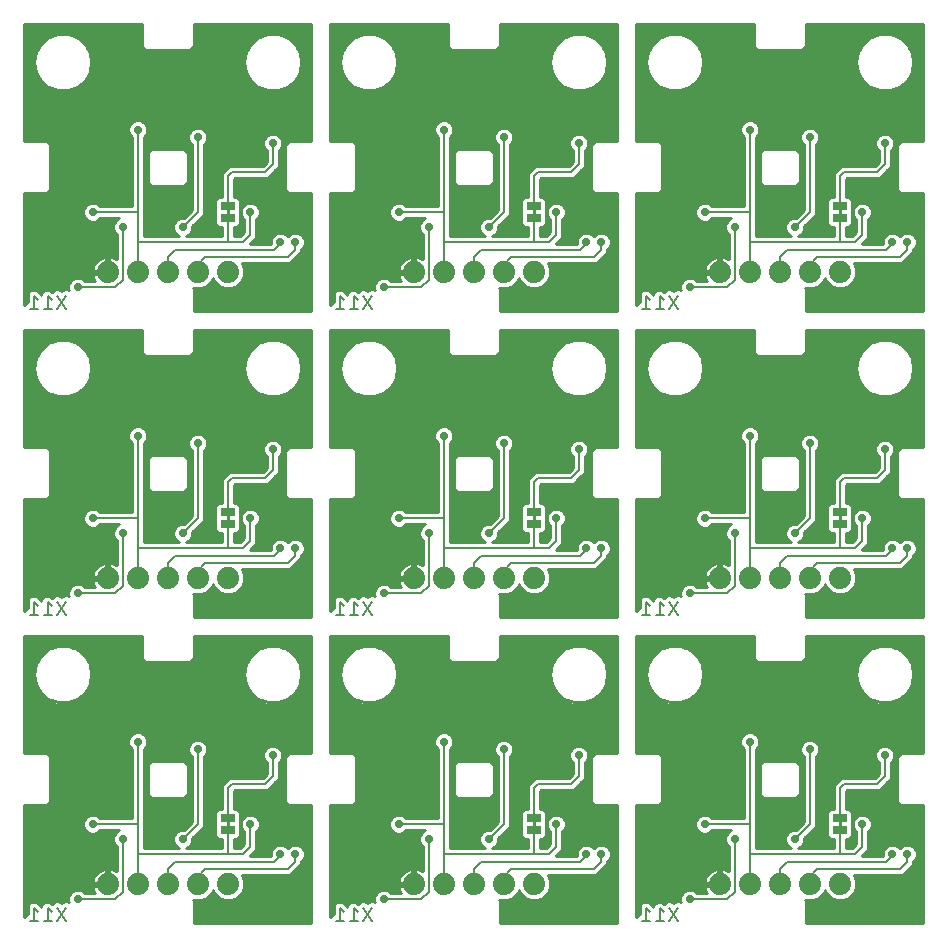
<source format=gbl>
G75*
%MOIN*%
%OFA0B0*%
%FSLAX25Y25*%
%IPPOS*%
%LPD*%
%AMOC8*
5,1,8,0,0,1.08239X$1,22.5*
%
%ADD10C,0.00800*%
%ADD11C,0.07400*%
%ADD12R,0.05000X0.02500*%
%ADD13C,0.01000*%
%ADD14C,0.00700*%
%ADD15C,0.02900*%
D10*
X0060329Y0011400D02*
X0063131Y0011400D01*
X0061730Y0011400D02*
X0061730Y0015604D01*
X0063131Y0014202D01*
X0064933Y0011400D02*
X0067735Y0011400D01*
X0066334Y0011400D02*
X0066334Y0015604D01*
X0067735Y0014202D01*
X0069537Y0015604D02*
X0072339Y0011400D01*
X0069537Y0011400D02*
X0072339Y0015604D01*
X0162329Y0011400D02*
X0165131Y0011400D01*
X0163730Y0011400D02*
X0163730Y0015604D01*
X0165131Y0014202D01*
X0166933Y0011400D02*
X0169735Y0011400D01*
X0168334Y0011400D02*
X0168334Y0015604D01*
X0169735Y0014202D01*
X0171537Y0015604D02*
X0174339Y0011400D01*
X0171537Y0011400D02*
X0174339Y0015604D01*
X0264329Y0011400D02*
X0267131Y0011400D01*
X0265730Y0011400D02*
X0265730Y0015604D01*
X0267131Y0014202D01*
X0268933Y0011400D02*
X0271735Y0011400D01*
X0270334Y0011400D02*
X0270334Y0015604D01*
X0271735Y0014202D01*
X0273537Y0015604D02*
X0276339Y0011400D01*
X0273537Y0011400D02*
X0276339Y0015604D01*
X0276339Y0113400D02*
X0273537Y0117604D01*
X0271735Y0116202D02*
X0270334Y0117604D01*
X0270334Y0113400D01*
X0271735Y0113400D02*
X0268933Y0113400D01*
X0267131Y0113400D02*
X0264329Y0113400D01*
X0265730Y0113400D02*
X0265730Y0117604D01*
X0267131Y0116202D01*
X0273537Y0113400D02*
X0276339Y0117604D01*
X0174339Y0117604D02*
X0171537Y0113400D01*
X0169735Y0113400D02*
X0166933Y0113400D01*
X0168334Y0113400D02*
X0168334Y0117604D01*
X0169735Y0116202D01*
X0171537Y0117604D02*
X0174339Y0113400D01*
X0165131Y0113400D02*
X0162329Y0113400D01*
X0163730Y0113400D02*
X0163730Y0117604D01*
X0165131Y0116202D01*
X0072339Y0117604D02*
X0069537Y0113400D01*
X0067735Y0113400D02*
X0064933Y0113400D01*
X0066334Y0113400D02*
X0066334Y0117604D01*
X0067735Y0116202D01*
X0069537Y0117604D02*
X0072339Y0113400D01*
X0063131Y0113400D02*
X0060329Y0113400D01*
X0061730Y0113400D02*
X0061730Y0117604D01*
X0063131Y0116202D01*
X0063131Y0215400D02*
X0060329Y0215400D01*
X0061730Y0215400D02*
X0061730Y0219604D01*
X0063131Y0218202D01*
X0064933Y0215400D02*
X0067735Y0215400D01*
X0066334Y0215400D02*
X0066334Y0219604D01*
X0067735Y0218202D01*
X0069537Y0219604D02*
X0072339Y0215400D01*
X0069537Y0215400D02*
X0072339Y0219604D01*
X0162329Y0215400D02*
X0165131Y0215400D01*
X0163730Y0215400D02*
X0163730Y0219604D01*
X0165131Y0218202D01*
X0166933Y0215400D02*
X0169735Y0215400D01*
X0168334Y0215400D02*
X0168334Y0219604D01*
X0169735Y0218202D01*
X0171537Y0219604D02*
X0174339Y0215400D01*
X0171537Y0215400D02*
X0174339Y0219604D01*
X0264329Y0215400D02*
X0267131Y0215400D01*
X0265730Y0215400D02*
X0265730Y0219604D01*
X0267131Y0218202D01*
X0268933Y0215400D02*
X0271735Y0215400D01*
X0270334Y0215400D02*
X0270334Y0219604D01*
X0271735Y0218202D01*
X0273537Y0219604D02*
X0276339Y0215400D01*
X0273537Y0215400D02*
X0276339Y0219604D01*
D11*
X0290333Y0227500D03*
X0300333Y0227500D03*
X0310333Y0227500D03*
X0320333Y0227500D03*
X0330333Y0227500D03*
X0228333Y0227500D03*
X0218333Y0227500D03*
X0208333Y0227500D03*
X0198333Y0227500D03*
X0188333Y0227500D03*
X0126333Y0227500D03*
X0116333Y0227500D03*
X0106333Y0227500D03*
X0096333Y0227500D03*
X0086333Y0227500D03*
X0086333Y0125500D03*
X0096333Y0125500D03*
X0106333Y0125500D03*
X0116333Y0125500D03*
X0126333Y0125500D03*
X0188333Y0125500D03*
X0198333Y0125500D03*
X0208333Y0125500D03*
X0218333Y0125500D03*
X0228333Y0125500D03*
X0290333Y0125500D03*
X0300333Y0125500D03*
X0310333Y0125500D03*
X0320333Y0125500D03*
X0330333Y0125500D03*
X0330333Y0023500D03*
X0320333Y0023500D03*
X0310333Y0023500D03*
X0300333Y0023500D03*
X0290333Y0023500D03*
X0228333Y0023500D03*
X0218333Y0023500D03*
X0208333Y0023500D03*
X0198333Y0023500D03*
X0188333Y0023500D03*
X0126333Y0023500D03*
X0116333Y0023500D03*
X0106333Y0023500D03*
X0096333Y0023500D03*
X0086333Y0023500D03*
D12*
X0126333Y0041500D03*
X0126333Y0045500D03*
X0228333Y0045500D03*
X0228333Y0041500D03*
X0330333Y0041500D03*
X0330333Y0045500D03*
X0330333Y0143500D03*
X0330333Y0147500D03*
X0228333Y0147500D03*
X0228333Y0143500D03*
X0126333Y0143500D03*
X0126333Y0147500D03*
X0126333Y0245500D03*
X0126333Y0249500D03*
X0228333Y0249500D03*
X0228333Y0245500D03*
X0330333Y0245500D03*
X0330333Y0249500D03*
D13*
X0058433Y0049857D02*
X0058433Y0012474D01*
X0059459Y0013500D01*
X0059630Y0013500D01*
X0059630Y0016473D01*
X0060236Y0017080D01*
X0060860Y0017704D01*
X0062600Y0017704D01*
X0063464Y0016839D01*
X0063830Y0016473D01*
X0063830Y0016473D01*
X0064234Y0016069D01*
X0064234Y0016473D01*
X0064840Y0017080D01*
X0065464Y0017704D01*
X0067204Y0017704D01*
X0067883Y0017025D01*
X0069096Y0017833D01*
X0070802Y0017492D01*
X0070938Y0017288D01*
X0071074Y0017492D01*
X0072780Y0017833D01*
X0073360Y0017447D01*
X0073183Y0017873D01*
X0073183Y0019127D01*
X0073663Y0020284D01*
X0074549Y0021170D01*
X0075707Y0021650D01*
X0076960Y0021650D01*
X0078118Y0021170D01*
X0078738Y0020550D01*
X0082049Y0020550D01*
X0081886Y0020775D01*
X0081514Y0021504D01*
X0081261Y0022282D01*
X0081148Y0023000D01*
X0085833Y0023000D01*
X0085833Y0024000D01*
X0081148Y0024000D01*
X0081261Y0024718D01*
X0081514Y0025496D01*
X0081886Y0026225D01*
X0082367Y0026888D01*
X0082946Y0027466D01*
X0083608Y0027947D01*
X0084337Y0028319D01*
X0085116Y0028572D01*
X0085833Y0028686D01*
X0085833Y0024000D01*
X0086833Y0024000D01*
X0086833Y0028686D01*
X0087551Y0028572D01*
X0088329Y0028319D01*
X0089059Y0027947D01*
X0089283Y0027784D01*
X0089283Y0036095D01*
X0088663Y0036716D01*
X0088183Y0037873D01*
X0088183Y0039127D01*
X0088663Y0040284D01*
X0089549Y0041170D01*
X0090224Y0041450D01*
X0083738Y0041450D01*
X0083118Y0040830D01*
X0081960Y0040350D01*
X0080707Y0040350D01*
X0079549Y0040830D01*
X0078663Y0041716D01*
X0078183Y0042873D01*
X0078183Y0044127D01*
X0078663Y0045284D01*
X0079549Y0046170D01*
X0080707Y0046650D01*
X0081960Y0046650D01*
X0083118Y0046170D01*
X0083738Y0045550D01*
X0094283Y0045550D01*
X0094283Y0068595D01*
X0093663Y0069216D01*
X0093183Y0070373D01*
X0093183Y0071627D01*
X0093663Y0072784D01*
X0094549Y0073670D01*
X0095707Y0074150D01*
X0096960Y0074150D01*
X0098118Y0073670D01*
X0099004Y0072784D01*
X0099483Y0071627D01*
X0099483Y0070373D01*
X0099004Y0069216D01*
X0098383Y0068595D01*
X0098383Y0035550D01*
X0110224Y0035550D01*
X0109549Y0035830D01*
X0108663Y0036716D01*
X0108183Y0037873D01*
X0108183Y0039127D01*
X0108663Y0040284D01*
X0109549Y0041170D01*
X0110707Y0041650D01*
X0111584Y0041650D01*
X0114283Y0044349D01*
X0114283Y0066095D01*
X0113663Y0066716D01*
X0113183Y0067873D01*
X0113183Y0069127D01*
X0113663Y0070284D01*
X0114549Y0071170D01*
X0115707Y0071650D01*
X0116960Y0071650D01*
X0118118Y0071170D01*
X0119004Y0070284D01*
X0119483Y0069127D01*
X0119483Y0067873D01*
X0119004Y0066716D01*
X0118383Y0066095D01*
X0118383Y0042651D01*
X0114483Y0038751D01*
X0114483Y0037873D01*
X0114004Y0036716D01*
X0113118Y0035830D01*
X0112443Y0035550D01*
X0124283Y0035550D01*
X0124283Y0038550D01*
X0123129Y0038550D01*
X0122133Y0039546D01*
X0122133Y0043454D01*
X0122179Y0043500D01*
X0122133Y0043546D01*
X0122133Y0047454D01*
X0123129Y0048450D01*
X0124283Y0048450D01*
X0124283Y0056349D01*
X0125783Y0057849D01*
X0126984Y0059050D01*
X0137984Y0059050D01*
X0139283Y0060349D01*
X0139283Y0064095D01*
X0138663Y0064716D01*
X0138183Y0065873D01*
X0138183Y0067127D01*
X0138663Y0068284D01*
X0139549Y0069170D01*
X0140707Y0069650D01*
X0141960Y0069650D01*
X0143118Y0069170D01*
X0144004Y0068284D01*
X0144483Y0067127D01*
X0144483Y0065873D01*
X0144004Y0064716D01*
X0143383Y0064095D01*
X0143383Y0058651D01*
X0142182Y0057450D01*
X0139682Y0054950D01*
X0128682Y0054950D01*
X0128383Y0054651D01*
X0128383Y0048450D01*
X0129537Y0048450D01*
X0130533Y0047454D01*
X0130533Y0043546D01*
X0130487Y0043500D01*
X0130533Y0043454D01*
X0130533Y0039546D01*
X0129537Y0038550D01*
X0128383Y0038550D01*
X0128383Y0035550D01*
X0130484Y0035550D01*
X0131783Y0036849D01*
X0131783Y0041095D01*
X0131163Y0041716D01*
X0130683Y0042873D01*
X0130683Y0044127D01*
X0131163Y0045284D01*
X0132049Y0046170D01*
X0133207Y0046650D01*
X0134460Y0046650D01*
X0135618Y0046170D01*
X0136504Y0045284D01*
X0136983Y0044127D01*
X0136983Y0042873D01*
X0136504Y0041716D01*
X0135883Y0041095D01*
X0135883Y0035151D01*
X0133782Y0033050D01*
X0140683Y0033050D01*
X0140683Y0034127D01*
X0141163Y0035284D01*
X0142049Y0036170D01*
X0143207Y0036650D01*
X0144460Y0036650D01*
X0145618Y0036170D01*
X0146333Y0035455D01*
X0147049Y0036170D01*
X0148207Y0036650D01*
X0149460Y0036650D01*
X0150618Y0036170D01*
X0151504Y0035284D01*
X0151983Y0034127D01*
X0151983Y0032873D01*
X0151504Y0031716D01*
X0150883Y0031095D01*
X0150883Y0030151D01*
X0147182Y0026450D01*
X0130956Y0026450D01*
X0131733Y0024574D01*
X0131733Y0022426D01*
X0130911Y0020441D01*
X0129392Y0018922D01*
X0127407Y0018100D01*
X0125259Y0018100D01*
X0123274Y0018922D01*
X0121755Y0020441D01*
X0121333Y0021460D01*
X0120911Y0020441D01*
X0119392Y0018922D01*
X0117407Y0018100D01*
X0115259Y0018100D01*
X0114889Y0018253D01*
X0114976Y0018166D01*
X0114976Y0010600D01*
X0154233Y0010600D01*
X0154233Y0049857D01*
X0146667Y0049857D01*
X0145525Y0050999D01*
X0145525Y0066001D01*
X0146667Y0067143D01*
X0154233Y0067143D01*
X0154233Y0106400D01*
X0114976Y0106400D01*
X0114976Y0098834D01*
X0113834Y0097692D01*
X0098833Y0097692D01*
X0097690Y0098834D01*
X0097690Y0106400D01*
X0058433Y0106400D01*
X0058433Y0067143D01*
X0065999Y0067143D01*
X0067142Y0066001D01*
X0067142Y0050999D01*
X0065999Y0049857D01*
X0058433Y0049857D01*
X0058433Y0049439D02*
X0094283Y0049439D01*
X0094283Y0050437D02*
X0066580Y0050437D01*
X0067142Y0051436D02*
X0094283Y0051436D01*
X0094283Y0052434D02*
X0067142Y0052434D01*
X0067142Y0053433D02*
X0094283Y0053433D01*
X0094283Y0054432D02*
X0067142Y0054432D01*
X0067142Y0055430D02*
X0094283Y0055430D01*
X0094283Y0056429D02*
X0067142Y0056429D01*
X0067142Y0057427D02*
X0094283Y0057427D01*
X0094283Y0058426D02*
X0067142Y0058426D01*
X0067142Y0059424D02*
X0094283Y0059424D01*
X0094283Y0060423D02*
X0067142Y0060423D01*
X0067142Y0061421D02*
X0094283Y0061421D01*
X0094283Y0062420D02*
X0067142Y0062420D01*
X0067142Y0063418D02*
X0094283Y0063418D01*
X0094283Y0064417D02*
X0067142Y0064417D01*
X0067142Y0065415D02*
X0094283Y0065415D01*
X0094283Y0066414D02*
X0066729Y0066414D01*
X0058433Y0067412D02*
X0094283Y0067412D01*
X0094283Y0068411D02*
X0058433Y0068411D01*
X0058433Y0069409D02*
X0093583Y0069409D01*
X0093183Y0070408D02*
X0058433Y0070408D01*
X0058433Y0071406D02*
X0093183Y0071406D01*
X0093506Y0072405D02*
X0058433Y0072405D01*
X0058433Y0073403D02*
X0094282Y0073403D01*
X0098385Y0073403D02*
X0154233Y0073403D01*
X0154233Y0072405D02*
X0099161Y0072405D01*
X0099483Y0071406D02*
X0115118Y0071406D01*
X0113786Y0070408D02*
X0099483Y0070408D01*
X0099084Y0069409D02*
X0113300Y0069409D01*
X0113183Y0068411D02*
X0098383Y0068411D01*
X0098383Y0067412D02*
X0113374Y0067412D01*
X0113965Y0066414D02*
X0098383Y0066414D01*
X0098383Y0065415D02*
X0114283Y0065415D01*
X0114283Y0064417D02*
X0111985Y0064417D01*
X0111865Y0064537D02*
X0113008Y0063394D01*
X0113008Y0053511D01*
X0111865Y0052369D01*
X0100801Y0052369D01*
X0099659Y0053511D01*
X0099659Y0063394D01*
X0100801Y0064537D01*
X0111865Y0064537D01*
X0112984Y0063418D02*
X0114283Y0063418D01*
X0114283Y0062420D02*
X0113008Y0062420D01*
X0113008Y0061421D02*
X0114283Y0061421D01*
X0114283Y0060423D02*
X0113008Y0060423D01*
X0113008Y0059424D02*
X0114283Y0059424D01*
X0114283Y0058426D02*
X0113008Y0058426D01*
X0113008Y0057427D02*
X0114283Y0057427D01*
X0114283Y0056429D02*
X0113008Y0056429D01*
X0113008Y0055430D02*
X0114283Y0055430D01*
X0114283Y0054432D02*
X0113008Y0054432D01*
X0112930Y0053433D02*
X0114283Y0053433D01*
X0114283Y0052434D02*
X0111931Y0052434D01*
X0114283Y0051436D02*
X0098383Y0051436D01*
X0098383Y0052434D02*
X0100736Y0052434D01*
X0099737Y0053433D02*
X0098383Y0053433D01*
X0098383Y0054432D02*
X0099659Y0054432D01*
X0099659Y0055430D02*
X0098383Y0055430D01*
X0098383Y0056429D02*
X0099659Y0056429D01*
X0099659Y0057427D02*
X0098383Y0057427D01*
X0098383Y0058426D02*
X0099659Y0058426D01*
X0099659Y0059424D02*
X0098383Y0059424D01*
X0098383Y0060423D02*
X0099659Y0060423D01*
X0099659Y0061421D02*
X0098383Y0061421D01*
X0098383Y0062420D02*
X0099659Y0062420D01*
X0099683Y0063418D02*
X0098383Y0063418D01*
X0098383Y0064417D02*
X0100681Y0064417D01*
X0098383Y0050437D02*
X0114283Y0050437D01*
X0114283Y0049439D02*
X0098383Y0049439D01*
X0098383Y0048440D02*
X0114283Y0048440D01*
X0114283Y0047442D02*
X0098383Y0047442D01*
X0098383Y0046443D02*
X0114283Y0046443D01*
X0114283Y0045445D02*
X0098383Y0045445D01*
X0098383Y0044446D02*
X0114283Y0044446D01*
X0113382Y0043448D02*
X0098383Y0043448D01*
X0098383Y0042449D02*
X0112384Y0042449D01*
X0110226Y0041451D02*
X0098383Y0041451D01*
X0098383Y0040452D02*
X0108831Y0040452D01*
X0108319Y0039454D02*
X0098383Y0039454D01*
X0098383Y0038455D02*
X0108183Y0038455D01*
X0108356Y0037457D02*
X0098383Y0037457D01*
X0098383Y0036458D02*
X0108920Y0036458D01*
X0113746Y0036458D02*
X0124283Y0036458D01*
X0124283Y0037457D02*
X0114311Y0037457D01*
X0114483Y0038455D02*
X0124283Y0038455D01*
X0122225Y0039454D02*
X0115186Y0039454D01*
X0116185Y0040452D02*
X0122133Y0040452D01*
X0122133Y0041451D02*
X0117183Y0041451D01*
X0118182Y0042449D02*
X0122133Y0042449D01*
X0122133Y0043448D02*
X0118383Y0043448D01*
X0118383Y0044446D02*
X0122133Y0044446D01*
X0122133Y0045445D02*
X0118383Y0045445D01*
X0118383Y0046443D02*
X0122133Y0046443D01*
X0122133Y0047442D02*
X0118383Y0047442D01*
X0118383Y0048440D02*
X0123120Y0048440D01*
X0124283Y0049439D02*
X0118383Y0049439D01*
X0118383Y0050437D02*
X0124283Y0050437D01*
X0124283Y0051436D02*
X0118383Y0051436D01*
X0118383Y0052434D02*
X0124283Y0052434D01*
X0124283Y0053433D02*
X0118383Y0053433D01*
X0118383Y0054432D02*
X0124283Y0054432D01*
X0124283Y0055430D02*
X0118383Y0055430D01*
X0118383Y0056429D02*
X0124363Y0056429D01*
X0125361Y0057427D02*
X0118383Y0057427D01*
X0118383Y0058426D02*
X0126360Y0058426D01*
X0128383Y0054432D02*
X0145525Y0054432D01*
X0145525Y0055430D02*
X0140163Y0055430D01*
X0141161Y0056429D02*
X0145525Y0056429D01*
X0145525Y0057427D02*
X0142160Y0057427D01*
X0143158Y0058426D02*
X0145525Y0058426D01*
X0145525Y0059424D02*
X0143383Y0059424D01*
X0143383Y0060423D02*
X0145525Y0060423D01*
X0145525Y0061421D02*
X0143383Y0061421D01*
X0143383Y0062420D02*
X0145525Y0062420D01*
X0145525Y0063418D02*
X0143383Y0063418D01*
X0143705Y0064417D02*
X0145525Y0064417D01*
X0145525Y0065415D02*
X0144293Y0065415D01*
X0144483Y0066414D02*
X0145938Y0066414D01*
X0144365Y0067412D02*
X0154233Y0067412D01*
X0154233Y0068411D02*
X0143877Y0068411D01*
X0142541Y0069409D02*
X0154233Y0069409D01*
X0154233Y0070408D02*
X0118880Y0070408D01*
X0119366Y0069409D02*
X0140125Y0069409D01*
X0138789Y0068411D02*
X0119483Y0068411D01*
X0119292Y0067412D02*
X0138302Y0067412D01*
X0138183Y0066414D02*
X0118702Y0066414D01*
X0118383Y0065415D02*
X0138373Y0065415D01*
X0138962Y0064417D02*
X0118383Y0064417D01*
X0118383Y0063418D02*
X0139283Y0063418D01*
X0139283Y0062420D02*
X0118383Y0062420D01*
X0118383Y0061421D02*
X0139283Y0061421D01*
X0139283Y0060423D02*
X0118383Y0060423D01*
X0118383Y0059424D02*
X0138358Y0059424D01*
X0145525Y0053433D02*
X0128383Y0053433D01*
X0128383Y0052434D02*
X0145525Y0052434D01*
X0145525Y0051436D02*
X0128383Y0051436D01*
X0128383Y0050437D02*
X0146087Y0050437D01*
X0154233Y0049439D02*
X0128383Y0049439D01*
X0129547Y0048440D02*
X0154233Y0048440D01*
X0154233Y0047442D02*
X0130533Y0047442D01*
X0130533Y0046443D02*
X0132708Y0046443D01*
X0131323Y0045445D02*
X0130533Y0045445D01*
X0130533Y0044446D02*
X0130816Y0044446D01*
X0130683Y0043448D02*
X0130533Y0043448D01*
X0130533Y0042449D02*
X0130859Y0042449D01*
X0130533Y0041451D02*
X0131428Y0041451D01*
X0131783Y0040452D02*
X0130533Y0040452D01*
X0130441Y0039454D02*
X0131783Y0039454D01*
X0131783Y0038455D02*
X0128383Y0038455D01*
X0128383Y0037457D02*
X0131783Y0037457D01*
X0131393Y0036458D02*
X0128383Y0036458D01*
X0126333Y0041500D02*
X0126333Y0045500D01*
X0134959Y0046443D02*
X0154233Y0046443D01*
X0154233Y0045445D02*
X0136343Y0045445D01*
X0136851Y0044446D02*
X0154233Y0044446D01*
X0154233Y0043448D02*
X0136983Y0043448D01*
X0136808Y0042449D02*
X0154233Y0042449D01*
X0154233Y0041451D02*
X0136239Y0041451D01*
X0135883Y0040452D02*
X0154233Y0040452D01*
X0154233Y0039454D02*
X0135883Y0039454D01*
X0135883Y0038455D02*
X0154233Y0038455D01*
X0154233Y0037457D02*
X0135883Y0037457D01*
X0135883Y0036458D02*
X0142744Y0036458D01*
X0141338Y0035460D02*
X0135883Y0035460D01*
X0135194Y0034461D02*
X0140822Y0034461D01*
X0140683Y0033463D02*
X0134195Y0033463D01*
X0131360Y0025475D02*
X0154233Y0025475D01*
X0154233Y0026473D02*
X0147206Y0026473D01*
X0148204Y0027472D02*
X0154233Y0027472D01*
X0154233Y0028470D02*
X0149203Y0028470D01*
X0150201Y0029469D02*
X0154233Y0029469D01*
X0154233Y0030467D02*
X0150883Y0030467D01*
X0151254Y0031466D02*
X0154233Y0031466D01*
X0154233Y0032464D02*
X0151814Y0032464D01*
X0151983Y0033463D02*
X0154233Y0033463D01*
X0154233Y0034461D02*
X0151845Y0034461D01*
X0151328Y0035460D02*
X0154233Y0035460D01*
X0154233Y0036458D02*
X0149923Y0036458D01*
X0147744Y0036458D02*
X0144923Y0036458D01*
X0146328Y0035460D02*
X0146338Y0035460D01*
X0154233Y0024476D02*
X0131733Y0024476D01*
X0131733Y0023478D02*
X0154233Y0023478D01*
X0154233Y0022479D02*
X0131733Y0022479D01*
X0131342Y0021481D02*
X0154233Y0021481D01*
X0154233Y0020482D02*
X0130928Y0020482D01*
X0129954Y0019484D02*
X0154233Y0019484D01*
X0154233Y0018485D02*
X0128337Y0018485D01*
X0124329Y0018485D02*
X0118337Y0018485D01*
X0119954Y0019484D02*
X0122713Y0019484D01*
X0121738Y0020482D02*
X0120928Y0020482D01*
X0114976Y0017487D02*
X0154233Y0017487D01*
X0154233Y0016488D02*
X0114976Y0016488D01*
X0114976Y0015490D02*
X0154233Y0015490D01*
X0154233Y0014491D02*
X0114976Y0014491D01*
X0114976Y0013493D02*
X0154233Y0013493D01*
X0154233Y0012494D02*
X0114976Y0012494D01*
X0114976Y0011496D02*
X0154233Y0011496D01*
X0160433Y0012474D02*
X0160433Y0049857D01*
X0167999Y0049857D01*
X0169142Y0050999D01*
X0169142Y0066001D01*
X0167999Y0067143D01*
X0160433Y0067143D01*
X0160433Y0106400D01*
X0199690Y0106400D01*
X0199690Y0098834D01*
X0200833Y0097692D01*
X0215834Y0097692D01*
X0216976Y0098834D01*
X0216976Y0106400D01*
X0256233Y0106400D01*
X0256233Y0067143D01*
X0248667Y0067143D01*
X0247525Y0066001D01*
X0247525Y0050999D01*
X0248667Y0049857D01*
X0256233Y0049857D01*
X0256233Y0010600D01*
X0216976Y0010600D01*
X0216976Y0018166D01*
X0216889Y0018253D01*
X0217259Y0018100D01*
X0219407Y0018100D01*
X0221392Y0018922D01*
X0222911Y0020441D01*
X0223333Y0021460D01*
X0223755Y0020441D01*
X0225274Y0018922D01*
X0227259Y0018100D01*
X0229407Y0018100D01*
X0231392Y0018922D01*
X0232911Y0020441D01*
X0233733Y0022426D01*
X0233733Y0024574D01*
X0232956Y0026450D01*
X0249182Y0026450D01*
X0252883Y0030151D01*
X0252883Y0031095D01*
X0253504Y0031716D01*
X0253983Y0032873D01*
X0253983Y0034127D01*
X0253504Y0035284D01*
X0252618Y0036170D01*
X0251460Y0036650D01*
X0250207Y0036650D01*
X0249049Y0036170D01*
X0248333Y0035455D01*
X0247618Y0036170D01*
X0246460Y0036650D01*
X0245207Y0036650D01*
X0244049Y0036170D01*
X0243163Y0035284D01*
X0242683Y0034127D01*
X0242683Y0033050D01*
X0235782Y0033050D01*
X0237883Y0035151D01*
X0237883Y0041095D01*
X0238504Y0041716D01*
X0238983Y0042873D01*
X0238983Y0044127D01*
X0238504Y0045284D01*
X0237618Y0046170D01*
X0236460Y0046650D01*
X0235207Y0046650D01*
X0234049Y0046170D01*
X0233163Y0045284D01*
X0232683Y0044127D01*
X0232683Y0042873D01*
X0233163Y0041716D01*
X0233783Y0041095D01*
X0233783Y0036849D01*
X0232484Y0035550D01*
X0230383Y0035550D01*
X0230383Y0038550D01*
X0231537Y0038550D01*
X0232533Y0039546D01*
X0232533Y0043454D01*
X0232487Y0043500D01*
X0232533Y0043546D01*
X0232533Y0047454D01*
X0231537Y0048450D01*
X0230383Y0048450D01*
X0230383Y0054651D01*
X0230682Y0054950D01*
X0241682Y0054950D01*
X0244182Y0057450D01*
X0245383Y0058651D01*
X0245383Y0064095D01*
X0246004Y0064716D01*
X0246483Y0065873D01*
X0246483Y0067127D01*
X0246004Y0068284D01*
X0245118Y0069170D01*
X0243960Y0069650D01*
X0242707Y0069650D01*
X0241549Y0069170D01*
X0240663Y0068284D01*
X0240183Y0067127D01*
X0240183Y0065873D01*
X0240663Y0064716D01*
X0241283Y0064095D01*
X0241283Y0060349D01*
X0239984Y0059050D01*
X0228984Y0059050D01*
X0227783Y0057849D01*
X0226283Y0056349D01*
X0226283Y0048450D01*
X0225129Y0048450D01*
X0224133Y0047454D01*
X0224133Y0043546D01*
X0224179Y0043500D01*
X0224133Y0043454D01*
X0224133Y0039546D01*
X0225129Y0038550D01*
X0226283Y0038550D01*
X0226283Y0035550D01*
X0214443Y0035550D01*
X0215118Y0035830D01*
X0216004Y0036716D01*
X0216483Y0037873D01*
X0216483Y0038751D01*
X0220383Y0042651D01*
X0220383Y0066095D01*
X0221004Y0066716D01*
X0221483Y0067873D01*
X0221483Y0069127D01*
X0221004Y0070284D01*
X0220118Y0071170D01*
X0218960Y0071650D01*
X0217707Y0071650D01*
X0216549Y0071170D01*
X0215663Y0070284D01*
X0215183Y0069127D01*
X0215183Y0067873D01*
X0215663Y0066716D01*
X0216283Y0066095D01*
X0216283Y0044349D01*
X0213584Y0041650D01*
X0212707Y0041650D01*
X0211549Y0041170D01*
X0210663Y0040284D01*
X0210183Y0039127D01*
X0210183Y0037873D01*
X0210663Y0036716D01*
X0211549Y0035830D01*
X0212224Y0035550D01*
X0200383Y0035550D01*
X0200383Y0068595D01*
X0201004Y0069216D01*
X0201483Y0070373D01*
X0201483Y0071627D01*
X0201004Y0072784D01*
X0200118Y0073670D01*
X0198960Y0074150D01*
X0197707Y0074150D01*
X0196549Y0073670D01*
X0195663Y0072784D01*
X0195183Y0071627D01*
X0195183Y0070373D01*
X0195663Y0069216D01*
X0196283Y0068595D01*
X0196283Y0045550D01*
X0185738Y0045550D01*
X0185118Y0046170D01*
X0183960Y0046650D01*
X0182707Y0046650D01*
X0181549Y0046170D01*
X0180663Y0045284D01*
X0180183Y0044127D01*
X0180183Y0042873D01*
X0180663Y0041716D01*
X0181549Y0040830D01*
X0182707Y0040350D01*
X0183960Y0040350D01*
X0185118Y0040830D01*
X0185738Y0041450D01*
X0192224Y0041450D01*
X0191549Y0041170D01*
X0190663Y0040284D01*
X0190183Y0039127D01*
X0190183Y0037873D01*
X0190663Y0036716D01*
X0191283Y0036095D01*
X0191283Y0027784D01*
X0191059Y0027947D01*
X0190329Y0028319D01*
X0189551Y0028572D01*
X0188833Y0028686D01*
X0188833Y0024000D01*
X0187833Y0024000D01*
X0187833Y0023000D01*
X0183148Y0023000D01*
X0183261Y0022282D01*
X0183514Y0021504D01*
X0183886Y0020775D01*
X0184049Y0020550D01*
X0180738Y0020550D01*
X0180118Y0021170D01*
X0178960Y0021650D01*
X0177707Y0021650D01*
X0176549Y0021170D01*
X0175663Y0020284D01*
X0175183Y0019127D01*
X0175183Y0017873D01*
X0175360Y0017447D01*
X0174780Y0017833D01*
X0173074Y0017492D01*
X0172938Y0017288D01*
X0172802Y0017492D01*
X0171096Y0017833D01*
X0169883Y0017025D01*
X0169204Y0017704D01*
X0167464Y0017704D01*
X0166840Y0017080D01*
X0166234Y0016473D01*
X0166234Y0016069D01*
X0165830Y0016473D01*
X0165830Y0016473D01*
X0165464Y0016839D01*
X0164600Y0017704D01*
X0162860Y0017704D01*
X0162236Y0017080D01*
X0161630Y0016473D01*
X0161630Y0013500D01*
X0161459Y0013500D01*
X0160433Y0012474D01*
X0160433Y0012494D02*
X0160453Y0012494D01*
X0160433Y0013493D02*
X0161452Y0013493D01*
X0161630Y0014491D02*
X0160433Y0014491D01*
X0160433Y0015490D02*
X0161630Y0015490D01*
X0161645Y0016488D02*
X0160433Y0016488D01*
X0160433Y0017487D02*
X0162643Y0017487D01*
X0164817Y0017487D02*
X0167247Y0017487D01*
X0166249Y0016488D02*
X0165816Y0016488D01*
X0169421Y0017487D02*
X0170576Y0017487D01*
X0172805Y0017487D02*
X0173071Y0017487D01*
X0175301Y0017487D02*
X0175344Y0017487D01*
X0175183Y0018485D02*
X0160433Y0018485D01*
X0160433Y0019484D02*
X0175331Y0019484D01*
X0175861Y0020482D02*
X0160433Y0020482D01*
X0160433Y0021481D02*
X0177298Y0021481D01*
X0179369Y0021481D02*
X0183526Y0021481D01*
X0183230Y0022479D02*
X0160433Y0022479D01*
X0160433Y0023478D02*
X0187833Y0023478D01*
X0187833Y0024000D02*
X0183148Y0024000D01*
X0183261Y0024718D01*
X0183514Y0025496D01*
X0183886Y0026225D01*
X0184367Y0026888D01*
X0184946Y0027466D01*
X0185608Y0027947D01*
X0186337Y0028319D01*
X0187116Y0028572D01*
X0187833Y0028686D01*
X0187833Y0024000D01*
X0187833Y0024476D02*
X0188833Y0024476D01*
X0188833Y0025475D02*
X0187833Y0025475D01*
X0187833Y0026473D02*
X0188833Y0026473D01*
X0188833Y0027472D02*
X0187833Y0027472D01*
X0187833Y0028470D02*
X0188833Y0028470D01*
X0189864Y0028470D02*
X0191283Y0028470D01*
X0191283Y0029469D02*
X0160433Y0029469D01*
X0160433Y0030467D02*
X0191283Y0030467D01*
X0191283Y0031466D02*
X0160433Y0031466D01*
X0160433Y0032464D02*
X0191283Y0032464D01*
X0191283Y0033463D02*
X0160433Y0033463D01*
X0160433Y0034461D02*
X0191283Y0034461D01*
X0191283Y0035460D02*
X0160433Y0035460D01*
X0160433Y0036458D02*
X0190920Y0036458D01*
X0190356Y0037457D02*
X0160433Y0037457D01*
X0160433Y0038455D02*
X0190183Y0038455D01*
X0190319Y0039454D02*
X0160433Y0039454D01*
X0160433Y0040452D02*
X0182460Y0040452D01*
X0184207Y0040452D02*
X0190831Y0040452D01*
X0196283Y0046443D02*
X0184459Y0046443D01*
X0182208Y0046443D02*
X0160433Y0046443D01*
X0160433Y0045445D02*
X0180823Y0045445D01*
X0180316Y0044446D02*
X0160433Y0044446D01*
X0160433Y0043448D02*
X0180183Y0043448D01*
X0180359Y0042449D02*
X0160433Y0042449D01*
X0160433Y0041451D02*
X0180928Y0041451D01*
X0168580Y0050437D02*
X0196283Y0050437D01*
X0196283Y0049439D02*
X0160433Y0049439D01*
X0160433Y0048440D02*
X0196283Y0048440D01*
X0196283Y0047442D02*
X0160433Y0047442D01*
X0169142Y0051436D02*
X0196283Y0051436D01*
X0196283Y0052434D02*
X0169142Y0052434D01*
X0169142Y0053433D02*
X0196283Y0053433D01*
X0196283Y0054432D02*
X0169142Y0054432D01*
X0169142Y0055430D02*
X0196283Y0055430D01*
X0196283Y0056429D02*
X0169142Y0056429D01*
X0169142Y0057427D02*
X0196283Y0057427D01*
X0196283Y0058426D02*
X0169142Y0058426D01*
X0169142Y0059424D02*
X0196283Y0059424D01*
X0196283Y0060423D02*
X0169142Y0060423D01*
X0169142Y0061421D02*
X0196283Y0061421D01*
X0196283Y0062420D02*
X0169142Y0062420D01*
X0169142Y0063418D02*
X0196283Y0063418D01*
X0196283Y0064417D02*
X0169142Y0064417D01*
X0169142Y0065415D02*
X0196283Y0065415D01*
X0196283Y0066414D02*
X0168729Y0066414D01*
X0160433Y0067412D02*
X0196283Y0067412D01*
X0196283Y0068411D02*
X0160433Y0068411D01*
X0160433Y0069409D02*
X0195583Y0069409D01*
X0195183Y0070408D02*
X0160433Y0070408D01*
X0160433Y0071406D02*
X0195183Y0071406D01*
X0195506Y0072405D02*
X0160433Y0072405D01*
X0160433Y0073403D02*
X0196282Y0073403D01*
X0200385Y0073403D02*
X0256233Y0073403D01*
X0256233Y0072405D02*
X0201161Y0072405D01*
X0201483Y0071406D02*
X0217118Y0071406D01*
X0215786Y0070408D02*
X0201483Y0070408D01*
X0201084Y0069409D02*
X0215300Y0069409D01*
X0215183Y0068411D02*
X0200383Y0068411D01*
X0200383Y0067412D02*
X0215374Y0067412D01*
X0215965Y0066414D02*
X0200383Y0066414D01*
X0200383Y0065415D02*
X0216283Y0065415D01*
X0216283Y0064417D02*
X0213985Y0064417D01*
X0213865Y0064537D02*
X0202801Y0064537D01*
X0201659Y0063394D01*
X0201659Y0053511D01*
X0202801Y0052369D01*
X0204417Y0052369D01*
X0213865Y0052369D01*
X0215008Y0053511D01*
X0215008Y0063394D01*
X0213865Y0064537D01*
X0214984Y0063418D02*
X0216283Y0063418D01*
X0216283Y0062420D02*
X0215008Y0062420D01*
X0215008Y0061421D02*
X0216283Y0061421D01*
X0216283Y0060423D02*
X0215008Y0060423D01*
X0215008Y0059424D02*
X0216283Y0059424D01*
X0216283Y0058426D02*
X0215008Y0058426D01*
X0215008Y0057427D02*
X0216283Y0057427D01*
X0216283Y0056429D02*
X0215008Y0056429D01*
X0215008Y0055430D02*
X0216283Y0055430D01*
X0216283Y0054432D02*
X0215008Y0054432D01*
X0214930Y0053433D02*
X0216283Y0053433D01*
X0216283Y0052434D02*
X0213931Y0052434D01*
X0216283Y0051436D02*
X0200383Y0051436D01*
X0200383Y0052434D02*
X0202736Y0052434D01*
X0201737Y0053433D02*
X0200383Y0053433D01*
X0200383Y0054432D02*
X0201659Y0054432D01*
X0201659Y0055430D02*
X0200383Y0055430D01*
X0200383Y0056429D02*
X0201659Y0056429D01*
X0201659Y0057427D02*
X0200383Y0057427D01*
X0200383Y0058426D02*
X0201659Y0058426D01*
X0201659Y0059424D02*
X0200383Y0059424D01*
X0200383Y0060423D02*
X0201659Y0060423D01*
X0201659Y0061421D02*
X0200383Y0061421D01*
X0200383Y0062420D02*
X0201659Y0062420D01*
X0201683Y0063418D02*
X0200383Y0063418D01*
X0200383Y0064417D02*
X0202681Y0064417D01*
X0200383Y0050437D02*
X0216283Y0050437D01*
X0216283Y0049439D02*
X0200383Y0049439D01*
X0200383Y0048440D02*
X0216283Y0048440D01*
X0216283Y0047442D02*
X0200383Y0047442D01*
X0200383Y0046443D02*
X0216283Y0046443D01*
X0216283Y0045445D02*
X0200383Y0045445D01*
X0200383Y0044446D02*
X0216283Y0044446D01*
X0215382Y0043448D02*
X0200383Y0043448D01*
X0200383Y0042449D02*
X0214384Y0042449D01*
X0212226Y0041451D02*
X0200383Y0041451D01*
X0200383Y0040452D02*
X0210831Y0040452D01*
X0210319Y0039454D02*
X0200383Y0039454D01*
X0200383Y0038455D02*
X0210183Y0038455D01*
X0210356Y0037457D02*
X0200383Y0037457D01*
X0200383Y0036458D02*
X0210920Y0036458D01*
X0215746Y0036458D02*
X0226283Y0036458D01*
X0226283Y0037457D02*
X0216311Y0037457D01*
X0216483Y0038455D02*
X0226283Y0038455D01*
X0224225Y0039454D02*
X0217186Y0039454D01*
X0218185Y0040452D02*
X0224133Y0040452D01*
X0224133Y0041451D02*
X0219183Y0041451D01*
X0220182Y0042449D02*
X0224133Y0042449D01*
X0224133Y0043448D02*
X0220383Y0043448D01*
X0220383Y0044446D02*
X0224133Y0044446D01*
X0224133Y0045445D02*
X0220383Y0045445D01*
X0220383Y0046443D02*
X0224133Y0046443D01*
X0224133Y0047442D02*
X0220383Y0047442D01*
X0220383Y0048440D02*
X0225120Y0048440D01*
X0226283Y0049439D02*
X0220383Y0049439D01*
X0220383Y0050437D02*
X0226283Y0050437D01*
X0226283Y0051436D02*
X0220383Y0051436D01*
X0220383Y0052434D02*
X0226283Y0052434D01*
X0226283Y0053433D02*
X0220383Y0053433D01*
X0220383Y0054432D02*
X0226283Y0054432D01*
X0226283Y0055430D02*
X0220383Y0055430D01*
X0220383Y0056429D02*
X0226363Y0056429D01*
X0227361Y0057427D02*
X0220383Y0057427D01*
X0220383Y0058426D02*
X0228360Y0058426D01*
X0230383Y0054432D02*
X0247525Y0054432D01*
X0247525Y0055430D02*
X0242162Y0055430D01*
X0243161Y0056429D02*
X0247525Y0056429D01*
X0247525Y0057427D02*
X0244160Y0057427D01*
X0245158Y0058426D02*
X0247525Y0058426D01*
X0247525Y0059424D02*
X0245383Y0059424D01*
X0245383Y0060423D02*
X0247525Y0060423D01*
X0247525Y0061421D02*
X0245383Y0061421D01*
X0245383Y0062420D02*
X0247525Y0062420D01*
X0247525Y0063418D02*
X0245383Y0063418D01*
X0245705Y0064417D02*
X0247525Y0064417D01*
X0247525Y0065415D02*
X0246293Y0065415D01*
X0246483Y0066414D02*
X0247938Y0066414D01*
X0246365Y0067412D02*
X0256233Y0067412D01*
X0256233Y0068411D02*
X0245877Y0068411D01*
X0244541Y0069409D02*
X0256233Y0069409D01*
X0256233Y0070408D02*
X0220880Y0070408D01*
X0221366Y0069409D02*
X0242125Y0069409D01*
X0240789Y0068411D02*
X0221483Y0068411D01*
X0221292Y0067412D02*
X0240302Y0067412D01*
X0240183Y0066414D02*
X0220702Y0066414D01*
X0220383Y0065415D02*
X0240373Y0065415D01*
X0240962Y0064417D02*
X0220383Y0064417D01*
X0220383Y0063418D02*
X0241283Y0063418D01*
X0241283Y0062420D02*
X0220383Y0062420D01*
X0220383Y0061421D02*
X0241283Y0061421D01*
X0241283Y0060423D02*
X0220383Y0060423D01*
X0220383Y0059424D02*
X0240358Y0059424D01*
X0247525Y0053433D02*
X0230383Y0053433D01*
X0230383Y0052434D02*
X0247525Y0052434D01*
X0247525Y0051436D02*
X0230383Y0051436D01*
X0230383Y0050437D02*
X0248087Y0050437D01*
X0256233Y0045445D02*
X0238343Y0045445D01*
X0238851Y0044446D02*
X0256233Y0044446D01*
X0256233Y0043448D02*
X0238983Y0043448D01*
X0238808Y0042449D02*
X0256233Y0042449D01*
X0256233Y0041451D02*
X0238239Y0041451D01*
X0237883Y0040452D02*
X0256233Y0040452D01*
X0256233Y0039454D02*
X0237883Y0039454D01*
X0237883Y0038455D02*
X0256233Y0038455D01*
X0256233Y0037457D02*
X0237883Y0037457D01*
X0237883Y0036458D02*
X0244744Y0036458D01*
X0243338Y0035460D02*
X0237883Y0035460D01*
X0237194Y0034461D02*
X0242822Y0034461D01*
X0242683Y0033463D02*
X0236195Y0033463D01*
X0233393Y0036458D02*
X0230383Y0036458D01*
X0230383Y0037457D02*
X0233783Y0037457D01*
X0233783Y0038455D02*
X0230383Y0038455D01*
X0232441Y0039454D02*
X0233783Y0039454D01*
X0233783Y0040452D02*
X0232533Y0040452D01*
X0232533Y0041451D02*
X0233428Y0041451D01*
X0232859Y0042449D02*
X0232533Y0042449D01*
X0232533Y0043448D02*
X0232683Y0043448D01*
X0232816Y0044446D02*
X0232533Y0044446D01*
X0232533Y0045445D02*
X0233323Y0045445D01*
X0232533Y0046443D02*
X0234708Y0046443D01*
X0236959Y0046443D02*
X0256233Y0046443D01*
X0256233Y0047442D02*
X0232533Y0047442D01*
X0231547Y0048440D02*
X0256233Y0048440D01*
X0256233Y0049439D02*
X0230383Y0049439D01*
X0228333Y0045500D02*
X0228333Y0041500D01*
X0233360Y0025475D02*
X0256233Y0025475D01*
X0256233Y0026473D02*
X0249206Y0026473D01*
X0250204Y0027472D02*
X0256233Y0027472D01*
X0256233Y0028470D02*
X0251203Y0028470D01*
X0252201Y0029469D02*
X0256233Y0029469D01*
X0256233Y0030467D02*
X0252883Y0030467D01*
X0253254Y0031466D02*
X0256233Y0031466D01*
X0256233Y0032464D02*
X0253814Y0032464D01*
X0253983Y0033463D02*
X0256233Y0033463D01*
X0256233Y0034461D02*
X0253845Y0034461D01*
X0253328Y0035460D02*
X0256233Y0035460D01*
X0256233Y0036458D02*
X0251923Y0036458D01*
X0249744Y0036458D02*
X0246923Y0036458D01*
X0248328Y0035460D02*
X0248338Y0035460D01*
X0256233Y0024476D02*
X0233733Y0024476D01*
X0233733Y0023478D02*
X0256233Y0023478D01*
X0256233Y0022479D02*
X0233733Y0022479D01*
X0233342Y0021481D02*
X0256233Y0021481D01*
X0256233Y0020482D02*
X0232928Y0020482D01*
X0231954Y0019484D02*
X0256233Y0019484D01*
X0256233Y0018485D02*
X0230337Y0018485D01*
X0226329Y0018485D02*
X0220337Y0018485D01*
X0221954Y0019484D02*
X0224713Y0019484D01*
X0223738Y0020482D02*
X0222928Y0020482D01*
X0216976Y0017487D02*
X0256233Y0017487D01*
X0256233Y0016488D02*
X0216976Y0016488D01*
X0216976Y0015490D02*
X0256233Y0015490D01*
X0256233Y0014491D02*
X0216976Y0014491D01*
X0216976Y0013493D02*
X0256233Y0013493D01*
X0256233Y0012494D02*
X0216976Y0012494D01*
X0216976Y0011496D02*
X0256233Y0011496D01*
X0262433Y0012474D02*
X0262433Y0049857D01*
X0269999Y0049857D01*
X0271142Y0050999D01*
X0271142Y0066001D01*
X0269999Y0067143D01*
X0262433Y0067143D01*
X0262433Y0106400D01*
X0301690Y0106400D01*
X0301690Y0098834D01*
X0302833Y0097692D01*
X0317834Y0097692D01*
X0318976Y0098834D01*
X0318976Y0106400D01*
X0358233Y0106400D01*
X0358233Y0067143D01*
X0350667Y0067143D01*
X0349525Y0066001D01*
X0349525Y0050999D01*
X0350667Y0049857D01*
X0358233Y0049857D01*
X0358233Y0010600D01*
X0318976Y0010600D01*
X0318976Y0018166D01*
X0318889Y0018253D01*
X0319259Y0018100D01*
X0321407Y0018100D01*
X0323392Y0018922D01*
X0324911Y0020441D01*
X0325333Y0021460D01*
X0325755Y0020441D01*
X0327274Y0018922D01*
X0329259Y0018100D01*
X0331407Y0018100D01*
X0333392Y0018922D01*
X0334911Y0020441D01*
X0335733Y0022426D01*
X0335733Y0024574D01*
X0334956Y0026450D01*
X0351182Y0026450D01*
X0352383Y0027651D01*
X0354883Y0030151D01*
X0354883Y0031095D01*
X0355504Y0031716D01*
X0355983Y0032873D01*
X0355983Y0034127D01*
X0355504Y0035284D01*
X0354618Y0036170D01*
X0353460Y0036650D01*
X0352207Y0036650D01*
X0351049Y0036170D01*
X0350333Y0035455D01*
X0349618Y0036170D01*
X0348460Y0036650D01*
X0347207Y0036650D01*
X0346049Y0036170D01*
X0345163Y0035284D01*
X0344683Y0034127D01*
X0344683Y0033050D01*
X0337782Y0033050D01*
X0339883Y0035151D01*
X0339883Y0041095D01*
X0340504Y0041716D01*
X0340983Y0042873D01*
X0340983Y0044127D01*
X0340504Y0045284D01*
X0339618Y0046170D01*
X0338460Y0046650D01*
X0337207Y0046650D01*
X0336049Y0046170D01*
X0335163Y0045284D01*
X0334683Y0044127D01*
X0334683Y0042873D01*
X0335163Y0041716D01*
X0335783Y0041095D01*
X0335783Y0036849D01*
X0334484Y0035550D01*
X0332383Y0035550D01*
X0332383Y0038550D01*
X0333537Y0038550D01*
X0334533Y0039546D01*
X0334533Y0043454D01*
X0334487Y0043500D01*
X0334533Y0043546D01*
X0334533Y0047454D01*
X0333537Y0048450D01*
X0332383Y0048450D01*
X0332383Y0054651D01*
X0332682Y0054950D01*
X0343682Y0054950D01*
X0346182Y0057450D01*
X0347383Y0058651D01*
X0347383Y0064095D01*
X0348004Y0064716D01*
X0348483Y0065873D01*
X0348483Y0067127D01*
X0348004Y0068284D01*
X0347118Y0069170D01*
X0345960Y0069650D01*
X0344707Y0069650D01*
X0343549Y0069170D01*
X0342663Y0068284D01*
X0342183Y0067127D01*
X0342183Y0065873D01*
X0342663Y0064716D01*
X0343283Y0064095D01*
X0343283Y0060349D01*
X0341984Y0059050D01*
X0330984Y0059050D01*
X0329783Y0057849D01*
X0328283Y0056349D01*
X0328283Y0048450D01*
X0327129Y0048450D01*
X0326133Y0047454D01*
X0326133Y0043546D01*
X0326179Y0043500D01*
X0326133Y0043454D01*
X0326133Y0039546D01*
X0327129Y0038550D01*
X0328283Y0038550D01*
X0328283Y0035550D01*
X0316443Y0035550D01*
X0317118Y0035830D01*
X0318004Y0036716D01*
X0318483Y0037873D01*
X0318483Y0038751D01*
X0322383Y0042651D01*
X0322383Y0066095D01*
X0323004Y0066716D01*
X0323483Y0067873D01*
X0323483Y0069127D01*
X0323004Y0070284D01*
X0322118Y0071170D01*
X0320960Y0071650D01*
X0319707Y0071650D01*
X0318549Y0071170D01*
X0317663Y0070284D01*
X0317183Y0069127D01*
X0317183Y0067873D01*
X0317663Y0066716D01*
X0318283Y0066095D01*
X0318283Y0044349D01*
X0315584Y0041650D01*
X0314707Y0041650D01*
X0313549Y0041170D01*
X0312663Y0040284D01*
X0312183Y0039127D01*
X0312183Y0037873D01*
X0312663Y0036716D01*
X0313549Y0035830D01*
X0314224Y0035550D01*
X0302383Y0035550D01*
X0302383Y0068595D01*
X0303004Y0069216D01*
X0303483Y0070373D01*
X0303483Y0071627D01*
X0303004Y0072784D01*
X0302118Y0073670D01*
X0300960Y0074150D01*
X0299707Y0074150D01*
X0298549Y0073670D01*
X0297663Y0072784D01*
X0297183Y0071627D01*
X0297183Y0070373D01*
X0297663Y0069216D01*
X0298283Y0068595D01*
X0298283Y0045550D01*
X0287738Y0045550D01*
X0287118Y0046170D01*
X0285960Y0046650D01*
X0284707Y0046650D01*
X0283549Y0046170D01*
X0282663Y0045284D01*
X0282183Y0044127D01*
X0282183Y0042873D01*
X0282663Y0041716D01*
X0283549Y0040830D01*
X0284707Y0040350D01*
X0285960Y0040350D01*
X0287118Y0040830D01*
X0287738Y0041450D01*
X0294224Y0041450D01*
X0293549Y0041170D01*
X0292663Y0040284D01*
X0292183Y0039127D01*
X0292183Y0037873D01*
X0292663Y0036716D01*
X0293283Y0036095D01*
X0293283Y0027784D01*
X0293059Y0027947D01*
X0292329Y0028319D01*
X0291551Y0028572D01*
X0290833Y0028686D01*
X0290833Y0024000D01*
X0289833Y0024000D01*
X0289833Y0023000D01*
X0285148Y0023000D01*
X0285261Y0022282D01*
X0285514Y0021504D01*
X0285886Y0020775D01*
X0286049Y0020550D01*
X0282738Y0020550D01*
X0282118Y0021170D01*
X0280960Y0021650D01*
X0279707Y0021650D01*
X0278549Y0021170D01*
X0277663Y0020284D01*
X0277183Y0019127D01*
X0277183Y0017873D01*
X0277360Y0017447D01*
X0276780Y0017833D01*
X0275074Y0017492D01*
X0274938Y0017288D01*
X0274802Y0017492D01*
X0273096Y0017833D01*
X0271883Y0017025D01*
X0271204Y0017704D01*
X0269464Y0017704D01*
X0269162Y0017401D01*
X0268234Y0016473D01*
X0268234Y0016069D01*
X0267830Y0016473D01*
X0267830Y0016473D01*
X0267464Y0016839D01*
X0266600Y0017704D01*
X0264860Y0017704D01*
X0264236Y0017080D01*
X0263630Y0016473D01*
X0263630Y0013500D01*
X0263459Y0013500D01*
X0262433Y0012474D01*
X0262433Y0012494D02*
X0262453Y0012494D01*
X0262433Y0013493D02*
X0263452Y0013493D01*
X0263630Y0014491D02*
X0262433Y0014491D01*
X0262433Y0015490D02*
X0263630Y0015490D01*
X0263645Y0016488D02*
X0262433Y0016488D01*
X0262433Y0017487D02*
X0264643Y0017487D01*
X0266817Y0017487D02*
X0269247Y0017487D01*
X0268249Y0016488D02*
X0267816Y0016488D01*
X0271421Y0017487D02*
X0272576Y0017487D01*
X0274805Y0017487D02*
X0275071Y0017487D01*
X0277301Y0017487D02*
X0277344Y0017487D01*
X0277183Y0018485D02*
X0262433Y0018485D01*
X0262433Y0019484D02*
X0277331Y0019484D01*
X0277861Y0020482D02*
X0262433Y0020482D01*
X0262433Y0021481D02*
X0279298Y0021481D01*
X0281369Y0021481D02*
X0285526Y0021481D01*
X0285230Y0022479D02*
X0262433Y0022479D01*
X0262433Y0023478D02*
X0289833Y0023478D01*
X0289833Y0024000D02*
X0285148Y0024000D01*
X0285261Y0024718D01*
X0285514Y0025496D01*
X0285886Y0026225D01*
X0286367Y0026888D01*
X0286946Y0027466D01*
X0287608Y0027947D01*
X0288337Y0028319D01*
X0289116Y0028572D01*
X0289833Y0028686D01*
X0289833Y0024000D01*
X0289833Y0024476D02*
X0290833Y0024476D01*
X0290833Y0025475D02*
X0289833Y0025475D01*
X0289833Y0026473D02*
X0290833Y0026473D01*
X0290833Y0027472D02*
X0289833Y0027472D01*
X0289833Y0028470D02*
X0290833Y0028470D01*
X0291864Y0028470D02*
X0293283Y0028470D01*
X0293283Y0029469D02*
X0262433Y0029469D01*
X0262433Y0030467D02*
X0293283Y0030467D01*
X0293283Y0031466D02*
X0262433Y0031466D01*
X0262433Y0032464D02*
X0293283Y0032464D01*
X0293283Y0033463D02*
X0262433Y0033463D01*
X0262433Y0034461D02*
X0293283Y0034461D01*
X0293283Y0035460D02*
X0262433Y0035460D01*
X0262433Y0036458D02*
X0292920Y0036458D01*
X0292356Y0037457D02*
X0262433Y0037457D01*
X0262433Y0038455D02*
X0292183Y0038455D01*
X0292319Y0039454D02*
X0262433Y0039454D01*
X0262433Y0040452D02*
X0284460Y0040452D01*
X0286207Y0040452D02*
X0292831Y0040452D01*
X0298283Y0046443D02*
X0286459Y0046443D01*
X0284208Y0046443D02*
X0262433Y0046443D01*
X0262433Y0045445D02*
X0282823Y0045445D01*
X0282316Y0044446D02*
X0262433Y0044446D01*
X0262433Y0043448D02*
X0282183Y0043448D01*
X0282359Y0042449D02*
X0262433Y0042449D01*
X0262433Y0041451D02*
X0282928Y0041451D01*
X0271142Y0051436D02*
X0298283Y0051436D01*
X0298283Y0052434D02*
X0271142Y0052434D01*
X0271142Y0053433D02*
X0298283Y0053433D01*
X0298283Y0054432D02*
X0271142Y0054432D01*
X0271142Y0055430D02*
X0298283Y0055430D01*
X0298283Y0056429D02*
X0271142Y0056429D01*
X0271142Y0057427D02*
X0298283Y0057427D01*
X0298283Y0058426D02*
X0271142Y0058426D01*
X0271142Y0059424D02*
X0298283Y0059424D01*
X0298283Y0060423D02*
X0271142Y0060423D01*
X0271142Y0061421D02*
X0298283Y0061421D01*
X0298283Y0062420D02*
X0271142Y0062420D01*
X0271142Y0063418D02*
X0298283Y0063418D01*
X0298283Y0064417D02*
X0271142Y0064417D01*
X0271142Y0065415D02*
X0298283Y0065415D01*
X0298283Y0066414D02*
X0270729Y0066414D01*
X0262433Y0067412D02*
X0298283Y0067412D01*
X0298283Y0068411D02*
X0262433Y0068411D01*
X0262433Y0069409D02*
X0297583Y0069409D01*
X0297183Y0070408D02*
X0262433Y0070408D01*
X0262433Y0071406D02*
X0297183Y0071406D01*
X0297506Y0072405D02*
X0262433Y0072405D01*
X0262433Y0073403D02*
X0298282Y0073403D01*
X0302385Y0073403D02*
X0358233Y0073403D01*
X0358233Y0072405D02*
X0303161Y0072405D01*
X0303483Y0071406D02*
X0319118Y0071406D01*
X0317786Y0070408D02*
X0303483Y0070408D01*
X0303084Y0069409D02*
X0317300Y0069409D01*
X0317183Y0068411D02*
X0302383Y0068411D01*
X0302383Y0067412D02*
X0317374Y0067412D01*
X0317965Y0066414D02*
X0302383Y0066414D01*
X0302383Y0065415D02*
X0318283Y0065415D01*
X0318283Y0064417D02*
X0315985Y0064417D01*
X0315865Y0064537D02*
X0304801Y0064537D01*
X0303659Y0063394D01*
X0303659Y0053511D01*
X0304801Y0052369D01*
X0306417Y0052369D01*
X0315865Y0052369D01*
X0317008Y0053511D01*
X0317008Y0063394D01*
X0315865Y0064537D01*
X0316984Y0063418D02*
X0318283Y0063418D01*
X0318283Y0062420D02*
X0317008Y0062420D01*
X0317008Y0061421D02*
X0318283Y0061421D01*
X0318283Y0060423D02*
X0317008Y0060423D01*
X0317008Y0059424D02*
X0318283Y0059424D01*
X0318283Y0058426D02*
X0317008Y0058426D01*
X0317008Y0057427D02*
X0318283Y0057427D01*
X0318283Y0056429D02*
X0317008Y0056429D01*
X0317008Y0055430D02*
X0318283Y0055430D01*
X0318283Y0054432D02*
X0317008Y0054432D01*
X0316930Y0053433D02*
X0318283Y0053433D01*
X0318283Y0052434D02*
X0315931Y0052434D01*
X0318283Y0051436D02*
X0302383Y0051436D01*
X0302383Y0052434D02*
X0304736Y0052434D01*
X0303737Y0053433D02*
X0302383Y0053433D01*
X0302383Y0054432D02*
X0303659Y0054432D01*
X0303659Y0055430D02*
X0302383Y0055430D01*
X0302383Y0056429D02*
X0303659Y0056429D01*
X0303659Y0057427D02*
X0302383Y0057427D01*
X0302383Y0058426D02*
X0303659Y0058426D01*
X0303659Y0059424D02*
X0302383Y0059424D01*
X0302383Y0060423D02*
X0303659Y0060423D01*
X0303659Y0061421D02*
X0302383Y0061421D01*
X0302383Y0062420D02*
X0303659Y0062420D01*
X0303683Y0063418D02*
X0302383Y0063418D01*
X0302383Y0064417D02*
X0304681Y0064417D01*
X0302383Y0050437D02*
X0318283Y0050437D01*
X0318283Y0049439D02*
X0302383Y0049439D01*
X0302383Y0048440D02*
X0318283Y0048440D01*
X0318283Y0047442D02*
X0302383Y0047442D01*
X0302383Y0046443D02*
X0318283Y0046443D01*
X0318283Y0045445D02*
X0302383Y0045445D01*
X0302383Y0044446D02*
X0318283Y0044446D01*
X0317382Y0043448D02*
X0302383Y0043448D01*
X0302383Y0042449D02*
X0316384Y0042449D01*
X0314226Y0041451D02*
X0302383Y0041451D01*
X0302383Y0040452D02*
X0312831Y0040452D01*
X0312319Y0039454D02*
X0302383Y0039454D01*
X0302383Y0038455D02*
X0312183Y0038455D01*
X0312356Y0037457D02*
X0302383Y0037457D01*
X0302383Y0036458D02*
X0312920Y0036458D01*
X0317746Y0036458D02*
X0328283Y0036458D01*
X0328283Y0037457D02*
X0318311Y0037457D01*
X0318483Y0038455D02*
X0328283Y0038455D01*
X0326225Y0039454D02*
X0319186Y0039454D01*
X0320185Y0040452D02*
X0326133Y0040452D01*
X0326133Y0041451D02*
X0321183Y0041451D01*
X0322182Y0042449D02*
X0326133Y0042449D01*
X0326133Y0043448D02*
X0322383Y0043448D01*
X0322383Y0044446D02*
X0326133Y0044446D01*
X0326133Y0045445D02*
X0322383Y0045445D01*
X0322383Y0046443D02*
X0326133Y0046443D01*
X0326133Y0047442D02*
X0322383Y0047442D01*
X0322383Y0048440D02*
X0327120Y0048440D01*
X0328283Y0049439D02*
X0322383Y0049439D01*
X0322383Y0050437D02*
X0328283Y0050437D01*
X0328283Y0051436D02*
X0322383Y0051436D01*
X0322383Y0052434D02*
X0328283Y0052434D01*
X0328283Y0053433D02*
X0322383Y0053433D01*
X0322383Y0054432D02*
X0328283Y0054432D01*
X0328283Y0055430D02*
X0322383Y0055430D01*
X0322383Y0056429D02*
X0328363Y0056429D01*
X0329361Y0057427D02*
X0322383Y0057427D01*
X0322383Y0058426D02*
X0330360Y0058426D01*
X0332383Y0054432D02*
X0349525Y0054432D01*
X0349525Y0055430D02*
X0344163Y0055430D01*
X0345161Y0056429D02*
X0349525Y0056429D01*
X0349525Y0057427D02*
X0346160Y0057427D01*
X0347158Y0058426D02*
X0349525Y0058426D01*
X0349525Y0059424D02*
X0347383Y0059424D01*
X0347383Y0060423D02*
X0349525Y0060423D01*
X0349525Y0061421D02*
X0347383Y0061421D01*
X0347383Y0062420D02*
X0349525Y0062420D01*
X0349525Y0063418D02*
X0347383Y0063418D01*
X0347705Y0064417D02*
X0349525Y0064417D01*
X0349525Y0065415D02*
X0348293Y0065415D01*
X0348483Y0066414D02*
X0349938Y0066414D01*
X0348365Y0067412D02*
X0358233Y0067412D01*
X0358233Y0068411D02*
X0347877Y0068411D01*
X0346541Y0069409D02*
X0358233Y0069409D01*
X0358233Y0070408D02*
X0322880Y0070408D01*
X0323366Y0069409D02*
X0344125Y0069409D01*
X0342789Y0068411D02*
X0323483Y0068411D01*
X0323292Y0067412D02*
X0342302Y0067412D01*
X0342183Y0066414D02*
X0322702Y0066414D01*
X0322383Y0065415D02*
X0342373Y0065415D01*
X0342962Y0064417D02*
X0322383Y0064417D01*
X0322383Y0063418D02*
X0343283Y0063418D01*
X0343283Y0062420D02*
X0322383Y0062420D01*
X0322383Y0061421D02*
X0343283Y0061421D01*
X0343283Y0060423D02*
X0322383Y0060423D01*
X0322383Y0059424D02*
X0342358Y0059424D01*
X0349525Y0053433D02*
X0332383Y0053433D01*
X0332383Y0052434D02*
X0349525Y0052434D01*
X0349525Y0051436D02*
X0332383Y0051436D01*
X0332383Y0050437D02*
X0350087Y0050437D01*
X0358233Y0049439D02*
X0332383Y0049439D01*
X0333547Y0048440D02*
X0358233Y0048440D01*
X0358233Y0047442D02*
X0334533Y0047442D01*
X0334533Y0046443D02*
X0336708Y0046443D01*
X0335323Y0045445D02*
X0334533Y0045445D01*
X0334533Y0044446D02*
X0334816Y0044446D01*
X0334683Y0043448D02*
X0334533Y0043448D01*
X0334533Y0042449D02*
X0334859Y0042449D01*
X0334533Y0041451D02*
X0335428Y0041451D01*
X0335783Y0040452D02*
X0334533Y0040452D01*
X0334441Y0039454D02*
X0335783Y0039454D01*
X0335783Y0038455D02*
X0332383Y0038455D01*
X0332383Y0037457D02*
X0335783Y0037457D01*
X0335393Y0036458D02*
X0332383Y0036458D01*
X0330333Y0041500D02*
X0330333Y0045500D01*
X0338959Y0046443D02*
X0358233Y0046443D01*
X0358233Y0045445D02*
X0340343Y0045445D01*
X0340851Y0044446D02*
X0358233Y0044446D01*
X0358233Y0043448D02*
X0340983Y0043448D01*
X0340808Y0042449D02*
X0358233Y0042449D01*
X0358233Y0041451D02*
X0340239Y0041451D01*
X0339883Y0040452D02*
X0358233Y0040452D01*
X0358233Y0039454D02*
X0339883Y0039454D01*
X0339883Y0038455D02*
X0358233Y0038455D01*
X0358233Y0037457D02*
X0339883Y0037457D01*
X0339883Y0036458D02*
X0346744Y0036458D01*
X0345338Y0035460D02*
X0339883Y0035460D01*
X0339194Y0034461D02*
X0344822Y0034461D01*
X0344683Y0033463D02*
X0338195Y0033463D01*
X0335360Y0025475D02*
X0358233Y0025475D01*
X0358233Y0026473D02*
X0351206Y0026473D01*
X0352204Y0027472D02*
X0358233Y0027472D01*
X0358233Y0028470D02*
X0353203Y0028470D01*
X0352383Y0027651D02*
X0352383Y0027651D01*
X0354201Y0029469D02*
X0358233Y0029469D01*
X0358233Y0030467D02*
X0354883Y0030467D01*
X0355254Y0031466D02*
X0358233Y0031466D01*
X0358233Y0032464D02*
X0355814Y0032464D01*
X0355983Y0033463D02*
X0358233Y0033463D01*
X0358233Y0034461D02*
X0355845Y0034461D01*
X0355328Y0035460D02*
X0358233Y0035460D01*
X0358233Y0036458D02*
X0353923Y0036458D01*
X0351744Y0036458D02*
X0348923Y0036458D01*
X0350328Y0035460D02*
X0350338Y0035460D01*
X0358233Y0024476D02*
X0335733Y0024476D01*
X0335733Y0023478D02*
X0358233Y0023478D01*
X0358233Y0022479D02*
X0335733Y0022479D01*
X0335342Y0021481D02*
X0358233Y0021481D01*
X0358233Y0020482D02*
X0334928Y0020482D01*
X0333954Y0019484D02*
X0358233Y0019484D01*
X0358233Y0018485D02*
X0332337Y0018485D01*
X0328329Y0018485D02*
X0322337Y0018485D01*
X0323954Y0019484D02*
X0326713Y0019484D01*
X0325738Y0020482D02*
X0324928Y0020482D01*
X0318976Y0017487D02*
X0358233Y0017487D01*
X0358233Y0016488D02*
X0318976Y0016488D01*
X0318976Y0015490D02*
X0358233Y0015490D01*
X0358233Y0014491D02*
X0318976Y0014491D01*
X0318976Y0013493D02*
X0358233Y0013493D01*
X0358233Y0012494D02*
X0318976Y0012494D01*
X0318976Y0011496D02*
X0358233Y0011496D01*
X0298283Y0047442D02*
X0262433Y0047442D01*
X0262433Y0048440D02*
X0298283Y0048440D01*
X0298283Y0049439D02*
X0262433Y0049439D01*
X0270580Y0050437D02*
X0298283Y0050437D01*
X0321548Y0071406D02*
X0358233Y0071406D01*
X0358233Y0074402D02*
X0262433Y0074402D01*
X0262433Y0075400D02*
X0358233Y0075400D01*
X0358233Y0076399D02*
X0262433Y0076399D01*
X0262433Y0077397D02*
X0358233Y0077397D01*
X0358233Y0078396D02*
X0262433Y0078396D01*
X0262433Y0079394D02*
X0358233Y0079394D01*
X0358233Y0080393D02*
X0262433Y0080393D01*
X0262433Y0081391D02*
X0358233Y0081391D01*
X0358233Y0082390D02*
X0262433Y0082390D01*
X0262433Y0083388D02*
X0358233Y0083388D01*
X0358233Y0084387D02*
X0347779Y0084387D01*
X0346991Y0084100D02*
X0350106Y0085234D01*
X0352645Y0087365D01*
X0354303Y0090235D01*
X0354303Y0090235D01*
X0354878Y0093500D01*
X0354303Y0096765D01*
X0352645Y0099635D01*
X0352645Y0099635D01*
X0350106Y0101766D01*
X0350106Y0101766D01*
X0346991Y0102900D01*
X0343676Y0102900D01*
X0340561Y0101766D01*
X0340561Y0101766D01*
X0338021Y0099635D01*
X0336364Y0096765D01*
X0336364Y0096765D01*
X0335788Y0093500D01*
X0336364Y0090235D01*
X0338021Y0087365D01*
X0338021Y0087365D01*
X0340561Y0085234D01*
X0343676Y0084100D01*
X0346203Y0084100D01*
X0346991Y0084100D01*
X0346991Y0084100D01*
X0350106Y0085234D02*
X0350106Y0085234D01*
X0350286Y0085385D02*
X0358233Y0085385D01*
X0358233Y0086384D02*
X0351476Y0086384D01*
X0352645Y0087365D02*
X0352645Y0087365D01*
X0352645Y0087365D01*
X0352655Y0087382D02*
X0358233Y0087382D01*
X0358233Y0088381D02*
X0353232Y0088381D01*
X0353808Y0089379D02*
X0358233Y0089379D01*
X0358233Y0090378D02*
X0354328Y0090378D01*
X0354504Y0091376D02*
X0358233Y0091376D01*
X0358233Y0092375D02*
X0354680Y0092375D01*
X0354856Y0093373D02*
X0358233Y0093373D01*
X0358233Y0094372D02*
X0354725Y0094372D01*
X0354878Y0093500D02*
X0354878Y0093500D01*
X0354549Y0095370D02*
X0358233Y0095370D01*
X0358233Y0096369D02*
X0354372Y0096369D01*
X0354303Y0096765D02*
X0354303Y0096765D01*
X0353955Y0097368D02*
X0358233Y0097368D01*
X0358233Y0098366D02*
X0353378Y0098366D01*
X0352802Y0099365D02*
X0358233Y0099365D01*
X0358233Y0100363D02*
X0351778Y0100363D01*
X0350588Y0101362D02*
X0358233Y0101362D01*
X0358233Y0102360D02*
X0348474Y0102360D01*
X0342192Y0102360D02*
X0318976Y0102360D01*
X0318976Y0101362D02*
X0340079Y0101362D01*
X0338889Y0100363D02*
X0318976Y0100363D01*
X0318976Y0099365D02*
X0337865Y0099365D01*
X0338021Y0099635D02*
X0338021Y0099635D01*
X0338021Y0099635D01*
X0337289Y0098366D02*
X0318508Y0098366D01*
X0318976Y0103359D02*
X0358233Y0103359D01*
X0358233Y0104357D02*
X0318976Y0104357D01*
X0318976Y0105356D02*
X0358233Y0105356D01*
X0358233Y0106354D02*
X0318976Y0106354D01*
X0318976Y0112600D02*
X0318976Y0120166D01*
X0318889Y0120253D01*
X0319259Y0120100D01*
X0321407Y0120100D01*
X0323392Y0120922D01*
X0324911Y0122441D01*
X0325333Y0123460D01*
X0325755Y0122441D01*
X0327274Y0120922D01*
X0329259Y0120100D01*
X0331407Y0120100D01*
X0333392Y0120922D01*
X0334911Y0122441D01*
X0335733Y0124426D01*
X0335733Y0126574D01*
X0334956Y0128450D01*
X0351182Y0128450D01*
X0354883Y0132151D01*
X0354883Y0133095D01*
X0355504Y0133716D01*
X0355983Y0134873D01*
X0355983Y0136127D01*
X0355504Y0137284D01*
X0354618Y0138170D01*
X0353460Y0138650D01*
X0352207Y0138650D01*
X0351049Y0138170D01*
X0350333Y0137455D01*
X0349618Y0138170D01*
X0348460Y0138650D01*
X0347207Y0138650D01*
X0346049Y0138170D01*
X0345163Y0137284D01*
X0344683Y0136127D01*
X0344683Y0135050D01*
X0337782Y0135050D01*
X0339883Y0137151D01*
X0339883Y0143095D01*
X0340504Y0143716D01*
X0340983Y0144873D01*
X0340983Y0146127D01*
X0340504Y0147284D01*
X0339618Y0148170D01*
X0338460Y0148650D01*
X0337207Y0148650D01*
X0336049Y0148170D01*
X0335163Y0147284D01*
X0334683Y0146127D01*
X0334683Y0144873D01*
X0335163Y0143716D01*
X0335783Y0143095D01*
X0335783Y0138849D01*
X0334484Y0137550D01*
X0332383Y0137550D01*
X0332383Y0140550D01*
X0333537Y0140550D01*
X0334533Y0141546D01*
X0334533Y0145454D01*
X0334487Y0145500D01*
X0334533Y0145546D01*
X0334533Y0149454D01*
X0333537Y0150450D01*
X0332383Y0150450D01*
X0332383Y0156651D01*
X0332682Y0156950D01*
X0343682Y0156950D01*
X0346182Y0159450D01*
X0347383Y0160651D01*
X0347383Y0166095D01*
X0348004Y0166716D01*
X0348483Y0167873D01*
X0348483Y0169127D01*
X0348004Y0170284D01*
X0347118Y0171170D01*
X0345960Y0171650D01*
X0344707Y0171650D01*
X0343549Y0171170D01*
X0342663Y0170284D01*
X0342183Y0169127D01*
X0342183Y0167873D01*
X0342663Y0166716D01*
X0343283Y0166095D01*
X0343283Y0162349D01*
X0341984Y0161050D01*
X0330984Y0161050D01*
X0329783Y0159849D01*
X0328283Y0158349D01*
X0328283Y0150450D01*
X0327129Y0150450D01*
X0326133Y0149454D01*
X0326133Y0145546D01*
X0326179Y0145500D01*
X0326133Y0145454D01*
X0326133Y0141546D01*
X0327129Y0140550D01*
X0328283Y0140550D01*
X0328283Y0137550D01*
X0316443Y0137550D01*
X0317118Y0137830D01*
X0318004Y0138716D01*
X0318483Y0139873D01*
X0318483Y0140751D01*
X0322383Y0144651D01*
X0322383Y0168095D01*
X0323004Y0168716D01*
X0323483Y0169873D01*
X0323483Y0171127D01*
X0323004Y0172284D01*
X0322118Y0173170D01*
X0320960Y0173650D01*
X0319707Y0173650D01*
X0318549Y0173170D01*
X0317663Y0172284D01*
X0317183Y0171127D01*
X0317183Y0169873D01*
X0317663Y0168716D01*
X0318283Y0168095D01*
X0318283Y0146349D01*
X0315584Y0143650D01*
X0314707Y0143650D01*
X0313549Y0143170D01*
X0312663Y0142284D01*
X0312183Y0141127D01*
X0312183Y0139873D01*
X0312663Y0138716D01*
X0313549Y0137830D01*
X0314224Y0137550D01*
X0302383Y0137550D01*
X0302383Y0170595D01*
X0303004Y0171216D01*
X0303483Y0172373D01*
X0303483Y0173627D01*
X0303004Y0174784D01*
X0302118Y0175670D01*
X0300960Y0176150D01*
X0299707Y0176150D01*
X0298549Y0175670D01*
X0297663Y0174784D01*
X0297183Y0173627D01*
X0297183Y0172373D01*
X0297663Y0171216D01*
X0298283Y0170595D01*
X0298283Y0147550D01*
X0287738Y0147550D01*
X0287118Y0148170D01*
X0285960Y0148650D01*
X0284707Y0148650D01*
X0283549Y0148170D01*
X0282663Y0147284D01*
X0282183Y0146127D01*
X0282183Y0144873D01*
X0282663Y0143716D01*
X0283549Y0142830D01*
X0284707Y0142350D01*
X0285960Y0142350D01*
X0287118Y0142830D01*
X0287738Y0143450D01*
X0294224Y0143450D01*
X0293549Y0143170D01*
X0292663Y0142284D01*
X0292183Y0141127D01*
X0292183Y0139873D01*
X0292663Y0138716D01*
X0293283Y0138095D01*
X0293283Y0129784D01*
X0293059Y0129947D01*
X0292329Y0130319D01*
X0291551Y0130572D01*
X0290833Y0130686D01*
X0290833Y0126000D01*
X0289833Y0126000D01*
X0289833Y0125000D01*
X0285148Y0125000D01*
X0285261Y0124282D01*
X0285514Y0123504D01*
X0285886Y0122775D01*
X0286049Y0122550D01*
X0282738Y0122550D01*
X0282118Y0123170D01*
X0280960Y0123650D01*
X0279707Y0123650D01*
X0278549Y0123170D01*
X0277663Y0122284D01*
X0277183Y0121127D01*
X0277183Y0119873D01*
X0277360Y0119447D01*
X0276780Y0119833D01*
X0275074Y0119492D01*
X0274938Y0119288D01*
X0274802Y0119492D01*
X0273096Y0119833D01*
X0271883Y0119025D01*
X0271204Y0119704D01*
X0269464Y0119704D01*
X0268840Y0119080D01*
X0268234Y0118473D01*
X0268234Y0118069D01*
X0267830Y0118473D01*
X0267830Y0118473D01*
X0267464Y0118839D01*
X0266600Y0119704D01*
X0264860Y0119704D01*
X0264236Y0119080D01*
X0263630Y0118473D01*
X0263630Y0115500D01*
X0263459Y0115500D01*
X0262433Y0114474D01*
X0262433Y0151857D01*
X0269999Y0151857D01*
X0271142Y0152999D01*
X0271142Y0168001D01*
X0269999Y0169143D01*
X0262433Y0169143D01*
X0262433Y0208400D01*
X0301690Y0208400D01*
X0301690Y0200834D01*
X0302833Y0199692D01*
X0317834Y0199692D01*
X0318976Y0200834D01*
X0318976Y0208400D01*
X0358233Y0208400D01*
X0358233Y0169143D01*
X0350667Y0169143D01*
X0349525Y0168001D01*
X0349525Y0152999D01*
X0350667Y0151857D01*
X0358233Y0151857D01*
X0358233Y0112600D01*
X0318976Y0112600D01*
X0318976Y0113344D02*
X0358233Y0113344D01*
X0358233Y0114342D02*
X0318976Y0114342D01*
X0318976Y0115341D02*
X0358233Y0115341D01*
X0358233Y0116339D02*
X0318976Y0116339D01*
X0318976Y0117338D02*
X0358233Y0117338D01*
X0358233Y0118336D02*
X0318976Y0118336D01*
X0318976Y0119335D02*
X0358233Y0119335D01*
X0358233Y0120333D02*
X0331971Y0120333D01*
X0333802Y0121332D02*
X0358233Y0121332D01*
X0358233Y0122330D02*
X0334800Y0122330D01*
X0335279Y0123329D02*
X0358233Y0123329D01*
X0358233Y0124327D02*
X0335692Y0124327D01*
X0335733Y0125326D02*
X0358233Y0125326D01*
X0358233Y0126324D02*
X0335733Y0126324D01*
X0335423Y0127323D02*
X0358233Y0127323D01*
X0358233Y0128321D02*
X0335010Y0128321D01*
X0338043Y0135311D02*
X0344683Y0135311D01*
X0344759Y0136309D02*
X0339042Y0136309D01*
X0339883Y0137308D02*
X0345187Y0137308D01*
X0346377Y0138306D02*
X0339883Y0138306D01*
X0339883Y0139305D02*
X0358233Y0139305D01*
X0358233Y0140303D02*
X0339883Y0140303D01*
X0339883Y0141302D02*
X0358233Y0141302D01*
X0358233Y0142301D02*
X0339883Y0142301D01*
X0340087Y0143299D02*
X0358233Y0143299D01*
X0358233Y0144298D02*
X0340745Y0144298D01*
X0340983Y0145296D02*
X0358233Y0145296D01*
X0358233Y0146295D02*
X0340914Y0146295D01*
X0340495Y0147293D02*
X0358233Y0147293D01*
X0358233Y0148292D02*
X0339325Y0148292D01*
X0336341Y0148292D02*
X0334533Y0148292D01*
X0334533Y0149290D02*
X0358233Y0149290D01*
X0358233Y0150289D02*
X0333699Y0150289D01*
X0332383Y0151287D02*
X0358233Y0151287D01*
X0350239Y0152286D02*
X0332383Y0152286D01*
X0332383Y0153284D02*
X0349525Y0153284D01*
X0349525Y0154283D02*
X0332383Y0154283D01*
X0332383Y0155281D02*
X0349525Y0155281D01*
X0349525Y0156280D02*
X0332383Y0156280D01*
X0328283Y0156280D02*
X0322383Y0156280D01*
X0322383Y0157278D02*
X0328283Y0157278D01*
X0328283Y0158277D02*
X0322383Y0158277D01*
X0322383Y0159275D02*
X0329209Y0159275D01*
X0330208Y0160274D02*
X0322383Y0160274D01*
X0322383Y0161272D02*
X0342206Y0161272D01*
X0343205Y0162271D02*
X0322383Y0162271D01*
X0322383Y0163269D02*
X0343283Y0163269D01*
X0343283Y0164268D02*
X0322383Y0164268D01*
X0322383Y0165266D02*
X0343283Y0165266D01*
X0343114Y0166265D02*
X0322383Y0166265D01*
X0322383Y0167263D02*
X0342436Y0167263D01*
X0342183Y0168262D02*
X0322550Y0168262D01*
X0323229Y0169260D02*
X0342239Y0169260D01*
X0342652Y0170259D02*
X0323483Y0170259D01*
X0323429Y0171257D02*
X0343759Y0171257D01*
X0346908Y0171257D02*
X0358233Y0171257D01*
X0358233Y0170259D02*
X0348014Y0170259D01*
X0348428Y0169260D02*
X0358233Y0169260D01*
X0358233Y0172256D02*
X0323016Y0172256D01*
X0321915Y0173254D02*
X0358233Y0173254D01*
X0358233Y0174253D02*
X0303224Y0174253D01*
X0303483Y0173254D02*
X0318752Y0173254D01*
X0317651Y0172256D02*
X0303435Y0172256D01*
X0303021Y0171257D02*
X0317238Y0171257D01*
X0317183Y0170259D02*
X0302383Y0170259D01*
X0302383Y0169260D02*
X0317437Y0169260D01*
X0318117Y0168262D02*
X0302383Y0168262D01*
X0302383Y0167263D02*
X0318283Y0167263D01*
X0318283Y0166265D02*
X0316137Y0166265D01*
X0315865Y0166537D02*
X0304801Y0166537D01*
X0303659Y0165394D01*
X0303659Y0155511D01*
X0304801Y0154369D01*
X0306417Y0154369D01*
X0315865Y0154369D01*
X0317008Y0155511D01*
X0317008Y0165394D01*
X0315865Y0166537D01*
X0317008Y0165266D02*
X0318283Y0165266D01*
X0318283Y0164268D02*
X0317008Y0164268D01*
X0317008Y0163269D02*
X0318283Y0163269D01*
X0318283Y0162271D02*
X0317008Y0162271D01*
X0317008Y0161272D02*
X0318283Y0161272D01*
X0318283Y0160274D02*
X0317008Y0160274D01*
X0317008Y0159275D02*
X0318283Y0159275D01*
X0318283Y0158277D02*
X0317008Y0158277D01*
X0317008Y0157278D02*
X0318283Y0157278D01*
X0318283Y0156280D02*
X0317008Y0156280D01*
X0316778Y0155281D02*
X0318283Y0155281D01*
X0318283Y0154283D02*
X0302383Y0154283D01*
X0302383Y0155281D02*
X0303889Y0155281D01*
X0303659Y0156280D02*
X0302383Y0156280D01*
X0302383Y0157278D02*
X0303659Y0157278D01*
X0303659Y0158277D02*
X0302383Y0158277D01*
X0302383Y0159275D02*
X0303659Y0159275D01*
X0303659Y0160274D02*
X0302383Y0160274D01*
X0302383Y0161272D02*
X0303659Y0161272D01*
X0303659Y0162271D02*
X0302383Y0162271D01*
X0302383Y0163269D02*
X0303659Y0163269D01*
X0303659Y0164268D02*
X0302383Y0164268D01*
X0302383Y0165266D02*
X0303659Y0165266D01*
X0304529Y0166265D02*
X0302383Y0166265D01*
X0298283Y0166265D02*
X0271142Y0166265D01*
X0271142Y0167263D02*
X0298283Y0167263D01*
X0298283Y0168262D02*
X0270880Y0168262D01*
X0271142Y0165266D02*
X0298283Y0165266D01*
X0298283Y0164268D02*
X0271142Y0164268D01*
X0271142Y0163269D02*
X0298283Y0163269D01*
X0298283Y0162271D02*
X0271142Y0162271D01*
X0271142Y0161272D02*
X0298283Y0161272D01*
X0298283Y0160274D02*
X0271142Y0160274D01*
X0271142Y0159275D02*
X0298283Y0159275D01*
X0298283Y0158277D02*
X0271142Y0158277D01*
X0271142Y0157278D02*
X0298283Y0157278D01*
X0298283Y0156280D02*
X0271142Y0156280D01*
X0271142Y0155281D02*
X0298283Y0155281D01*
X0298283Y0154283D02*
X0271142Y0154283D01*
X0271142Y0153284D02*
X0298283Y0153284D01*
X0298283Y0152286D02*
X0270428Y0152286D01*
X0262433Y0151287D02*
X0298283Y0151287D01*
X0298283Y0150289D02*
X0262433Y0150289D01*
X0262433Y0149290D02*
X0298283Y0149290D01*
X0298283Y0148292D02*
X0286825Y0148292D01*
X0283841Y0148292D02*
X0262433Y0148292D01*
X0262433Y0147293D02*
X0282672Y0147293D01*
X0282253Y0146295D02*
X0262433Y0146295D01*
X0262433Y0145296D02*
X0282183Y0145296D01*
X0282422Y0144298D02*
X0262433Y0144298D01*
X0262433Y0143299D02*
X0283080Y0143299D01*
X0287587Y0143299D02*
X0293859Y0143299D01*
X0292679Y0142301D02*
X0262433Y0142301D01*
X0262433Y0141302D02*
X0292256Y0141302D01*
X0292183Y0140303D02*
X0262433Y0140303D01*
X0262433Y0139305D02*
X0292419Y0139305D01*
X0293072Y0138306D02*
X0262433Y0138306D01*
X0262433Y0137308D02*
X0293283Y0137308D01*
X0293283Y0136309D02*
X0262433Y0136309D01*
X0262433Y0135311D02*
X0293283Y0135311D01*
X0293283Y0134312D02*
X0262433Y0134312D01*
X0262433Y0133314D02*
X0293283Y0133314D01*
X0293283Y0132315D02*
X0262433Y0132315D01*
X0262433Y0131317D02*
X0293283Y0131317D01*
X0293283Y0130318D02*
X0292331Y0130318D01*
X0290833Y0130318D02*
X0289833Y0130318D01*
X0289833Y0130686D02*
X0289116Y0130572D01*
X0288337Y0130319D01*
X0287608Y0129947D01*
X0286946Y0129466D01*
X0286367Y0128888D01*
X0285886Y0128225D01*
X0285514Y0127496D01*
X0285261Y0126718D01*
X0285148Y0126000D01*
X0289833Y0126000D01*
X0289833Y0130686D01*
X0289833Y0129320D02*
X0290833Y0129320D01*
X0290833Y0128321D02*
X0289833Y0128321D01*
X0289833Y0127323D02*
X0290833Y0127323D01*
X0290833Y0126324D02*
X0289833Y0126324D01*
X0289833Y0125326D02*
X0262433Y0125326D01*
X0262433Y0126324D02*
X0285199Y0126324D01*
X0285458Y0127323D02*
X0262433Y0127323D01*
X0262433Y0128321D02*
X0285956Y0128321D01*
X0286799Y0129320D02*
X0262433Y0129320D01*
X0262433Y0130318D02*
X0288336Y0130318D01*
X0285254Y0124327D02*
X0262433Y0124327D01*
X0262433Y0123329D02*
X0278931Y0123329D01*
X0277709Y0122330D02*
X0262433Y0122330D01*
X0262433Y0121332D02*
X0277268Y0121332D01*
X0277183Y0120333D02*
X0262433Y0120333D01*
X0262433Y0119335D02*
X0264492Y0119335D01*
X0263630Y0118336D02*
X0262433Y0118336D01*
X0262433Y0117338D02*
X0263630Y0117338D01*
X0263630Y0116339D02*
X0262433Y0116339D01*
X0262433Y0115341D02*
X0263300Y0115341D01*
X0266969Y0119335D02*
X0269095Y0119335D01*
X0268234Y0118336D02*
X0267967Y0118336D01*
X0271573Y0119335D02*
X0272348Y0119335D01*
X0274907Y0119335D02*
X0274969Y0119335D01*
X0281735Y0123329D02*
X0285604Y0123329D01*
X0302383Y0138306D02*
X0313072Y0138306D01*
X0312419Y0139305D02*
X0302383Y0139305D01*
X0302383Y0140303D02*
X0312183Y0140303D01*
X0312256Y0141302D02*
X0302383Y0141302D01*
X0302383Y0142301D02*
X0312679Y0142301D01*
X0313859Y0143299D02*
X0302383Y0143299D01*
X0302383Y0144298D02*
X0316232Y0144298D01*
X0317230Y0145296D02*
X0302383Y0145296D01*
X0302383Y0146295D02*
X0318229Y0146295D01*
X0318283Y0147293D02*
X0302383Y0147293D01*
X0302383Y0148292D02*
X0318283Y0148292D01*
X0318283Y0149290D02*
X0302383Y0149290D01*
X0302383Y0150289D02*
X0318283Y0150289D01*
X0318283Y0151287D02*
X0302383Y0151287D01*
X0302383Y0152286D02*
X0318283Y0152286D01*
X0318283Y0153284D02*
X0302383Y0153284D01*
X0318483Y0140303D02*
X0328283Y0140303D01*
X0328283Y0139305D02*
X0318248Y0139305D01*
X0317595Y0138306D02*
X0328283Y0138306D01*
X0326377Y0141302D02*
X0319034Y0141302D01*
X0320033Y0142301D02*
X0326133Y0142301D01*
X0326133Y0143299D02*
X0321031Y0143299D01*
X0322030Y0144298D02*
X0326133Y0144298D01*
X0326133Y0145296D02*
X0322383Y0145296D01*
X0322383Y0146295D02*
X0326133Y0146295D01*
X0326133Y0147293D02*
X0322383Y0147293D01*
X0322383Y0148292D02*
X0326133Y0148292D01*
X0326133Y0149290D02*
X0322383Y0149290D01*
X0322383Y0150289D02*
X0326968Y0150289D01*
X0328283Y0151287D02*
X0322383Y0151287D01*
X0322383Y0152286D02*
X0328283Y0152286D01*
X0328283Y0153284D02*
X0322383Y0153284D01*
X0322383Y0154283D02*
X0328283Y0154283D01*
X0328283Y0155281D02*
X0322383Y0155281D01*
X0330333Y0147500D02*
X0330333Y0143500D01*
X0332383Y0140303D02*
X0335783Y0140303D01*
X0335783Y0139305D02*
X0332383Y0139305D01*
X0332383Y0138306D02*
X0335241Y0138306D01*
X0335783Y0141302D02*
X0334289Y0141302D01*
X0334533Y0142301D02*
X0335783Y0142301D01*
X0335580Y0143299D02*
X0334533Y0143299D01*
X0334533Y0144298D02*
X0334922Y0144298D01*
X0334683Y0145296D02*
X0334533Y0145296D01*
X0334533Y0146295D02*
X0334753Y0146295D01*
X0334533Y0147293D02*
X0335172Y0147293D01*
X0344011Y0157278D02*
X0349525Y0157278D01*
X0349525Y0158277D02*
X0345009Y0158277D01*
X0346008Y0159275D02*
X0349525Y0159275D01*
X0349525Y0160274D02*
X0347006Y0160274D01*
X0347383Y0161272D02*
X0349525Y0161272D01*
X0349525Y0162271D02*
X0347383Y0162271D01*
X0347383Y0163269D02*
X0349525Y0163269D01*
X0349525Y0164268D02*
X0347383Y0164268D01*
X0347383Y0165266D02*
X0349525Y0165266D01*
X0349525Y0166265D02*
X0347553Y0166265D01*
X0348231Y0167263D02*
X0349525Y0167263D01*
X0349786Y0168262D02*
X0348483Y0168262D01*
X0358233Y0175251D02*
X0302537Y0175251D01*
X0298130Y0175251D02*
X0262433Y0175251D01*
X0262433Y0174253D02*
X0297443Y0174253D01*
X0297183Y0173254D02*
X0262433Y0173254D01*
X0262433Y0172256D02*
X0297232Y0172256D01*
X0297646Y0171257D02*
X0262433Y0171257D01*
X0262433Y0170259D02*
X0298283Y0170259D01*
X0298283Y0169260D02*
X0262433Y0169260D01*
X0256233Y0169260D02*
X0246428Y0169260D01*
X0246483Y0169127D02*
X0246004Y0170284D01*
X0245118Y0171170D01*
X0243960Y0171650D01*
X0242707Y0171650D01*
X0241549Y0171170D01*
X0240663Y0170284D01*
X0240183Y0169127D01*
X0240183Y0167873D01*
X0240663Y0166716D01*
X0241283Y0166095D01*
X0241283Y0162349D01*
X0239984Y0161050D01*
X0228984Y0161050D01*
X0227783Y0159849D01*
X0226283Y0158349D01*
X0226283Y0150450D01*
X0225129Y0150450D01*
X0224133Y0149454D01*
X0224133Y0145546D01*
X0224179Y0145500D01*
X0224133Y0145454D01*
X0224133Y0141546D01*
X0225129Y0140550D01*
X0226283Y0140550D01*
X0226283Y0137550D01*
X0214443Y0137550D01*
X0215118Y0137830D01*
X0216004Y0138716D01*
X0216483Y0139873D01*
X0216483Y0140751D01*
X0220383Y0144651D01*
X0220383Y0168095D01*
X0221004Y0168716D01*
X0221483Y0169873D01*
X0221483Y0171127D01*
X0221004Y0172284D01*
X0220118Y0173170D01*
X0218960Y0173650D01*
X0217707Y0173650D01*
X0216549Y0173170D01*
X0215663Y0172284D01*
X0215183Y0171127D01*
X0215183Y0169873D01*
X0215663Y0168716D01*
X0216283Y0168095D01*
X0216283Y0146349D01*
X0213584Y0143650D01*
X0212707Y0143650D01*
X0211549Y0143170D01*
X0210663Y0142284D01*
X0210183Y0141127D01*
X0210183Y0139873D01*
X0210663Y0138716D01*
X0211549Y0137830D01*
X0212224Y0137550D01*
X0200383Y0137550D01*
X0200383Y0170595D01*
X0201004Y0171216D01*
X0201483Y0172373D01*
X0201483Y0173627D01*
X0201004Y0174784D01*
X0200118Y0175670D01*
X0198960Y0176150D01*
X0197707Y0176150D01*
X0196549Y0175670D01*
X0195663Y0174784D01*
X0195183Y0173627D01*
X0195183Y0172373D01*
X0195663Y0171216D01*
X0196283Y0170595D01*
X0196283Y0147550D01*
X0185738Y0147550D01*
X0185118Y0148170D01*
X0183960Y0148650D01*
X0182707Y0148650D01*
X0181549Y0148170D01*
X0180663Y0147284D01*
X0180183Y0146127D01*
X0180183Y0144873D01*
X0180663Y0143716D01*
X0181549Y0142830D01*
X0182707Y0142350D01*
X0183960Y0142350D01*
X0185118Y0142830D01*
X0185738Y0143450D01*
X0192224Y0143450D01*
X0191549Y0143170D01*
X0190663Y0142284D01*
X0190183Y0141127D01*
X0190183Y0139873D01*
X0190663Y0138716D01*
X0191283Y0138095D01*
X0191283Y0129784D01*
X0191059Y0129947D01*
X0190329Y0130319D01*
X0189551Y0130572D01*
X0188833Y0130686D01*
X0188833Y0126000D01*
X0187833Y0126000D01*
X0187833Y0125000D01*
X0183148Y0125000D01*
X0183261Y0124282D01*
X0183514Y0123504D01*
X0183886Y0122775D01*
X0184049Y0122550D01*
X0180738Y0122550D01*
X0180118Y0123170D01*
X0178960Y0123650D01*
X0177707Y0123650D01*
X0176549Y0123170D01*
X0175663Y0122284D01*
X0175183Y0121127D01*
X0175183Y0119873D01*
X0175360Y0119447D01*
X0174780Y0119833D01*
X0173074Y0119492D01*
X0172938Y0119288D01*
X0172802Y0119492D01*
X0171096Y0119833D01*
X0169883Y0119025D01*
X0169204Y0119704D01*
X0167464Y0119704D01*
X0166840Y0119080D01*
X0166234Y0118473D01*
X0166234Y0118069D01*
X0165830Y0118473D01*
X0165830Y0118473D01*
X0165464Y0118839D01*
X0164600Y0119704D01*
X0162860Y0119704D01*
X0162236Y0119080D01*
X0161630Y0118473D01*
X0161630Y0115500D01*
X0161459Y0115500D01*
X0160433Y0114474D01*
X0160433Y0151857D01*
X0167999Y0151857D01*
X0169142Y0152999D01*
X0169142Y0168001D01*
X0167999Y0169143D01*
X0160433Y0169143D01*
X0160433Y0208400D01*
X0199690Y0208400D01*
X0199690Y0200834D01*
X0200833Y0199692D01*
X0215834Y0199692D01*
X0216976Y0200834D01*
X0216976Y0208400D01*
X0256233Y0208400D01*
X0256233Y0169143D01*
X0248667Y0169143D01*
X0247525Y0168001D01*
X0247525Y0152999D01*
X0248667Y0151857D01*
X0256233Y0151857D01*
X0256233Y0112600D01*
X0216976Y0112600D01*
X0216976Y0120166D01*
X0216889Y0120253D01*
X0217259Y0120100D01*
X0219407Y0120100D01*
X0221392Y0120922D01*
X0222911Y0122441D01*
X0223333Y0123460D01*
X0223755Y0122441D01*
X0225274Y0120922D01*
X0227259Y0120100D01*
X0229407Y0120100D01*
X0231392Y0120922D01*
X0232911Y0122441D01*
X0233733Y0124426D01*
X0233733Y0126574D01*
X0232956Y0128450D01*
X0249182Y0128450D01*
X0252883Y0132151D01*
X0252883Y0133095D01*
X0253504Y0133716D01*
X0253983Y0134873D01*
X0253983Y0136127D01*
X0253504Y0137284D01*
X0252618Y0138170D01*
X0251460Y0138650D01*
X0250207Y0138650D01*
X0249049Y0138170D01*
X0248333Y0137455D01*
X0247618Y0138170D01*
X0246460Y0138650D01*
X0245207Y0138650D01*
X0244049Y0138170D01*
X0243163Y0137284D01*
X0242683Y0136127D01*
X0242683Y0135050D01*
X0235782Y0135050D01*
X0236682Y0135950D01*
X0236682Y0135950D01*
X0237883Y0137151D01*
X0237883Y0143095D01*
X0238504Y0143716D01*
X0238983Y0144873D01*
X0238983Y0146127D01*
X0238504Y0147284D01*
X0237618Y0148170D01*
X0236460Y0148650D01*
X0235207Y0148650D01*
X0234049Y0148170D01*
X0233163Y0147284D01*
X0232683Y0146127D01*
X0232683Y0144873D01*
X0233163Y0143716D01*
X0233783Y0143095D01*
X0233783Y0138849D01*
X0232484Y0137550D01*
X0230383Y0137550D01*
X0230383Y0140550D01*
X0231537Y0140550D01*
X0232533Y0141546D01*
X0232533Y0145454D01*
X0232487Y0145500D01*
X0232533Y0145546D01*
X0232533Y0149454D01*
X0231537Y0150450D01*
X0230383Y0150450D01*
X0230383Y0156651D01*
X0230682Y0156950D01*
X0241682Y0156950D01*
X0242883Y0158151D01*
X0244182Y0159450D01*
X0244182Y0159450D01*
X0245383Y0160651D01*
X0245383Y0166095D01*
X0246004Y0166716D01*
X0246483Y0167873D01*
X0246483Y0169127D01*
X0246483Y0168262D02*
X0247786Y0168262D01*
X0247525Y0167263D02*
X0246231Y0167263D01*
X0245553Y0166265D02*
X0247525Y0166265D01*
X0247525Y0165266D02*
X0245383Y0165266D01*
X0245383Y0164268D02*
X0247525Y0164268D01*
X0247525Y0163269D02*
X0245383Y0163269D01*
X0245383Y0162271D02*
X0247525Y0162271D01*
X0247525Y0161272D02*
X0245383Y0161272D01*
X0245006Y0160274D02*
X0247525Y0160274D01*
X0247525Y0159275D02*
X0244008Y0159275D01*
X0243009Y0158277D02*
X0247525Y0158277D01*
X0247525Y0157278D02*
X0242011Y0157278D01*
X0242883Y0158151D02*
X0242883Y0158151D01*
X0240206Y0161272D02*
X0220383Y0161272D01*
X0220383Y0160274D02*
X0228208Y0160274D01*
X0227209Y0159275D02*
X0220383Y0159275D01*
X0220383Y0158277D02*
X0226283Y0158277D01*
X0226283Y0157278D02*
X0220383Y0157278D01*
X0220383Y0156280D02*
X0226283Y0156280D01*
X0226283Y0155281D02*
X0220383Y0155281D01*
X0220383Y0154283D02*
X0226283Y0154283D01*
X0226283Y0153284D02*
X0220383Y0153284D01*
X0220383Y0152286D02*
X0226283Y0152286D01*
X0226283Y0151287D02*
X0220383Y0151287D01*
X0220383Y0150289D02*
X0224968Y0150289D01*
X0224133Y0149290D02*
X0220383Y0149290D01*
X0220383Y0148292D02*
X0224133Y0148292D01*
X0224133Y0147293D02*
X0220383Y0147293D01*
X0220383Y0146295D02*
X0224133Y0146295D01*
X0224133Y0145296D02*
X0220383Y0145296D01*
X0220030Y0144298D02*
X0224133Y0144298D01*
X0224133Y0143299D02*
X0219031Y0143299D01*
X0218033Y0142301D02*
X0224133Y0142301D01*
X0224377Y0141302D02*
X0217034Y0141302D01*
X0216483Y0140303D02*
X0226283Y0140303D01*
X0226283Y0139305D02*
X0216248Y0139305D01*
X0215595Y0138306D02*
X0226283Y0138306D01*
X0230383Y0138306D02*
X0233241Y0138306D01*
X0233783Y0139305D02*
X0230383Y0139305D01*
X0230383Y0140303D02*
X0233783Y0140303D01*
X0233783Y0141302D02*
X0232289Y0141302D01*
X0232533Y0142301D02*
X0233783Y0142301D01*
X0233580Y0143299D02*
X0232533Y0143299D01*
X0232533Y0144298D02*
X0232922Y0144298D01*
X0232683Y0145296D02*
X0232533Y0145296D01*
X0232533Y0146295D02*
X0232753Y0146295D01*
X0232533Y0147293D02*
X0233172Y0147293D01*
X0232533Y0148292D02*
X0234341Y0148292D01*
X0232533Y0149290D02*
X0256233Y0149290D01*
X0256233Y0148292D02*
X0237325Y0148292D01*
X0238495Y0147293D02*
X0256233Y0147293D01*
X0256233Y0146295D02*
X0238914Y0146295D01*
X0238983Y0145296D02*
X0256233Y0145296D01*
X0256233Y0144298D02*
X0238745Y0144298D01*
X0238087Y0143299D02*
X0256233Y0143299D01*
X0256233Y0142301D02*
X0237883Y0142301D01*
X0237883Y0141302D02*
X0256233Y0141302D01*
X0256233Y0140303D02*
X0237883Y0140303D01*
X0237883Y0139305D02*
X0256233Y0139305D01*
X0256233Y0138306D02*
X0252289Y0138306D01*
X0253480Y0137308D02*
X0256233Y0137308D01*
X0256233Y0136309D02*
X0253908Y0136309D01*
X0253983Y0135311D02*
X0256233Y0135311D01*
X0256233Y0134312D02*
X0253751Y0134312D01*
X0253102Y0133314D02*
X0256233Y0133314D01*
X0256233Y0132315D02*
X0252883Y0132315D01*
X0252049Y0131317D02*
X0256233Y0131317D01*
X0256233Y0130318D02*
X0251051Y0130318D01*
X0250052Y0129320D02*
X0256233Y0129320D01*
X0256233Y0128321D02*
X0233010Y0128321D01*
X0233423Y0127323D02*
X0256233Y0127323D01*
X0256233Y0126324D02*
X0233733Y0126324D01*
X0233733Y0125326D02*
X0256233Y0125326D01*
X0256233Y0124327D02*
X0233692Y0124327D01*
X0233279Y0123329D02*
X0256233Y0123329D01*
X0256233Y0122330D02*
X0232800Y0122330D01*
X0231802Y0121332D02*
X0256233Y0121332D01*
X0256233Y0120333D02*
X0229971Y0120333D01*
X0226696Y0120333D02*
X0219971Y0120333D01*
X0221802Y0121332D02*
X0224865Y0121332D01*
X0223866Y0122330D02*
X0222800Y0122330D01*
X0223279Y0123329D02*
X0223388Y0123329D01*
X0216976Y0119335D02*
X0256233Y0119335D01*
X0256233Y0118336D02*
X0216976Y0118336D01*
X0216976Y0117338D02*
X0256233Y0117338D01*
X0256233Y0116339D02*
X0216976Y0116339D01*
X0216976Y0115341D02*
X0256233Y0115341D01*
X0256233Y0114342D02*
X0216976Y0114342D01*
X0216976Y0113344D02*
X0256233Y0113344D01*
X0256233Y0106354D02*
X0216976Y0106354D01*
X0216976Y0105356D02*
X0256233Y0105356D01*
X0256233Y0104357D02*
X0216976Y0104357D01*
X0216976Y0103359D02*
X0256233Y0103359D01*
X0256233Y0102360D02*
X0246474Y0102360D01*
X0244991Y0102900D02*
X0241676Y0102900D01*
X0238561Y0101766D01*
X0236021Y0099635D01*
X0234364Y0096765D01*
X0234364Y0096765D01*
X0233788Y0093500D01*
X0234364Y0090235D01*
X0236021Y0087365D01*
X0236021Y0087365D01*
X0238561Y0085234D01*
X0241676Y0084100D01*
X0242463Y0084100D01*
X0244991Y0084100D01*
X0248106Y0085234D01*
X0250645Y0087365D01*
X0252303Y0090235D01*
X0252303Y0090235D01*
X0252878Y0093500D01*
X0252303Y0096765D01*
X0250645Y0099635D01*
X0250645Y0099635D01*
X0248106Y0101766D01*
X0248106Y0101766D01*
X0244991Y0102900D01*
X0248588Y0101362D02*
X0256233Y0101362D01*
X0256233Y0100363D02*
X0249778Y0100363D01*
X0250802Y0099365D02*
X0256233Y0099365D01*
X0256233Y0098366D02*
X0251378Y0098366D01*
X0251955Y0097368D02*
X0256233Y0097368D01*
X0256233Y0096369D02*
X0252372Y0096369D01*
X0252303Y0096765D02*
X0252303Y0096765D01*
X0252549Y0095370D02*
X0256233Y0095370D01*
X0256233Y0094372D02*
X0252725Y0094372D01*
X0252878Y0093500D02*
X0252878Y0093500D01*
X0252856Y0093373D02*
X0256233Y0093373D01*
X0256233Y0092375D02*
X0252680Y0092375D01*
X0252504Y0091376D02*
X0256233Y0091376D01*
X0256233Y0090378D02*
X0252328Y0090378D01*
X0251808Y0089379D02*
X0256233Y0089379D01*
X0256233Y0088381D02*
X0251232Y0088381D01*
X0250655Y0087382D02*
X0256233Y0087382D01*
X0256233Y0086384D02*
X0249476Y0086384D01*
X0250645Y0087365D02*
X0250645Y0087365D01*
X0250645Y0087365D01*
X0248286Y0085385D02*
X0256233Y0085385D01*
X0256233Y0084387D02*
X0245779Y0084387D01*
X0248106Y0085234D02*
X0248106Y0085234D01*
X0240888Y0084387D02*
X0175779Y0084387D01*
X0174991Y0084100D02*
X0178106Y0085234D01*
X0180645Y0087365D01*
X0182303Y0090235D01*
X0182303Y0090235D01*
X0182878Y0093500D01*
X0182303Y0096765D01*
X0180645Y0099635D01*
X0180645Y0099635D01*
X0178106Y0101766D01*
X0178106Y0101766D01*
X0174991Y0102900D01*
X0171676Y0102900D01*
X0168561Y0101766D01*
X0168561Y0101766D01*
X0166021Y0099635D01*
X0164364Y0096765D01*
X0164364Y0096765D01*
X0163788Y0093500D01*
X0164364Y0090235D01*
X0166021Y0087365D01*
X0166021Y0087365D01*
X0168561Y0085234D01*
X0171676Y0084100D01*
X0172463Y0084100D01*
X0174991Y0084100D01*
X0178286Y0085385D02*
X0238380Y0085385D01*
X0238561Y0085234D02*
X0238561Y0085234D01*
X0237190Y0086384D02*
X0179476Y0086384D01*
X0180645Y0087365D02*
X0180645Y0087365D01*
X0180656Y0087382D02*
X0236011Y0087382D01*
X0235435Y0088381D02*
X0181232Y0088381D01*
X0181808Y0089379D02*
X0234858Y0089379D01*
X0234364Y0090235D02*
X0234364Y0090235D01*
X0234339Y0090378D02*
X0182328Y0090378D01*
X0182504Y0091376D02*
X0234163Y0091376D01*
X0233987Y0092375D02*
X0182680Y0092375D01*
X0182856Y0093373D02*
X0233811Y0093373D01*
X0233788Y0093500D02*
X0233788Y0093500D01*
X0233942Y0094372D02*
X0182725Y0094372D01*
X0182878Y0093500D02*
X0182878Y0093500D01*
X0182549Y0095370D02*
X0234118Y0095370D01*
X0234294Y0096369D02*
X0182372Y0096369D01*
X0182303Y0096765D02*
X0182303Y0096765D01*
X0181955Y0097368D02*
X0234712Y0097368D01*
X0235289Y0098366D02*
X0216508Y0098366D01*
X0216976Y0099365D02*
X0235865Y0099365D01*
X0236021Y0099635D02*
X0236021Y0099635D01*
X0236021Y0099635D01*
X0236889Y0100363D02*
X0216976Y0100363D01*
X0216976Y0101362D02*
X0238079Y0101362D01*
X0240192Y0102360D02*
X0216976Y0102360D01*
X0200158Y0098366D02*
X0181378Y0098366D01*
X0180802Y0099365D02*
X0199690Y0099365D01*
X0199690Y0100363D02*
X0179778Y0100363D01*
X0178588Y0101362D02*
X0199690Y0101362D01*
X0199690Y0102360D02*
X0176474Y0102360D01*
X0170192Y0102360D02*
X0160433Y0102360D01*
X0160433Y0101362D02*
X0168079Y0101362D01*
X0166889Y0100363D02*
X0160433Y0100363D01*
X0160433Y0099365D02*
X0165865Y0099365D01*
X0166021Y0099635D02*
X0166021Y0099635D01*
X0166021Y0099635D01*
X0165289Y0098366D02*
X0160433Y0098366D01*
X0160433Y0097368D02*
X0164712Y0097368D01*
X0164294Y0096369D02*
X0160433Y0096369D01*
X0160433Y0095370D02*
X0164118Y0095370D01*
X0163942Y0094372D02*
X0160433Y0094372D01*
X0160433Y0093373D02*
X0163811Y0093373D01*
X0163788Y0093500D02*
X0163788Y0093500D01*
X0163987Y0092375D02*
X0160433Y0092375D01*
X0160433Y0091376D02*
X0164163Y0091376D01*
X0164339Y0090378D02*
X0160433Y0090378D01*
X0160433Y0089379D02*
X0164858Y0089379D01*
X0164364Y0090235D02*
X0164364Y0090235D01*
X0165435Y0088381D02*
X0160433Y0088381D01*
X0160433Y0087382D02*
X0166011Y0087382D01*
X0167190Y0086384D02*
X0160433Y0086384D01*
X0160433Y0085385D02*
X0168380Y0085385D01*
X0168561Y0085234D02*
X0168561Y0085234D01*
X0170888Y0084387D02*
X0160433Y0084387D01*
X0160433Y0083388D02*
X0256233Y0083388D01*
X0256233Y0082390D02*
X0160433Y0082390D01*
X0160433Y0081391D02*
X0256233Y0081391D01*
X0256233Y0080393D02*
X0160433Y0080393D01*
X0160433Y0079394D02*
X0256233Y0079394D01*
X0256233Y0078396D02*
X0160433Y0078396D01*
X0160433Y0077397D02*
X0256233Y0077397D01*
X0256233Y0076399D02*
X0160433Y0076399D01*
X0160433Y0075400D02*
X0256233Y0075400D01*
X0256233Y0074402D02*
X0160433Y0074402D01*
X0154233Y0074402D02*
X0058433Y0074402D01*
X0058433Y0075400D02*
X0154233Y0075400D01*
X0154233Y0076399D02*
X0058433Y0076399D01*
X0058433Y0077397D02*
X0154233Y0077397D01*
X0154233Y0078396D02*
X0058433Y0078396D01*
X0058433Y0079394D02*
X0154233Y0079394D01*
X0154233Y0080393D02*
X0058433Y0080393D01*
X0058433Y0081391D02*
X0154233Y0081391D01*
X0154233Y0082390D02*
X0058433Y0082390D01*
X0058433Y0083388D02*
X0154233Y0083388D01*
X0154233Y0084387D02*
X0143779Y0084387D01*
X0142991Y0084100D02*
X0142203Y0084100D01*
X0139676Y0084100D01*
X0136561Y0085234D01*
X0136561Y0085234D01*
X0134021Y0087365D01*
X0134021Y0087365D01*
X0132364Y0090235D01*
X0132364Y0090235D01*
X0131788Y0093500D01*
X0131788Y0093500D01*
X0132364Y0096765D01*
X0132364Y0096765D01*
X0134021Y0099635D01*
X0134021Y0099635D01*
X0134021Y0099635D01*
X0136561Y0101766D01*
X0136561Y0101766D01*
X0139676Y0102900D01*
X0142991Y0102900D01*
X0146106Y0101766D01*
X0146106Y0101766D01*
X0148645Y0099635D01*
X0148645Y0099635D01*
X0150303Y0096765D01*
X0150303Y0096765D01*
X0150878Y0093500D01*
X0150878Y0093500D01*
X0150303Y0090235D01*
X0150303Y0090235D01*
X0148645Y0087365D01*
X0148645Y0087365D01*
X0148645Y0087365D01*
X0146106Y0085234D01*
X0146106Y0085234D01*
X0142991Y0084100D01*
X0146286Y0085385D02*
X0154233Y0085385D01*
X0154233Y0086384D02*
X0147476Y0086384D01*
X0148655Y0087382D02*
X0154233Y0087382D01*
X0154233Y0088381D02*
X0149232Y0088381D01*
X0149808Y0089379D02*
X0154233Y0089379D01*
X0154233Y0090378D02*
X0150328Y0090378D01*
X0150504Y0091376D02*
X0154233Y0091376D01*
X0154233Y0092375D02*
X0150680Y0092375D01*
X0150856Y0093373D02*
X0154233Y0093373D01*
X0154233Y0094372D02*
X0150725Y0094372D01*
X0150549Y0095370D02*
X0154233Y0095370D01*
X0154233Y0096369D02*
X0150372Y0096369D01*
X0149955Y0097368D02*
X0154233Y0097368D01*
X0154233Y0098366D02*
X0149378Y0098366D01*
X0148802Y0099365D02*
X0154233Y0099365D01*
X0154233Y0100363D02*
X0147778Y0100363D01*
X0146588Y0101362D02*
X0154233Y0101362D01*
X0154233Y0102360D02*
X0144474Y0102360D01*
X0138192Y0102360D02*
X0114976Y0102360D01*
X0114976Y0101362D02*
X0136079Y0101362D01*
X0134889Y0100363D02*
X0114976Y0100363D01*
X0114976Y0099365D02*
X0133865Y0099365D01*
X0133289Y0098366D02*
X0114508Y0098366D01*
X0114976Y0103359D02*
X0154233Y0103359D01*
X0154233Y0104357D02*
X0114976Y0104357D01*
X0114976Y0105356D02*
X0154233Y0105356D01*
X0154233Y0106354D02*
X0114976Y0106354D01*
X0114976Y0112600D02*
X0114976Y0120166D01*
X0114889Y0120253D01*
X0115259Y0120100D01*
X0117407Y0120100D01*
X0119392Y0120922D01*
X0120911Y0122441D01*
X0121333Y0123460D01*
X0121755Y0122441D01*
X0123274Y0120922D01*
X0125259Y0120100D01*
X0127407Y0120100D01*
X0129392Y0120922D01*
X0130911Y0122441D01*
X0131733Y0124426D01*
X0131733Y0126574D01*
X0130956Y0128450D01*
X0147182Y0128450D01*
X0150883Y0132151D01*
X0150883Y0133095D01*
X0151504Y0133716D01*
X0151983Y0134873D01*
X0151983Y0136127D01*
X0151504Y0137284D01*
X0150618Y0138170D01*
X0149460Y0138650D01*
X0148207Y0138650D01*
X0147049Y0138170D01*
X0146333Y0137455D01*
X0145618Y0138170D01*
X0144460Y0138650D01*
X0143207Y0138650D01*
X0142049Y0138170D01*
X0141163Y0137284D01*
X0140683Y0136127D01*
X0140683Y0135050D01*
X0133782Y0135050D01*
X0134682Y0135950D01*
X0134682Y0135950D01*
X0135883Y0137151D01*
X0135883Y0143095D01*
X0136504Y0143716D01*
X0136983Y0144873D01*
X0136983Y0146127D01*
X0136504Y0147284D01*
X0135618Y0148170D01*
X0134460Y0148650D01*
X0133207Y0148650D01*
X0132049Y0148170D01*
X0131163Y0147284D01*
X0130683Y0146127D01*
X0130683Y0144873D01*
X0131163Y0143716D01*
X0131783Y0143095D01*
X0131783Y0138849D01*
X0130484Y0137550D01*
X0128383Y0137550D01*
X0128383Y0140550D01*
X0129537Y0140550D01*
X0130533Y0141546D01*
X0130533Y0145454D01*
X0130487Y0145500D01*
X0130533Y0145546D01*
X0130533Y0149454D01*
X0129537Y0150450D01*
X0128383Y0150450D01*
X0128383Y0156651D01*
X0128682Y0156950D01*
X0139682Y0156950D01*
X0142182Y0159450D01*
X0143383Y0160651D01*
X0143383Y0166095D01*
X0144004Y0166716D01*
X0144483Y0167873D01*
X0144483Y0169127D01*
X0144004Y0170284D01*
X0143118Y0171170D01*
X0141960Y0171650D01*
X0140707Y0171650D01*
X0139549Y0171170D01*
X0138663Y0170284D01*
X0138183Y0169127D01*
X0138183Y0167873D01*
X0138663Y0166716D01*
X0139283Y0166095D01*
X0139283Y0162349D01*
X0137984Y0161050D01*
X0126984Y0161050D01*
X0125783Y0159849D01*
X0124283Y0158349D01*
X0124283Y0150450D01*
X0123129Y0150450D01*
X0122133Y0149454D01*
X0122133Y0145546D01*
X0122179Y0145500D01*
X0122133Y0145454D01*
X0122133Y0141546D01*
X0123129Y0140550D01*
X0124283Y0140550D01*
X0124283Y0137550D01*
X0112443Y0137550D01*
X0113118Y0137830D01*
X0114004Y0138716D01*
X0114483Y0139873D01*
X0114483Y0140751D01*
X0118383Y0144651D01*
X0118383Y0168095D01*
X0119004Y0168716D01*
X0119483Y0169873D01*
X0119483Y0171127D01*
X0119004Y0172284D01*
X0118118Y0173170D01*
X0116960Y0173650D01*
X0115707Y0173650D01*
X0114549Y0173170D01*
X0113663Y0172284D01*
X0113183Y0171127D01*
X0113183Y0169873D01*
X0113663Y0168716D01*
X0114283Y0168095D01*
X0114283Y0146349D01*
X0111584Y0143650D01*
X0110707Y0143650D01*
X0109549Y0143170D01*
X0108663Y0142284D01*
X0108183Y0141127D01*
X0108183Y0139873D01*
X0108663Y0138716D01*
X0109549Y0137830D01*
X0110224Y0137550D01*
X0098383Y0137550D01*
X0098383Y0170595D01*
X0099004Y0171216D01*
X0099483Y0172373D01*
X0099483Y0173627D01*
X0099004Y0174784D01*
X0098118Y0175670D01*
X0096960Y0176150D01*
X0095707Y0176150D01*
X0094549Y0175670D01*
X0093663Y0174784D01*
X0093183Y0173627D01*
X0093183Y0172373D01*
X0093663Y0171216D01*
X0094283Y0170595D01*
X0094283Y0147550D01*
X0083738Y0147550D01*
X0083118Y0148170D01*
X0081960Y0148650D01*
X0080707Y0148650D01*
X0079549Y0148170D01*
X0078663Y0147284D01*
X0078183Y0146127D01*
X0078183Y0144873D01*
X0078663Y0143716D01*
X0079549Y0142830D01*
X0080707Y0142350D01*
X0081960Y0142350D01*
X0083118Y0142830D01*
X0083738Y0143450D01*
X0090224Y0143450D01*
X0089549Y0143170D01*
X0088663Y0142284D01*
X0088183Y0141127D01*
X0088183Y0139873D01*
X0088663Y0138716D01*
X0089283Y0138095D01*
X0089283Y0129784D01*
X0089059Y0129947D01*
X0088329Y0130319D01*
X0087551Y0130572D01*
X0086833Y0130686D01*
X0086833Y0126000D01*
X0085833Y0126000D01*
X0085833Y0125000D01*
X0081148Y0125000D01*
X0081261Y0124282D01*
X0081514Y0123504D01*
X0081886Y0122775D01*
X0082049Y0122550D01*
X0078738Y0122550D01*
X0078118Y0123170D01*
X0076960Y0123650D01*
X0075707Y0123650D01*
X0074549Y0123170D01*
X0073663Y0122284D01*
X0073183Y0121127D01*
X0073183Y0119873D01*
X0073360Y0119447D01*
X0072780Y0119833D01*
X0071074Y0119492D01*
X0070938Y0119288D01*
X0070802Y0119492D01*
X0069096Y0119833D01*
X0067883Y0119025D01*
X0067204Y0119704D01*
X0065464Y0119704D01*
X0064840Y0119080D01*
X0064234Y0118473D01*
X0064234Y0118069D01*
X0063830Y0118473D01*
X0063830Y0118473D01*
X0063464Y0118839D01*
X0062600Y0119704D01*
X0060860Y0119704D01*
X0060236Y0119080D01*
X0059630Y0118473D01*
X0059630Y0115500D01*
X0059459Y0115500D01*
X0058433Y0114474D01*
X0058433Y0151857D01*
X0065999Y0151857D01*
X0067142Y0152999D01*
X0067142Y0168001D01*
X0065999Y0169143D01*
X0058433Y0169143D01*
X0058433Y0208400D01*
X0097690Y0208400D01*
X0097690Y0200834D01*
X0098833Y0199692D01*
X0113834Y0199692D01*
X0114976Y0200834D01*
X0114976Y0208400D01*
X0154233Y0208400D01*
X0154233Y0169143D01*
X0146667Y0169143D01*
X0145525Y0168001D01*
X0145525Y0152999D01*
X0146667Y0151857D01*
X0154233Y0151857D01*
X0154233Y0112600D01*
X0114976Y0112600D01*
X0114976Y0113344D02*
X0154233Y0113344D01*
X0154233Y0114342D02*
X0114976Y0114342D01*
X0114976Y0115341D02*
X0154233Y0115341D01*
X0154233Y0116339D02*
X0114976Y0116339D01*
X0114976Y0117338D02*
X0154233Y0117338D01*
X0154233Y0118336D02*
X0114976Y0118336D01*
X0114976Y0119335D02*
X0154233Y0119335D01*
X0154233Y0120333D02*
X0127971Y0120333D01*
X0129802Y0121332D02*
X0154233Y0121332D01*
X0154233Y0122330D02*
X0130800Y0122330D01*
X0131279Y0123329D02*
X0154233Y0123329D01*
X0154233Y0124327D02*
X0131692Y0124327D01*
X0131733Y0125326D02*
X0154233Y0125326D01*
X0154233Y0126324D02*
X0131733Y0126324D01*
X0131423Y0127323D02*
X0154233Y0127323D01*
X0154233Y0128321D02*
X0131010Y0128321D01*
X0134043Y0135311D02*
X0140683Y0135311D01*
X0140759Y0136309D02*
X0135042Y0136309D01*
X0135883Y0137308D02*
X0141187Y0137308D01*
X0142377Y0138306D02*
X0135883Y0138306D01*
X0135883Y0139305D02*
X0154233Y0139305D01*
X0154233Y0140303D02*
X0135883Y0140303D01*
X0135883Y0141302D02*
X0154233Y0141302D01*
X0154233Y0142301D02*
X0135883Y0142301D01*
X0136087Y0143299D02*
X0154233Y0143299D01*
X0154233Y0144298D02*
X0136745Y0144298D01*
X0136983Y0145296D02*
X0154233Y0145296D01*
X0154233Y0146295D02*
X0136914Y0146295D01*
X0136495Y0147293D02*
X0154233Y0147293D01*
X0154233Y0148292D02*
X0135325Y0148292D01*
X0132341Y0148292D02*
X0130533Y0148292D01*
X0130533Y0149290D02*
X0154233Y0149290D01*
X0154233Y0150289D02*
X0129699Y0150289D01*
X0128383Y0151287D02*
X0154233Y0151287D01*
X0160433Y0151287D02*
X0196283Y0151287D01*
X0196283Y0150289D02*
X0160433Y0150289D01*
X0160433Y0149290D02*
X0196283Y0149290D01*
X0196283Y0148292D02*
X0184825Y0148292D01*
X0181841Y0148292D02*
X0160433Y0148292D01*
X0160433Y0147293D02*
X0180672Y0147293D01*
X0180253Y0146295D02*
X0160433Y0146295D01*
X0160433Y0145296D02*
X0180183Y0145296D01*
X0180422Y0144298D02*
X0160433Y0144298D01*
X0160433Y0143299D02*
X0181080Y0143299D01*
X0185587Y0143299D02*
X0191859Y0143299D01*
X0190679Y0142301D02*
X0160433Y0142301D01*
X0160433Y0141302D02*
X0190256Y0141302D01*
X0190183Y0140303D02*
X0160433Y0140303D01*
X0160433Y0139305D02*
X0190419Y0139305D01*
X0191072Y0138306D02*
X0160433Y0138306D01*
X0160433Y0137308D02*
X0191283Y0137308D01*
X0191283Y0136309D02*
X0160433Y0136309D01*
X0160433Y0135311D02*
X0191283Y0135311D01*
X0191283Y0134312D02*
X0160433Y0134312D01*
X0160433Y0133314D02*
X0191283Y0133314D01*
X0191283Y0132315D02*
X0160433Y0132315D01*
X0160433Y0131317D02*
X0191283Y0131317D01*
X0191283Y0130318D02*
X0190331Y0130318D01*
X0188833Y0130318D02*
X0187833Y0130318D01*
X0187833Y0130686D02*
X0187116Y0130572D01*
X0186337Y0130319D01*
X0185608Y0129947D01*
X0184946Y0129466D01*
X0184367Y0128888D01*
X0183886Y0128225D01*
X0183514Y0127496D01*
X0183261Y0126718D01*
X0183148Y0126000D01*
X0187833Y0126000D01*
X0187833Y0130686D01*
X0187833Y0129320D02*
X0188833Y0129320D01*
X0188833Y0128321D02*
X0187833Y0128321D01*
X0187833Y0127323D02*
X0188833Y0127323D01*
X0188833Y0126324D02*
X0187833Y0126324D01*
X0187833Y0125326D02*
X0160433Y0125326D01*
X0160433Y0126324D02*
X0183199Y0126324D01*
X0183458Y0127323D02*
X0160433Y0127323D01*
X0160433Y0128321D02*
X0183956Y0128321D01*
X0184799Y0129320D02*
X0160433Y0129320D01*
X0160433Y0130318D02*
X0186336Y0130318D01*
X0183254Y0124327D02*
X0160433Y0124327D01*
X0160433Y0123329D02*
X0176931Y0123329D01*
X0175709Y0122330D02*
X0160433Y0122330D01*
X0160433Y0121332D02*
X0175268Y0121332D01*
X0175183Y0120333D02*
X0160433Y0120333D01*
X0160433Y0119335D02*
X0162491Y0119335D01*
X0161630Y0118336D02*
X0160433Y0118336D01*
X0160433Y0117338D02*
X0161630Y0117338D01*
X0161630Y0116339D02*
X0160433Y0116339D01*
X0160433Y0115341D02*
X0161300Y0115341D01*
X0164969Y0119335D02*
X0167095Y0119335D01*
X0166234Y0118336D02*
X0165967Y0118336D01*
X0169573Y0119335D02*
X0170348Y0119335D01*
X0172907Y0119335D02*
X0172969Y0119335D01*
X0179735Y0123329D02*
X0183604Y0123329D01*
X0200383Y0138306D02*
X0211072Y0138306D01*
X0210419Y0139305D02*
X0200383Y0139305D01*
X0200383Y0140303D02*
X0210183Y0140303D01*
X0210256Y0141302D02*
X0200383Y0141302D01*
X0200383Y0142301D02*
X0210679Y0142301D01*
X0211859Y0143299D02*
X0200383Y0143299D01*
X0200383Y0144298D02*
X0214232Y0144298D01*
X0215230Y0145296D02*
X0200383Y0145296D01*
X0200383Y0146295D02*
X0216229Y0146295D01*
X0216283Y0147293D02*
X0200383Y0147293D01*
X0200383Y0148292D02*
X0216283Y0148292D01*
X0216283Y0149290D02*
X0200383Y0149290D01*
X0200383Y0150289D02*
X0216283Y0150289D01*
X0216283Y0151287D02*
X0200383Y0151287D01*
X0200383Y0152286D02*
X0216283Y0152286D01*
X0216283Y0153284D02*
X0200383Y0153284D01*
X0200383Y0154283D02*
X0216283Y0154283D01*
X0216283Y0155281D02*
X0214778Y0155281D01*
X0215008Y0155511D02*
X0215008Y0165394D01*
X0213865Y0166537D01*
X0202801Y0166537D01*
X0201659Y0165394D01*
X0201659Y0155511D01*
X0202801Y0154369D01*
X0204417Y0154369D01*
X0213865Y0154369D01*
X0215008Y0155511D01*
X0215008Y0156280D02*
X0216283Y0156280D01*
X0216283Y0157278D02*
X0215008Y0157278D01*
X0215008Y0158277D02*
X0216283Y0158277D01*
X0216283Y0159275D02*
X0215008Y0159275D01*
X0215008Y0160274D02*
X0216283Y0160274D01*
X0216283Y0161272D02*
X0215008Y0161272D01*
X0215008Y0162271D02*
X0216283Y0162271D01*
X0216283Y0163269D02*
X0215008Y0163269D01*
X0215008Y0164268D02*
X0216283Y0164268D01*
X0216283Y0165266D02*
X0215008Y0165266D01*
X0214137Y0166265D02*
X0216283Y0166265D01*
X0216283Y0167263D02*
X0200383Y0167263D01*
X0200383Y0166265D02*
X0202529Y0166265D01*
X0201659Y0165266D02*
X0200383Y0165266D01*
X0200383Y0164268D02*
X0201659Y0164268D01*
X0201659Y0163269D02*
X0200383Y0163269D01*
X0200383Y0162271D02*
X0201659Y0162271D01*
X0201659Y0161272D02*
X0200383Y0161272D01*
X0200383Y0160274D02*
X0201659Y0160274D01*
X0201659Y0159275D02*
X0200383Y0159275D01*
X0200383Y0158277D02*
X0201659Y0158277D01*
X0201659Y0157278D02*
X0200383Y0157278D01*
X0200383Y0156280D02*
X0201659Y0156280D01*
X0201889Y0155281D02*
X0200383Y0155281D01*
X0196283Y0155281D02*
X0169142Y0155281D01*
X0169142Y0154283D02*
X0196283Y0154283D01*
X0196283Y0153284D02*
X0169142Y0153284D01*
X0168428Y0152286D02*
X0196283Y0152286D01*
X0196283Y0156280D02*
X0169142Y0156280D01*
X0169142Y0157278D02*
X0196283Y0157278D01*
X0196283Y0158277D02*
X0169142Y0158277D01*
X0169142Y0159275D02*
X0196283Y0159275D01*
X0196283Y0160274D02*
X0169142Y0160274D01*
X0169142Y0161272D02*
X0196283Y0161272D01*
X0196283Y0162271D02*
X0169142Y0162271D01*
X0169142Y0163269D02*
X0196283Y0163269D01*
X0196283Y0164268D02*
X0169142Y0164268D01*
X0169142Y0165266D02*
X0196283Y0165266D01*
X0196283Y0166265D02*
X0169142Y0166265D01*
X0169142Y0167263D02*
X0196283Y0167263D01*
X0196283Y0168262D02*
X0168880Y0168262D01*
X0160433Y0169260D02*
X0196283Y0169260D01*
X0196283Y0170259D02*
X0160433Y0170259D01*
X0160433Y0171257D02*
X0195646Y0171257D01*
X0195232Y0172256D02*
X0160433Y0172256D01*
X0160433Y0173254D02*
X0195183Y0173254D01*
X0195443Y0174253D02*
X0160433Y0174253D01*
X0160433Y0175251D02*
X0196130Y0175251D01*
X0200537Y0175251D02*
X0256233Y0175251D01*
X0256233Y0174253D02*
X0201224Y0174253D01*
X0201483Y0173254D02*
X0216752Y0173254D01*
X0215651Y0172256D02*
X0201435Y0172256D01*
X0201021Y0171257D02*
X0215237Y0171257D01*
X0215183Y0170259D02*
X0200383Y0170259D01*
X0200383Y0169260D02*
X0215437Y0169260D01*
X0216117Y0168262D02*
X0200383Y0168262D01*
X0220383Y0167263D02*
X0240436Y0167263D01*
X0240183Y0168262D02*
X0220550Y0168262D01*
X0221229Y0169260D02*
X0240239Y0169260D01*
X0240652Y0170259D02*
X0221483Y0170259D01*
X0221429Y0171257D02*
X0241759Y0171257D01*
X0244908Y0171257D02*
X0256233Y0171257D01*
X0256233Y0170259D02*
X0246014Y0170259D01*
X0241114Y0166265D02*
X0220383Y0166265D01*
X0220383Y0165266D02*
X0241283Y0165266D01*
X0241283Y0164268D02*
X0220383Y0164268D01*
X0220383Y0163269D02*
X0241283Y0163269D01*
X0241205Y0162271D02*
X0220383Y0162271D01*
X0221016Y0172256D02*
X0256233Y0172256D01*
X0256233Y0173254D02*
X0219915Y0173254D01*
X0230383Y0156280D02*
X0247525Y0156280D01*
X0247525Y0155281D02*
X0230383Y0155281D01*
X0230383Y0154283D02*
X0247525Y0154283D01*
X0247525Y0153284D02*
X0230383Y0153284D01*
X0230383Y0152286D02*
X0248239Y0152286D01*
X0256233Y0151287D02*
X0230383Y0151287D01*
X0231699Y0150289D02*
X0256233Y0150289D01*
X0249377Y0138306D02*
X0247289Y0138306D01*
X0244377Y0138306D02*
X0237883Y0138306D01*
X0237883Y0137308D02*
X0243187Y0137308D01*
X0242759Y0136309D02*
X0237042Y0136309D01*
X0236043Y0135311D02*
X0242683Y0135311D01*
X0228333Y0143500D02*
X0228333Y0147500D01*
X0256233Y0176250D02*
X0160433Y0176250D01*
X0160433Y0177248D02*
X0256233Y0177248D01*
X0256233Y0178247D02*
X0160433Y0178247D01*
X0160433Y0179245D02*
X0256233Y0179245D01*
X0256233Y0180244D02*
X0160433Y0180244D01*
X0160433Y0181242D02*
X0256233Y0181242D01*
X0256233Y0182241D02*
X0160433Y0182241D01*
X0160433Y0183239D02*
X0256233Y0183239D01*
X0256233Y0184238D02*
X0160433Y0184238D01*
X0160433Y0185237D02*
X0256233Y0185237D01*
X0256233Y0186235D02*
X0245362Y0186235D01*
X0244991Y0186100D02*
X0248106Y0187234D01*
X0250645Y0189365D01*
X0252303Y0192235D01*
X0252303Y0192235D01*
X0252878Y0195500D01*
X0252303Y0198765D01*
X0250645Y0201635D01*
X0250645Y0201635D01*
X0248106Y0203766D01*
X0248106Y0203766D01*
X0244991Y0204900D01*
X0241676Y0204900D01*
X0238561Y0203766D01*
X0236021Y0201635D01*
X0234364Y0198765D01*
X0233788Y0195500D01*
X0234364Y0192235D01*
X0236021Y0189365D01*
X0236021Y0189365D01*
X0238561Y0187234D01*
X0241676Y0186100D01*
X0242463Y0186100D01*
X0244991Y0186100D01*
X0248105Y0187234D02*
X0256233Y0187234D01*
X0256233Y0188232D02*
X0249296Y0188232D01*
X0250485Y0189231D02*
X0256233Y0189231D01*
X0256233Y0190229D02*
X0251144Y0190229D01*
X0250645Y0189365D02*
X0250645Y0189365D01*
X0250645Y0189365D01*
X0251721Y0191228D02*
X0256233Y0191228D01*
X0256233Y0192226D02*
X0252297Y0192226D01*
X0252477Y0193225D02*
X0256233Y0193225D01*
X0256233Y0194223D02*
X0252653Y0194223D01*
X0252829Y0195222D02*
X0256233Y0195222D01*
X0256233Y0196220D02*
X0252751Y0196220D01*
X0252878Y0195500D02*
X0252878Y0195500D01*
X0252575Y0197219D02*
X0256233Y0197219D01*
X0256233Y0198217D02*
X0252399Y0198217D01*
X0252303Y0198765D02*
X0252303Y0198765D01*
X0252042Y0199216D02*
X0256233Y0199216D01*
X0256233Y0200214D02*
X0251466Y0200214D01*
X0250889Y0201213D02*
X0256233Y0201213D01*
X0256233Y0202211D02*
X0249959Y0202211D01*
X0248769Y0203210D02*
X0256233Y0203210D01*
X0256233Y0204208D02*
X0246891Y0204208D01*
X0239775Y0204208D02*
X0216976Y0204208D01*
X0216976Y0203210D02*
X0237898Y0203210D01*
X0238561Y0203766D02*
X0238561Y0203766D01*
X0236708Y0202211D02*
X0216976Y0202211D01*
X0216976Y0201213D02*
X0235777Y0201213D01*
X0236021Y0201635D02*
X0236021Y0201635D01*
X0235201Y0200214D02*
X0216356Y0200214D01*
X0216976Y0205207D02*
X0256233Y0205207D01*
X0256233Y0206205D02*
X0216976Y0206205D01*
X0216976Y0207204D02*
X0256233Y0207204D01*
X0256233Y0208202D02*
X0216976Y0208202D01*
X0216976Y0214600D02*
X0216976Y0222166D01*
X0216889Y0222253D01*
X0217259Y0222100D01*
X0219407Y0222100D01*
X0221392Y0222922D01*
X0222911Y0224441D01*
X0223333Y0225460D01*
X0223755Y0224441D01*
X0225274Y0222922D01*
X0227259Y0222100D01*
X0229407Y0222100D01*
X0231392Y0222922D01*
X0232911Y0224441D01*
X0233733Y0226426D01*
X0233733Y0228574D01*
X0232956Y0230450D01*
X0249182Y0230450D01*
X0250383Y0231651D01*
X0252883Y0234151D01*
X0252883Y0235095D01*
X0253504Y0235716D01*
X0253983Y0236873D01*
X0253983Y0238127D01*
X0253504Y0239284D01*
X0252618Y0240170D01*
X0251460Y0240650D01*
X0250207Y0240650D01*
X0249049Y0240170D01*
X0248333Y0239455D01*
X0247618Y0240170D01*
X0246460Y0240650D01*
X0245207Y0240650D01*
X0244049Y0240170D01*
X0243163Y0239284D01*
X0242683Y0238127D01*
X0242683Y0237050D01*
X0235782Y0237050D01*
X0237883Y0239151D01*
X0237883Y0245095D01*
X0238504Y0245716D01*
X0238983Y0246873D01*
X0238983Y0248127D01*
X0238504Y0249284D01*
X0237618Y0250170D01*
X0236460Y0250650D01*
X0235207Y0250650D01*
X0234049Y0250170D01*
X0233163Y0249284D01*
X0232683Y0248127D01*
X0232683Y0246873D01*
X0233163Y0245716D01*
X0233783Y0245095D01*
X0233783Y0240849D01*
X0232484Y0239550D01*
X0230383Y0239550D01*
X0230383Y0242550D01*
X0231537Y0242550D01*
X0232533Y0243546D01*
X0232533Y0247454D01*
X0232487Y0247500D01*
X0232533Y0247546D01*
X0232533Y0251454D01*
X0231537Y0252450D01*
X0230383Y0252450D01*
X0230383Y0258651D01*
X0230682Y0258950D01*
X0241682Y0258950D01*
X0244182Y0261450D01*
X0245383Y0262651D01*
X0245383Y0268095D01*
X0246004Y0268716D01*
X0246483Y0269873D01*
X0246483Y0271127D01*
X0246004Y0272284D01*
X0245118Y0273170D01*
X0243960Y0273650D01*
X0242707Y0273650D01*
X0241549Y0273170D01*
X0240663Y0272284D01*
X0240183Y0271127D01*
X0240183Y0269873D01*
X0240663Y0268716D01*
X0241283Y0268095D01*
X0241283Y0264349D01*
X0239984Y0263050D01*
X0228984Y0263050D01*
X0227783Y0261849D01*
X0226283Y0260349D01*
X0226283Y0252450D01*
X0225129Y0252450D01*
X0224133Y0251454D01*
X0224133Y0247546D01*
X0224179Y0247500D01*
X0224133Y0247454D01*
X0224133Y0243546D01*
X0225129Y0242550D01*
X0226283Y0242550D01*
X0226283Y0239550D01*
X0214443Y0239550D01*
X0215118Y0239830D01*
X0216004Y0240716D01*
X0216483Y0241873D01*
X0216483Y0242751D01*
X0220383Y0246651D01*
X0220383Y0270095D01*
X0221004Y0270716D01*
X0221483Y0271873D01*
X0221483Y0273127D01*
X0221004Y0274284D01*
X0220118Y0275170D01*
X0218960Y0275650D01*
X0217707Y0275650D01*
X0216549Y0275170D01*
X0215663Y0274284D01*
X0215183Y0273127D01*
X0215183Y0271873D01*
X0215663Y0270716D01*
X0216283Y0270095D01*
X0216283Y0248349D01*
X0213584Y0245650D01*
X0212707Y0245650D01*
X0211549Y0245170D01*
X0210663Y0244284D01*
X0210183Y0243127D01*
X0210183Y0241873D01*
X0210663Y0240716D01*
X0211549Y0239830D01*
X0212224Y0239550D01*
X0200383Y0239550D01*
X0200383Y0272595D01*
X0201004Y0273216D01*
X0201483Y0274373D01*
X0201483Y0275627D01*
X0201004Y0276784D01*
X0200118Y0277670D01*
X0198960Y0278150D01*
X0197707Y0278150D01*
X0196549Y0277670D01*
X0195663Y0276784D01*
X0195183Y0275627D01*
X0195183Y0274373D01*
X0195663Y0273216D01*
X0196283Y0272595D01*
X0196283Y0249550D01*
X0185738Y0249550D01*
X0185118Y0250170D01*
X0183960Y0250650D01*
X0182707Y0250650D01*
X0181549Y0250170D01*
X0180663Y0249284D01*
X0180183Y0248127D01*
X0180183Y0246873D01*
X0180663Y0245716D01*
X0181549Y0244830D01*
X0182707Y0244350D01*
X0183960Y0244350D01*
X0185118Y0244830D01*
X0185738Y0245450D01*
X0192224Y0245450D01*
X0191549Y0245170D01*
X0190663Y0244284D01*
X0190183Y0243127D01*
X0190183Y0241873D01*
X0190663Y0240716D01*
X0191283Y0240095D01*
X0191283Y0231784D01*
X0191059Y0231947D01*
X0190329Y0232319D01*
X0189551Y0232572D01*
X0188833Y0232686D01*
X0188833Y0228000D01*
X0187833Y0228000D01*
X0187833Y0227000D01*
X0183148Y0227000D01*
X0183261Y0226282D01*
X0183514Y0225504D01*
X0183886Y0224775D01*
X0184049Y0224550D01*
X0180738Y0224550D01*
X0180118Y0225170D01*
X0178960Y0225650D01*
X0177707Y0225650D01*
X0176549Y0225170D01*
X0175663Y0224284D01*
X0175183Y0223127D01*
X0175183Y0221873D01*
X0175360Y0221447D01*
X0174780Y0221833D01*
X0173074Y0221492D01*
X0172938Y0221288D01*
X0172802Y0221492D01*
X0171096Y0221833D01*
X0169883Y0221025D01*
X0169204Y0221704D01*
X0167464Y0221704D01*
X0166840Y0221080D01*
X0166234Y0220473D01*
X0166234Y0220069D01*
X0165830Y0220473D01*
X0165830Y0220473D01*
X0165464Y0220839D01*
X0164600Y0221704D01*
X0162860Y0221704D01*
X0162236Y0221080D01*
X0161630Y0220473D01*
X0161630Y0217500D01*
X0161459Y0217500D01*
X0160433Y0216474D01*
X0160433Y0253857D01*
X0167999Y0253857D01*
X0169142Y0254999D01*
X0169142Y0270001D01*
X0167999Y0271143D01*
X0160433Y0271143D01*
X0160433Y0310400D01*
X0199690Y0310400D01*
X0199690Y0302834D01*
X0200833Y0301692D01*
X0215834Y0301692D01*
X0216976Y0302834D01*
X0216976Y0310400D01*
X0256233Y0310400D01*
X0256233Y0271143D01*
X0248667Y0271143D01*
X0247525Y0270001D01*
X0247525Y0254999D01*
X0248667Y0253857D01*
X0256233Y0253857D01*
X0256233Y0214600D01*
X0216976Y0214600D01*
X0216976Y0215192D02*
X0256233Y0215192D01*
X0256233Y0216190D02*
X0216976Y0216190D01*
X0216976Y0217189D02*
X0256233Y0217189D01*
X0256233Y0218187D02*
X0216976Y0218187D01*
X0216976Y0219186D02*
X0256233Y0219186D01*
X0256233Y0220184D02*
X0216976Y0220184D01*
X0216976Y0221183D02*
X0256233Y0221183D01*
X0256233Y0222181D02*
X0229604Y0222181D01*
X0231650Y0223180D02*
X0256233Y0223180D01*
X0256233Y0224178D02*
X0232649Y0224178D01*
X0233216Y0225177D02*
X0256233Y0225177D01*
X0256233Y0226175D02*
X0233630Y0226175D01*
X0233733Y0227174D02*
X0256233Y0227174D01*
X0256233Y0228172D02*
X0233733Y0228172D01*
X0233486Y0229171D02*
X0256233Y0229171D01*
X0256233Y0230170D02*
X0233072Y0230170D01*
X0235892Y0237159D02*
X0242683Y0237159D01*
X0242696Y0238158D02*
X0236890Y0238158D01*
X0237883Y0239156D02*
X0243110Y0239156D01*
X0244033Y0240155D02*
X0237883Y0240155D01*
X0237883Y0241153D02*
X0256233Y0241153D01*
X0256233Y0240155D02*
X0252633Y0240155D01*
X0253557Y0239156D02*
X0256233Y0239156D01*
X0256233Y0238158D02*
X0253970Y0238158D01*
X0253983Y0237159D02*
X0256233Y0237159D01*
X0256233Y0236161D02*
X0253688Y0236161D01*
X0252950Y0235162D02*
X0256233Y0235162D01*
X0256233Y0234164D02*
X0252883Y0234164D01*
X0251898Y0233165D02*
X0256233Y0233165D01*
X0256233Y0232167D02*
X0250899Y0232167D01*
X0250383Y0231651D02*
X0250383Y0231651D01*
X0249900Y0231168D02*
X0256233Y0231168D01*
X0262433Y0231168D02*
X0286647Y0231168D01*
X0286367Y0230888D02*
X0285886Y0230225D01*
X0285514Y0229496D01*
X0285261Y0228718D01*
X0285148Y0228000D01*
X0289833Y0228000D01*
X0289833Y0227000D01*
X0285148Y0227000D01*
X0285261Y0226282D01*
X0285514Y0225504D01*
X0285886Y0224775D01*
X0286049Y0224550D01*
X0282738Y0224550D01*
X0282118Y0225170D01*
X0280960Y0225650D01*
X0279707Y0225650D01*
X0278549Y0225170D01*
X0277663Y0224284D01*
X0277183Y0223127D01*
X0277183Y0221873D01*
X0277360Y0221447D01*
X0276780Y0221833D01*
X0275074Y0221492D01*
X0274938Y0221288D01*
X0274802Y0221492D01*
X0273096Y0221833D01*
X0271883Y0221025D01*
X0271204Y0221704D01*
X0269464Y0221704D01*
X0268840Y0221080D01*
X0268234Y0220473D01*
X0268234Y0220069D01*
X0267830Y0220473D01*
X0267830Y0220473D01*
X0267464Y0220839D01*
X0266600Y0221704D01*
X0264860Y0221704D01*
X0264236Y0221080D01*
X0263630Y0220473D01*
X0263630Y0217500D01*
X0263459Y0217500D01*
X0262433Y0216474D01*
X0262433Y0253857D01*
X0269999Y0253857D01*
X0271142Y0254999D01*
X0271142Y0270001D01*
X0269999Y0271143D01*
X0262433Y0271143D01*
X0262433Y0310400D01*
X0301690Y0310400D01*
X0301690Y0302834D01*
X0302833Y0301692D01*
X0317834Y0301692D01*
X0318976Y0302834D01*
X0318976Y0310400D01*
X0358233Y0310400D01*
X0358233Y0271143D01*
X0350667Y0271143D01*
X0349525Y0270001D01*
X0349525Y0254999D01*
X0350667Y0253857D01*
X0358233Y0253857D01*
X0358233Y0214600D01*
X0318976Y0214600D01*
X0318976Y0222166D01*
X0318889Y0222253D01*
X0319259Y0222100D01*
X0321407Y0222100D01*
X0323392Y0222922D01*
X0324911Y0224441D01*
X0325333Y0225460D01*
X0325755Y0224441D01*
X0327274Y0222922D01*
X0329259Y0222100D01*
X0331407Y0222100D01*
X0333392Y0222922D01*
X0334911Y0224441D01*
X0335733Y0226426D01*
X0335733Y0228574D01*
X0334956Y0230450D01*
X0351182Y0230450D01*
X0354883Y0234151D01*
X0354883Y0235095D01*
X0355504Y0235716D01*
X0355983Y0236873D01*
X0355983Y0238127D01*
X0355504Y0239284D01*
X0354618Y0240170D01*
X0353460Y0240650D01*
X0352207Y0240650D01*
X0351049Y0240170D01*
X0350333Y0239455D01*
X0349618Y0240170D01*
X0348460Y0240650D01*
X0347207Y0240650D01*
X0346049Y0240170D01*
X0345163Y0239284D01*
X0344683Y0238127D01*
X0344683Y0237050D01*
X0337782Y0237050D01*
X0339883Y0239151D01*
X0339883Y0245095D01*
X0340504Y0245716D01*
X0340983Y0246873D01*
X0340983Y0248127D01*
X0340504Y0249284D01*
X0339618Y0250170D01*
X0338460Y0250650D01*
X0337207Y0250650D01*
X0336049Y0250170D01*
X0335163Y0249284D01*
X0334683Y0248127D01*
X0334683Y0246873D01*
X0335163Y0245716D01*
X0335783Y0245095D01*
X0335783Y0240849D01*
X0334484Y0239550D01*
X0332383Y0239550D01*
X0332383Y0242550D01*
X0333537Y0242550D01*
X0334533Y0243546D01*
X0334533Y0247454D01*
X0334487Y0247500D01*
X0334533Y0247546D01*
X0334533Y0251454D01*
X0333537Y0252450D01*
X0332383Y0252450D01*
X0332383Y0258651D01*
X0332682Y0258950D01*
X0343682Y0258950D01*
X0346182Y0261450D01*
X0347383Y0262651D01*
X0347383Y0268095D01*
X0348004Y0268716D01*
X0348483Y0269873D01*
X0348483Y0271127D01*
X0348004Y0272284D01*
X0347118Y0273170D01*
X0345960Y0273650D01*
X0344707Y0273650D01*
X0343549Y0273170D01*
X0342663Y0272284D01*
X0342183Y0271127D01*
X0342183Y0269873D01*
X0342663Y0268716D01*
X0343283Y0268095D01*
X0343283Y0264349D01*
X0341984Y0263050D01*
X0330984Y0263050D01*
X0329783Y0261849D01*
X0328283Y0260349D01*
X0328283Y0252450D01*
X0327129Y0252450D01*
X0326133Y0251454D01*
X0326133Y0247546D01*
X0326179Y0247500D01*
X0326133Y0247454D01*
X0326133Y0243546D01*
X0327129Y0242550D01*
X0328283Y0242550D01*
X0328283Y0239550D01*
X0316443Y0239550D01*
X0317118Y0239830D01*
X0318004Y0240716D01*
X0318483Y0241873D01*
X0318483Y0242751D01*
X0322383Y0246651D01*
X0322383Y0270095D01*
X0323004Y0270716D01*
X0323483Y0271873D01*
X0323483Y0273127D01*
X0323004Y0274284D01*
X0322118Y0275170D01*
X0320960Y0275650D01*
X0319707Y0275650D01*
X0318549Y0275170D01*
X0317663Y0274284D01*
X0317183Y0273127D01*
X0317183Y0271873D01*
X0317663Y0270716D01*
X0318283Y0270095D01*
X0318283Y0248349D01*
X0315584Y0245650D01*
X0314707Y0245650D01*
X0313549Y0245170D01*
X0312663Y0244284D01*
X0312183Y0243127D01*
X0312183Y0241873D01*
X0312663Y0240716D01*
X0313549Y0239830D01*
X0314224Y0239550D01*
X0302383Y0239550D01*
X0302383Y0272595D01*
X0303004Y0273216D01*
X0303483Y0274373D01*
X0303483Y0275627D01*
X0303004Y0276784D01*
X0302118Y0277670D01*
X0300960Y0278150D01*
X0299707Y0278150D01*
X0298549Y0277670D01*
X0297663Y0276784D01*
X0297183Y0275627D01*
X0297183Y0274373D01*
X0297663Y0273216D01*
X0298283Y0272595D01*
X0298283Y0249550D01*
X0287738Y0249550D01*
X0287118Y0250170D01*
X0285960Y0250650D01*
X0284707Y0250650D01*
X0283549Y0250170D01*
X0282663Y0249284D01*
X0282183Y0248127D01*
X0282183Y0246873D01*
X0282663Y0245716D01*
X0283549Y0244830D01*
X0284707Y0244350D01*
X0285960Y0244350D01*
X0287118Y0244830D01*
X0287738Y0245450D01*
X0294224Y0245450D01*
X0293549Y0245170D01*
X0292663Y0244284D01*
X0292183Y0243127D01*
X0292183Y0241873D01*
X0292663Y0240716D01*
X0293283Y0240095D01*
X0293283Y0231784D01*
X0293059Y0231947D01*
X0292329Y0232319D01*
X0291551Y0232572D01*
X0290833Y0232686D01*
X0290833Y0228000D01*
X0289833Y0228000D01*
X0289833Y0232686D01*
X0289116Y0232572D01*
X0288337Y0232319D01*
X0287608Y0231947D01*
X0286946Y0231466D01*
X0286367Y0230888D01*
X0285857Y0230170D02*
X0262433Y0230170D01*
X0262433Y0229171D02*
X0285409Y0229171D01*
X0285175Y0228172D02*
X0262433Y0228172D01*
X0262433Y0227174D02*
X0289833Y0227174D01*
X0289833Y0228172D02*
X0290833Y0228172D01*
X0290833Y0229171D02*
X0289833Y0229171D01*
X0289833Y0230170D02*
X0290833Y0230170D01*
X0290833Y0231168D02*
X0289833Y0231168D01*
X0289833Y0232167D02*
X0290833Y0232167D01*
X0292629Y0232167D02*
X0293283Y0232167D01*
X0293283Y0233165D02*
X0262433Y0233165D01*
X0262433Y0232167D02*
X0288038Y0232167D01*
X0293283Y0234164D02*
X0262433Y0234164D01*
X0262433Y0235162D02*
X0293283Y0235162D01*
X0293283Y0236161D02*
X0262433Y0236161D01*
X0262433Y0237159D02*
X0293283Y0237159D01*
X0293283Y0238158D02*
X0262433Y0238158D01*
X0262433Y0239156D02*
X0293283Y0239156D01*
X0293224Y0240155D02*
X0262433Y0240155D01*
X0262433Y0241153D02*
X0292482Y0241153D01*
X0292183Y0242152D02*
X0262433Y0242152D01*
X0262433Y0243150D02*
X0292193Y0243150D01*
X0292607Y0244149D02*
X0262433Y0244149D01*
X0262433Y0245147D02*
X0283231Y0245147D01*
X0282485Y0246146D02*
X0262433Y0246146D01*
X0262433Y0247144D02*
X0282183Y0247144D01*
X0282190Y0248143D02*
X0262433Y0248143D01*
X0262433Y0249141D02*
X0282604Y0249141D01*
X0283518Y0250140D02*
X0262433Y0250140D01*
X0262433Y0251138D02*
X0298283Y0251138D01*
X0298283Y0250140D02*
X0287148Y0250140D01*
X0287435Y0245147D02*
X0293526Y0245147D01*
X0302383Y0245147D02*
X0313526Y0245147D01*
X0312607Y0244149D02*
X0302383Y0244149D01*
X0302383Y0243150D02*
X0312193Y0243150D01*
X0312183Y0242152D02*
X0302383Y0242152D01*
X0302383Y0241153D02*
X0312482Y0241153D01*
X0313224Y0240155D02*
X0302383Y0240155D01*
X0302383Y0246146D02*
X0316080Y0246146D01*
X0317078Y0247144D02*
X0302383Y0247144D01*
X0302383Y0248143D02*
X0318077Y0248143D01*
X0318283Y0249141D02*
X0302383Y0249141D01*
X0302383Y0250140D02*
X0318283Y0250140D01*
X0318283Y0251138D02*
X0302383Y0251138D01*
X0302383Y0252137D02*
X0318283Y0252137D01*
X0318283Y0253135D02*
X0302383Y0253135D01*
X0302383Y0254134D02*
X0318283Y0254134D01*
X0318283Y0255132D02*
X0302383Y0255132D01*
X0302383Y0256131D02*
X0318283Y0256131D01*
X0318283Y0257129D02*
X0316626Y0257129D01*
X0317008Y0257511D02*
X0317008Y0267394D01*
X0315865Y0268537D01*
X0304801Y0268537D01*
X0303659Y0267394D01*
X0303659Y0257511D01*
X0304801Y0256369D01*
X0306417Y0256369D01*
X0315865Y0256369D01*
X0317008Y0257511D01*
X0317008Y0258128D02*
X0318283Y0258128D01*
X0318283Y0259126D02*
X0317008Y0259126D01*
X0317008Y0260125D02*
X0318283Y0260125D01*
X0318283Y0261123D02*
X0317008Y0261123D01*
X0317008Y0262122D02*
X0318283Y0262122D01*
X0318283Y0263120D02*
X0317008Y0263120D01*
X0317008Y0264119D02*
X0318283Y0264119D01*
X0318283Y0265117D02*
X0317008Y0265117D01*
X0317008Y0266116D02*
X0318283Y0266116D01*
X0318283Y0267114D02*
X0317008Y0267114D01*
X0316289Y0268113D02*
X0318283Y0268113D01*
X0318283Y0269111D02*
X0302383Y0269111D01*
X0302383Y0268113D02*
X0304378Y0268113D01*
X0303659Y0267114D02*
X0302383Y0267114D01*
X0302383Y0266116D02*
X0303659Y0266116D01*
X0303659Y0265117D02*
X0302383Y0265117D01*
X0302383Y0264119D02*
X0303659Y0264119D01*
X0303659Y0263120D02*
X0302383Y0263120D01*
X0302383Y0262122D02*
X0303659Y0262122D01*
X0303659Y0261123D02*
X0302383Y0261123D01*
X0302383Y0260125D02*
X0303659Y0260125D01*
X0303659Y0259126D02*
X0302383Y0259126D01*
X0302383Y0258128D02*
X0303659Y0258128D01*
X0304041Y0257129D02*
X0302383Y0257129D01*
X0298283Y0257129D02*
X0271142Y0257129D01*
X0271142Y0256131D02*
X0298283Y0256131D01*
X0298283Y0255132D02*
X0271142Y0255132D01*
X0270276Y0254134D02*
X0298283Y0254134D01*
X0298283Y0253135D02*
X0262433Y0253135D01*
X0262433Y0252137D02*
X0298283Y0252137D01*
X0298283Y0258128D02*
X0271142Y0258128D01*
X0271142Y0259126D02*
X0298283Y0259126D01*
X0298283Y0260125D02*
X0271142Y0260125D01*
X0271142Y0261123D02*
X0298283Y0261123D01*
X0298283Y0262122D02*
X0271142Y0262122D01*
X0271142Y0263120D02*
X0298283Y0263120D01*
X0298283Y0264119D02*
X0271142Y0264119D01*
X0271142Y0265117D02*
X0298283Y0265117D01*
X0298283Y0266116D02*
X0271142Y0266116D01*
X0271142Y0267114D02*
X0298283Y0267114D01*
X0298283Y0268113D02*
X0271142Y0268113D01*
X0271142Y0269111D02*
X0298283Y0269111D01*
X0298283Y0270110D02*
X0271032Y0270110D01*
X0270034Y0271108D02*
X0298283Y0271108D01*
X0298283Y0272107D02*
X0262433Y0272107D01*
X0262433Y0273105D02*
X0297773Y0273105D01*
X0297295Y0274104D02*
X0262433Y0274104D01*
X0262433Y0275103D02*
X0297183Y0275103D01*
X0297380Y0276101D02*
X0262433Y0276101D01*
X0262433Y0277100D02*
X0297978Y0277100D01*
X0299581Y0278098D02*
X0262433Y0278098D01*
X0262433Y0279097D02*
X0358233Y0279097D01*
X0358233Y0280095D02*
X0262433Y0280095D01*
X0262433Y0281094D02*
X0358233Y0281094D01*
X0358233Y0282092D02*
X0262433Y0282092D01*
X0262433Y0283091D02*
X0358233Y0283091D01*
X0358233Y0284089D02*
X0262433Y0284089D01*
X0262433Y0285088D02*
X0358233Y0285088D01*
X0358233Y0286086D02*
X0262433Y0286086D01*
X0262433Y0287085D02*
X0358233Y0287085D01*
X0358233Y0288083D02*
X0262433Y0288083D01*
X0262433Y0289082D02*
X0270979Y0289082D01*
X0270561Y0289234D02*
X0273676Y0288100D01*
X0274463Y0288100D01*
X0276991Y0288100D01*
X0280106Y0289234D01*
X0282645Y0291365D01*
X0284303Y0294235D01*
X0284303Y0294235D01*
X0284878Y0297500D01*
X0284303Y0300765D01*
X0282645Y0303635D01*
X0282645Y0303635D01*
X0280106Y0305766D01*
X0280106Y0305766D01*
X0276991Y0306900D01*
X0273676Y0306900D01*
X0270561Y0305766D01*
X0270561Y0305766D01*
X0268021Y0303635D01*
X0266364Y0300765D01*
X0266364Y0300765D01*
X0265788Y0297500D01*
X0266364Y0294235D01*
X0268021Y0291365D01*
X0270561Y0289234D01*
X0270561Y0289234D01*
X0269552Y0290080D02*
X0262433Y0290080D01*
X0262433Y0291079D02*
X0268362Y0291079D01*
X0268021Y0291365D02*
X0268021Y0291365D01*
X0267610Y0292077D02*
X0262433Y0292077D01*
X0262433Y0293076D02*
X0267033Y0293076D01*
X0266457Y0294074D02*
X0262433Y0294074D01*
X0262433Y0295073D02*
X0266216Y0295073D01*
X0266364Y0294235D02*
X0266364Y0294235D01*
X0266040Y0296071D02*
X0262433Y0296071D01*
X0262433Y0297070D02*
X0265864Y0297070D01*
X0265788Y0297500D02*
X0265788Y0297500D01*
X0265889Y0298068D02*
X0262433Y0298068D01*
X0262433Y0299067D02*
X0266065Y0299067D01*
X0266241Y0300065D02*
X0262433Y0300065D01*
X0262433Y0301064D02*
X0266537Y0301064D01*
X0267113Y0302062D02*
X0262433Y0302062D01*
X0262433Y0303061D02*
X0267690Y0303061D01*
X0268021Y0303635D02*
X0268021Y0303635D01*
X0268021Y0303635D01*
X0268527Y0304059D02*
X0262433Y0304059D01*
X0262433Y0305058D02*
X0269717Y0305058D01*
X0271358Y0306056D02*
X0262433Y0306056D01*
X0262433Y0307055D02*
X0301690Y0307055D01*
X0301690Y0308053D02*
X0262433Y0308053D01*
X0262433Y0309052D02*
X0301690Y0309052D01*
X0301690Y0310050D02*
X0262433Y0310050D01*
X0256233Y0310050D02*
X0216976Y0310050D01*
X0216976Y0309052D02*
X0256233Y0309052D01*
X0256233Y0308053D02*
X0216976Y0308053D01*
X0216976Y0307055D02*
X0256233Y0307055D01*
X0256233Y0306056D02*
X0247309Y0306056D01*
X0248106Y0305766D02*
X0244991Y0306900D01*
X0241676Y0306900D01*
X0238561Y0305766D01*
X0238561Y0305766D01*
X0236021Y0303635D01*
X0234364Y0300765D01*
X0234364Y0300765D01*
X0233788Y0297500D01*
X0233788Y0297500D01*
X0234364Y0294235D01*
X0236021Y0291365D01*
X0238561Y0289234D01*
X0238561Y0289234D01*
X0241676Y0288100D01*
X0242463Y0288100D01*
X0244991Y0288100D01*
X0248106Y0289234D01*
X0250645Y0291365D01*
X0252303Y0294235D01*
X0252303Y0294235D01*
X0252878Y0297500D01*
X0252303Y0300765D01*
X0250645Y0303635D01*
X0250645Y0303635D01*
X0248106Y0305766D01*
X0248106Y0305766D01*
X0248950Y0305058D02*
X0256233Y0305058D01*
X0256233Y0304059D02*
X0250140Y0304059D01*
X0250977Y0303061D02*
X0256233Y0303061D01*
X0256233Y0302062D02*
X0251553Y0302062D01*
X0252130Y0301064D02*
X0256233Y0301064D01*
X0256233Y0300065D02*
X0252426Y0300065D01*
X0252303Y0300765D02*
X0252303Y0300765D01*
X0252602Y0299067D02*
X0256233Y0299067D01*
X0256233Y0298068D02*
X0252778Y0298068D01*
X0252878Y0297500D02*
X0252878Y0297500D01*
X0252802Y0297070D02*
X0256233Y0297070D01*
X0256233Y0296071D02*
X0252626Y0296071D01*
X0252450Y0295073D02*
X0256233Y0295073D01*
X0256233Y0294074D02*
X0252210Y0294074D01*
X0251633Y0293076D02*
X0256233Y0293076D01*
X0256233Y0292077D02*
X0251057Y0292077D01*
X0250645Y0291365D02*
X0250645Y0291365D01*
X0250645Y0291365D01*
X0250305Y0291079D02*
X0256233Y0291079D01*
X0256233Y0290080D02*
X0249115Y0290080D01*
X0248106Y0289234D02*
X0248106Y0289234D01*
X0247688Y0289082D02*
X0256233Y0289082D01*
X0256233Y0288083D02*
X0160433Y0288083D01*
X0160433Y0287085D02*
X0256233Y0287085D01*
X0256233Y0286086D02*
X0160433Y0286086D01*
X0160433Y0285088D02*
X0256233Y0285088D01*
X0256233Y0284089D02*
X0160433Y0284089D01*
X0160433Y0283091D02*
X0256233Y0283091D01*
X0256233Y0282092D02*
X0160433Y0282092D01*
X0160433Y0281094D02*
X0256233Y0281094D01*
X0256233Y0280095D02*
X0160433Y0280095D01*
X0160433Y0279097D02*
X0256233Y0279097D01*
X0256233Y0278098D02*
X0199085Y0278098D01*
X0197581Y0278098D02*
X0160433Y0278098D01*
X0160433Y0277100D02*
X0195978Y0277100D01*
X0195380Y0276101D02*
X0160433Y0276101D01*
X0160433Y0275103D02*
X0195183Y0275103D01*
X0195295Y0274104D02*
X0160433Y0274104D01*
X0160433Y0273105D02*
X0195773Y0273105D01*
X0196283Y0272107D02*
X0160433Y0272107D01*
X0154233Y0272107D02*
X0144077Y0272107D01*
X0144004Y0272284D02*
X0143118Y0273170D01*
X0141960Y0273650D01*
X0140707Y0273650D01*
X0139549Y0273170D01*
X0138663Y0272284D01*
X0138183Y0271127D01*
X0138183Y0269873D01*
X0138663Y0268716D01*
X0139283Y0268095D01*
X0139283Y0264349D01*
X0137984Y0263050D01*
X0126984Y0263050D01*
X0125783Y0261849D01*
X0124283Y0260349D01*
X0124283Y0252450D01*
X0123129Y0252450D01*
X0122133Y0251454D01*
X0122133Y0247546D01*
X0122179Y0247500D01*
X0122133Y0247454D01*
X0122133Y0243546D01*
X0123129Y0242550D01*
X0124283Y0242550D01*
X0124283Y0239550D01*
X0112443Y0239550D01*
X0113118Y0239830D01*
X0114004Y0240716D01*
X0114483Y0241873D01*
X0114483Y0242751D01*
X0118383Y0246651D01*
X0118383Y0270095D01*
X0119004Y0270716D01*
X0119483Y0271873D01*
X0119483Y0273127D01*
X0119004Y0274284D01*
X0118118Y0275170D01*
X0116960Y0275650D01*
X0115707Y0275650D01*
X0114549Y0275170D01*
X0113663Y0274284D01*
X0113183Y0273127D01*
X0113183Y0271873D01*
X0113663Y0270716D01*
X0114283Y0270095D01*
X0114283Y0248349D01*
X0111584Y0245650D01*
X0110707Y0245650D01*
X0109549Y0245170D01*
X0108663Y0244284D01*
X0108183Y0243127D01*
X0108183Y0241873D01*
X0108663Y0240716D01*
X0109549Y0239830D01*
X0110224Y0239550D01*
X0098383Y0239550D01*
X0098383Y0272595D01*
X0099004Y0273216D01*
X0099483Y0274373D01*
X0099483Y0275627D01*
X0099004Y0276784D01*
X0098118Y0277670D01*
X0096960Y0278150D01*
X0095707Y0278150D01*
X0094549Y0277670D01*
X0093663Y0276784D01*
X0093183Y0275627D01*
X0093183Y0274373D01*
X0093663Y0273216D01*
X0094283Y0272595D01*
X0094283Y0249550D01*
X0083738Y0249550D01*
X0083118Y0250170D01*
X0081960Y0250650D01*
X0080707Y0250650D01*
X0079549Y0250170D01*
X0078663Y0249284D01*
X0078183Y0248127D01*
X0078183Y0246873D01*
X0078663Y0245716D01*
X0079549Y0244830D01*
X0080707Y0244350D01*
X0081960Y0244350D01*
X0083118Y0244830D01*
X0083738Y0245450D01*
X0090224Y0245450D01*
X0089549Y0245170D01*
X0088663Y0244284D01*
X0088183Y0243127D01*
X0088183Y0241873D01*
X0088663Y0240716D01*
X0089283Y0240095D01*
X0089283Y0231784D01*
X0089059Y0231947D01*
X0088329Y0232319D01*
X0087551Y0232572D01*
X0086833Y0232686D01*
X0086833Y0228000D01*
X0085833Y0228000D01*
X0085833Y0227000D01*
X0081148Y0227000D01*
X0081261Y0226282D01*
X0081514Y0225504D01*
X0081886Y0224775D01*
X0082049Y0224550D01*
X0078738Y0224550D01*
X0078118Y0225170D01*
X0076960Y0225650D01*
X0075707Y0225650D01*
X0074549Y0225170D01*
X0073663Y0224284D01*
X0073183Y0223127D01*
X0073183Y0221873D01*
X0073360Y0221447D01*
X0072780Y0221833D01*
X0071074Y0221492D01*
X0070938Y0221288D01*
X0070802Y0221492D01*
X0069096Y0221833D01*
X0067883Y0221025D01*
X0067204Y0221704D01*
X0065464Y0221704D01*
X0064840Y0221080D01*
X0064234Y0220473D01*
X0064234Y0220069D01*
X0063830Y0220473D01*
X0063830Y0220473D01*
X0063464Y0220839D01*
X0062600Y0221704D01*
X0060860Y0221704D01*
X0060236Y0221080D01*
X0059630Y0220473D01*
X0059630Y0217500D01*
X0059459Y0217500D01*
X0058433Y0216474D01*
X0058433Y0253857D01*
X0065999Y0253857D01*
X0067142Y0254999D01*
X0067142Y0270001D01*
X0065999Y0271143D01*
X0058433Y0271143D01*
X0058433Y0310400D01*
X0097690Y0310400D01*
X0097690Y0302834D01*
X0098833Y0301692D01*
X0113834Y0301692D01*
X0114976Y0302834D01*
X0114976Y0310400D01*
X0154233Y0310400D01*
X0154233Y0271143D01*
X0146667Y0271143D01*
X0145525Y0270001D01*
X0145525Y0254999D01*
X0146667Y0253857D01*
X0154233Y0253857D01*
X0154233Y0214600D01*
X0114976Y0214600D01*
X0114976Y0222166D01*
X0114889Y0222253D01*
X0115259Y0222100D01*
X0117407Y0222100D01*
X0119392Y0222922D01*
X0120911Y0224441D01*
X0121333Y0225460D01*
X0121755Y0224441D01*
X0123274Y0222922D01*
X0125259Y0222100D01*
X0127407Y0222100D01*
X0129392Y0222922D01*
X0130911Y0224441D01*
X0131733Y0226426D01*
X0131733Y0228574D01*
X0130956Y0230450D01*
X0147182Y0230450D01*
X0150883Y0234151D01*
X0150883Y0235095D01*
X0151504Y0235716D01*
X0151983Y0236873D01*
X0151983Y0238127D01*
X0151504Y0239284D01*
X0150618Y0240170D01*
X0149460Y0240650D01*
X0148207Y0240650D01*
X0147049Y0240170D01*
X0146333Y0239455D01*
X0145618Y0240170D01*
X0144460Y0240650D01*
X0143207Y0240650D01*
X0142049Y0240170D01*
X0141163Y0239284D01*
X0140683Y0238127D01*
X0140683Y0237050D01*
X0133782Y0237050D01*
X0135883Y0239151D01*
X0135883Y0245095D01*
X0136504Y0245716D01*
X0136983Y0246873D01*
X0136983Y0248127D01*
X0136504Y0249284D01*
X0135618Y0250170D01*
X0134460Y0250650D01*
X0133207Y0250650D01*
X0132049Y0250170D01*
X0131163Y0249284D01*
X0130683Y0248127D01*
X0130683Y0246873D01*
X0131163Y0245716D01*
X0131783Y0245095D01*
X0131783Y0240849D01*
X0130484Y0239550D01*
X0128383Y0239550D01*
X0128383Y0242550D01*
X0129537Y0242550D01*
X0130533Y0243546D01*
X0130533Y0247454D01*
X0130487Y0247500D01*
X0130533Y0247546D01*
X0130533Y0251454D01*
X0129537Y0252450D01*
X0128383Y0252450D01*
X0128383Y0258651D01*
X0128682Y0258950D01*
X0139682Y0258950D01*
X0142182Y0261450D01*
X0143383Y0262651D01*
X0143383Y0268095D01*
X0144004Y0268716D01*
X0144483Y0269873D01*
X0144483Y0271127D01*
X0144004Y0272284D01*
X0143183Y0273105D02*
X0154233Y0273105D01*
X0154233Y0274104D02*
X0119078Y0274104D01*
X0119483Y0273105D02*
X0139484Y0273105D01*
X0138589Y0272107D02*
X0119483Y0272107D01*
X0119166Y0271108D02*
X0138183Y0271108D01*
X0138183Y0270110D02*
X0118398Y0270110D01*
X0118383Y0269111D02*
X0138499Y0269111D01*
X0139266Y0268113D02*
X0118383Y0268113D01*
X0118383Y0267114D02*
X0139283Y0267114D01*
X0139283Y0266116D02*
X0118383Y0266116D01*
X0118383Y0265117D02*
X0139283Y0265117D01*
X0139053Y0264119D02*
X0118383Y0264119D01*
X0118383Y0263120D02*
X0138055Y0263120D01*
X0140857Y0260125D02*
X0145525Y0260125D01*
X0145525Y0261123D02*
X0141856Y0261123D01*
X0142854Y0262122D02*
X0145525Y0262122D01*
X0145525Y0263120D02*
X0143383Y0263120D01*
X0143383Y0264119D02*
X0145525Y0264119D01*
X0145525Y0265117D02*
X0143383Y0265117D01*
X0143383Y0266116D02*
X0145525Y0266116D01*
X0145525Y0267114D02*
X0143383Y0267114D01*
X0143401Y0268113D02*
X0145525Y0268113D01*
X0145525Y0269111D02*
X0144168Y0269111D01*
X0144483Y0270110D02*
X0145634Y0270110D01*
X0146633Y0271108D02*
X0144483Y0271108D01*
X0154233Y0275103D02*
X0118186Y0275103D01*
X0114481Y0275103D02*
X0099483Y0275103D01*
X0099372Y0274104D02*
X0113588Y0274104D01*
X0113183Y0273105D02*
X0098894Y0273105D01*
X0098383Y0272107D02*
X0113183Y0272107D01*
X0113500Y0271108D02*
X0098383Y0271108D01*
X0098383Y0270110D02*
X0114269Y0270110D01*
X0114283Y0269111D02*
X0098383Y0269111D01*
X0098383Y0268113D02*
X0100378Y0268113D01*
X0100801Y0268537D02*
X0099659Y0267394D01*
X0099659Y0257511D01*
X0100801Y0256369D01*
X0102417Y0256369D01*
X0111865Y0256369D01*
X0113008Y0257511D01*
X0113008Y0267394D01*
X0111865Y0268537D01*
X0100801Y0268537D01*
X0099659Y0267114D02*
X0098383Y0267114D01*
X0098383Y0266116D02*
X0099659Y0266116D01*
X0099659Y0265117D02*
X0098383Y0265117D01*
X0098383Y0264119D02*
X0099659Y0264119D01*
X0099659Y0263120D02*
X0098383Y0263120D01*
X0098383Y0262122D02*
X0099659Y0262122D01*
X0099659Y0261123D02*
X0098383Y0261123D01*
X0098383Y0260125D02*
X0099659Y0260125D01*
X0099659Y0259126D02*
X0098383Y0259126D01*
X0098383Y0258128D02*
X0099659Y0258128D01*
X0100041Y0257129D02*
X0098383Y0257129D01*
X0098383Y0256131D02*
X0114283Y0256131D01*
X0114283Y0257129D02*
X0112626Y0257129D01*
X0113008Y0258128D02*
X0114283Y0258128D01*
X0114283Y0259126D02*
X0113008Y0259126D01*
X0113008Y0260125D02*
X0114283Y0260125D01*
X0114283Y0261123D02*
X0113008Y0261123D01*
X0113008Y0262122D02*
X0114283Y0262122D01*
X0114283Y0263120D02*
X0113008Y0263120D01*
X0113008Y0264119D02*
X0114283Y0264119D01*
X0114283Y0265117D02*
X0113008Y0265117D01*
X0113008Y0266116D02*
X0114283Y0266116D01*
X0114283Y0267114D02*
X0113008Y0267114D01*
X0112289Y0268113D02*
X0114283Y0268113D01*
X0118383Y0262122D02*
X0126056Y0262122D01*
X0125058Y0261123D02*
X0118383Y0261123D01*
X0118383Y0260125D02*
X0124283Y0260125D01*
X0124283Y0259126D02*
X0118383Y0259126D01*
X0118383Y0258128D02*
X0124283Y0258128D01*
X0124283Y0257129D02*
X0118383Y0257129D01*
X0118383Y0256131D02*
X0124283Y0256131D01*
X0124283Y0255132D02*
X0118383Y0255132D01*
X0118383Y0254134D02*
X0124283Y0254134D01*
X0124283Y0253135D02*
X0118383Y0253135D01*
X0118383Y0252137D02*
X0122816Y0252137D01*
X0122133Y0251138D02*
X0118383Y0251138D01*
X0118383Y0250140D02*
X0122133Y0250140D01*
X0122133Y0249141D02*
X0118383Y0249141D01*
X0118383Y0248143D02*
X0122133Y0248143D01*
X0122133Y0247144D02*
X0118383Y0247144D01*
X0117878Y0246146D02*
X0122133Y0246146D01*
X0122133Y0245147D02*
X0116880Y0245147D01*
X0115881Y0244149D02*
X0122133Y0244149D01*
X0122529Y0243150D02*
X0114883Y0243150D01*
X0114483Y0242152D02*
X0124283Y0242152D01*
X0124283Y0241153D02*
X0114185Y0241153D01*
X0113443Y0240155D02*
X0124283Y0240155D01*
X0128383Y0240155D02*
X0131089Y0240155D01*
X0131783Y0241153D02*
X0128383Y0241153D01*
X0128383Y0242152D02*
X0131783Y0242152D01*
X0131783Y0243150D02*
X0130138Y0243150D01*
X0130533Y0244149D02*
X0131783Y0244149D01*
X0131731Y0245147D02*
X0130533Y0245147D01*
X0130533Y0246146D02*
X0130985Y0246146D01*
X0130683Y0247144D02*
X0130533Y0247144D01*
X0130533Y0248143D02*
X0130690Y0248143D01*
X0130533Y0249141D02*
X0131104Y0249141D01*
X0130533Y0250140D02*
X0132018Y0250140D01*
X0130533Y0251138D02*
X0154233Y0251138D01*
X0154233Y0250140D02*
X0135648Y0250140D01*
X0136563Y0249141D02*
X0154233Y0249141D01*
X0154233Y0248143D02*
X0136977Y0248143D01*
X0136983Y0247144D02*
X0154233Y0247144D01*
X0154233Y0246146D02*
X0136682Y0246146D01*
X0135935Y0245147D02*
X0154233Y0245147D01*
X0154233Y0244149D02*
X0135883Y0244149D01*
X0135883Y0243150D02*
X0154233Y0243150D01*
X0154233Y0242152D02*
X0135883Y0242152D01*
X0135883Y0241153D02*
X0154233Y0241153D01*
X0154233Y0240155D02*
X0150633Y0240155D01*
X0151557Y0239156D02*
X0154233Y0239156D01*
X0154233Y0238158D02*
X0151970Y0238158D01*
X0151983Y0237159D02*
X0154233Y0237159D01*
X0154233Y0236161D02*
X0151688Y0236161D01*
X0150950Y0235162D02*
X0154233Y0235162D01*
X0154233Y0234164D02*
X0150883Y0234164D01*
X0149898Y0233165D02*
X0154233Y0233165D01*
X0154233Y0232167D02*
X0148899Y0232167D01*
X0147900Y0231168D02*
X0154233Y0231168D01*
X0154233Y0230170D02*
X0131072Y0230170D01*
X0131486Y0229171D02*
X0154233Y0229171D01*
X0154233Y0228172D02*
X0131733Y0228172D01*
X0131733Y0227174D02*
X0154233Y0227174D01*
X0154233Y0226175D02*
X0131630Y0226175D01*
X0131216Y0225177D02*
X0154233Y0225177D01*
X0154233Y0224178D02*
X0130649Y0224178D01*
X0129650Y0223180D02*
X0154233Y0223180D01*
X0154233Y0222181D02*
X0127604Y0222181D01*
X0125063Y0222181D02*
X0117604Y0222181D01*
X0119650Y0223180D02*
X0123017Y0223180D01*
X0122018Y0224178D02*
X0120649Y0224178D01*
X0121216Y0225177D02*
X0121451Y0225177D01*
X0115063Y0222181D02*
X0114961Y0222181D01*
X0114976Y0221183D02*
X0154233Y0221183D01*
X0154233Y0220184D02*
X0114976Y0220184D01*
X0114976Y0219186D02*
X0154233Y0219186D01*
X0154233Y0218187D02*
X0114976Y0218187D01*
X0114976Y0217189D02*
X0154233Y0217189D01*
X0154233Y0216190D02*
X0114976Y0216190D01*
X0114976Y0215192D02*
X0154233Y0215192D01*
X0160433Y0217189D02*
X0161148Y0217189D01*
X0161630Y0218187D02*
X0160433Y0218187D01*
X0160433Y0219186D02*
X0161630Y0219186D01*
X0161630Y0220184D02*
X0160433Y0220184D01*
X0160433Y0221183D02*
X0162340Y0221183D01*
X0160433Y0222181D02*
X0175183Y0222181D01*
X0175205Y0223180D02*
X0160433Y0223180D01*
X0160433Y0224178D02*
X0175619Y0224178D01*
X0176565Y0225177D02*
X0160433Y0225177D01*
X0160433Y0226175D02*
X0183296Y0226175D01*
X0183681Y0225177D02*
X0180102Y0225177D01*
X0183148Y0228000D02*
X0183261Y0228718D01*
X0183514Y0229496D01*
X0183886Y0230225D01*
X0184367Y0230888D01*
X0184946Y0231466D01*
X0185608Y0231947D01*
X0186337Y0232319D01*
X0187116Y0232572D01*
X0187833Y0232686D01*
X0187833Y0228000D01*
X0183148Y0228000D01*
X0183175Y0228172D02*
X0160433Y0228172D01*
X0160433Y0227174D02*
X0187833Y0227174D01*
X0187833Y0228172D02*
X0188833Y0228172D01*
X0188833Y0229171D02*
X0187833Y0229171D01*
X0187833Y0230170D02*
X0188833Y0230170D01*
X0188833Y0231168D02*
X0187833Y0231168D01*
X0187833Y0232167D02*
X0188833Y0232167D01*
X0190629Y0232167D02*
X0191283Y0232167D01*
X0191283Y0233165D02*
X0160433Y0233165D01*
X0160433Y0232167D02*
X0186038Y0232167D01*
X0184647Y0231168D02*
X0160433Y0231168D01*
X0160433Y0230170D02*
X0183857Y0230170D01*
X0183409Y0229171D02*
X0160433Y0229171D01*
X0160433Y0234164D02*
X0191283Y0234164D01*
X0191283Y0235162D02*
X0160433Y0235162D01*
X0160433Y0236161D02*
X0191283Y0236161D01*
X0191283Y0237159D02*
X0160433Y0237159D01*
X0160433Y0238158D02*
X0191283Y0238158D01*
X0191283Y0239156D02*
X0160433Y0239156D01*
X0160433Y0240155D02*
X0191224Y0240155D01*
X0190482Y0241153D02*
X0160433Y0241153D01*
X0160433Y0242152D02*
X0190183Y0242152D01*
X0190193Y0243150D02*
X0160433Y0243150D01*
X0160433Y0244149D02*
X0190607Y0244149D01*
X0191526Y0245147D02*
X0185435Y0245147D01*
X0181231Y0245147D02*
X0160433Y0245147D01*
X0160433Y0246146D02*
X0180485Y0246146D01*
X0180183Y0247144D02*
X0160433Y0247144D01*
X0160433Y0248143D02*
X0180190Y0248143D01*
X0180604Y0249141D02*
X0160433Y0249141D01*
X0160433Y0250140D02*
X0181518Y0250140D01*
X0185148Y0250140D02*
X0196283Y0250140D01*
X0196283Y0251138D02*
X0160433Y0251138D01*
X0160433Y0252137D02*
X0196283Y0252137D01*
X0196283Y0253135D02*
X0160433Y0253135D01*
X0154233Y0253135D02*
X0128383Y0253135D01*
X0128383Y0254134D02*
X0146391Y0254134D01*
X0145525Y0255132D02*
X0128383Y0255132D01*
X0128383Y0256131D02*
X0145525Y0256131D01*
X0145525Y0257129D02*
X0128383Y0257129D01*
X0128383Y0258128D02*
X0145525Y0258128D01*
X0145525Y0259126D02*
X0139859Y0259126D01*
X0129851Y0252137D02*
X0154233Y0252137D01*
X0147033Y0240155D02*
X0145633Y0240155D01*
X0142033Y0240155D02*
X0135883Y0240155D01*
X0135883Y0239156D02*
X0141110Y0239156D01*
X0140696Y0238158D02*
X0134890Y0238158D01*
X0133892Y0237159D02*
X0140683Y0237159D01*
X0126333Y0245500D02*
X0126333Y0249500D01*
X0114283Y0249141D02*
X0098383Y0249141D01*
X0098383Y0248143D02*
X0114077Y0248143D01*
X0113078Y0247144D02*
X0098383Y0247144D01*
X0098383Y0246146D02*
X0112080Y0246146D01*
X0109526Y0245147D02*
X0098383Y0245147D01*
X0098383Y0244149D02*
X0108607Y0244149D01*
X0108193Y0243150D02*
X0098383Y0243150D01*
X0098383Y0242152D02*
X0108183Y0242152D01*
X0108482Y0241153D02*
X0098383Y0241153D01*
X0098383Y0240155D02*
X0109224Y0240155D01*
X0114283Y0250140D02*
X0098383Y0250140D01*
X0098383Y0251138D02*
X0114283Y0251138D01*
X0114283Y0252137D02*
X0098383Y0252137D01*
X0098383Y0253135D02*
X0114283Y0253135D01*
X0114283Y0254134D02*
X0098383Y0254134D01*
X0098383Y0255132D02*
X0114283Y0255132D01*
X0094283Y0255132D02*
X0067142Y0255132D01*
X0067142Y0256131D02*
X0094283Y0256131D01*
X0094283Y0257129D02*
X0067142Y0257129D01*
X0067142Y0258128D02*
X0094283Y0258128D01*
X0094283Y0259126D02*
X0067142Y0259126D01*
X0067142Y0260125D02*
X0094283Y0260125D01*
X0094283Y0261123D02*
X0067142Y0261123D01*
X0067142Y0262122D02*
X0094283Y0262122D01*
X0094283Y0263120D02*
X0067142Y0263120D01*
X0067142Y0264119D02*
X0094283Y0264119D01*
X0094283Y0265117D02*
X0067142Y0265117D01*
X0067142Y0266116D02*
X0094283Y0266116D01*
X0094283Y0267114D02*
X0067142Y0267114D01*
X0067142Y0268113D02*
X0094283Y0268113D01*
X0094283Y0269111D02*
X0067142Y0269111D01*
X0067032Y0270110D02*
X0094283Y0270110D01*
X0094283Y0271108D02*
X0066034Y0271108D01*
X0058433Y0272107D02*
X0094283Y0272107D01*
X0093773Y0273105D02*
X0058433Y0273105D01*
X0058433Y0274104D02*
X0093295Y0274104D01*
X0093183Y0275103D02*
X0058433Y0275103D01*
X0058433Y0276101D02*
X0093380Y0276101D01*
X0093978Y0277100D02*
X0058433Y0277100D01*
X0058433Y0278098D02*
X0095581Y0278098D01*
X0097085Y0278098D02*
X0154233Y0278098D01*
X0154233Y0277100D02*
X0098689Y0277100D01*
X0099287Y0276101D02*
X0154233Y0276101D01*
X0154233Y0279097D02*
X0058433Y0279097D01*
X0058433Y0280095D02*
X0154233Y0280095D01*
X0154233Y0281094D02*
X0058433Y0281094D01*
X0058433Y0282092D02*
X0154233Y0282092D01*
X0154233Y0283091D02*
X0058433Y0283091D01*
X0058433Y0284089D02*
X0154233Y0284089D01*
X0154233Y0285088D02*
X0058433Y0285088D01*
X0058433Y0286086D02*
X0154233Y0286086D01*
X0154233Y0287085D02*
X0058433Y0287085D01*
X0058433Y0288083D02*
X0154233Y0288083D01*
X0154233Y0289082D02*
X0145688Y0289082D01*
X0146106Y0289234D02*
X0146106Y0289234D01*
X0148645Y0291365D01*
X0150303Y0294235D01*
X0150878Y0297500D01*
X0150303Y0300765D01*
X0148645Y0303635D01*
X0146106Y0305766D01*
X0146106Y0305766D01*
X0142991Y0306900D01*
X0139676Y0306900D01*
X0136561Y0305766D01*
X0136561Y0305766D01*
X0134021Y0303635D01*
X0132364Y0300765D01*
X0132364Y0300765D01*
X0131788Y0297500D01*
X0132364Y0294235D01*
X0134021Y0291365D01*
X0134021Y0291365D01*
X0136561Y0289234D01*
X0139676Y0288100D01*
X0140463Y0288100D01*
X0142991Y0288100D01*
X0146106Y0289234D01*
X0147115Y0290080D02*
X0154233Y0290080D01*
X0154233Y0291079D02*
X0148305Y0291079D01*
X0148645Y0291365D02*
X0148645Y0291365D01*
X0148645Y0291365D01*
X0149057Y0292077D02*
X0154233Y0292077D01*
X0154233Y0293076D02*
X0149633Y0293076D01*
X0150210Y0294074D02*
X0154233Y0294074D01*
X0154233Y0295073D02*
X0150450Y0295073D01*
X0150626Y0296071D02*
X0154233Y0296071D01*
X0154233Y0297070D02*
X0150802Y0297070D01*
X0150778Y0298068D02*
X0154233Y0298068D01*
X0154233Y0299067D02*
X0150602Y0299067D01*
X0150426Y0300065D02*
X0154233Y0300065D01*
X0154233Y0301064D02*
X0150130Y0301064D01*
X0149553Y0302062D02*
X0154233Y0302062D01*
X0154233Y0303061D02*
X0148977Y0303061D01*
X0148140Y0304059D02*
X0154233Y0304059D01*
X0154233Y0305058D02*
X0146950Y0305058D01*
X0145309Y0306056D02*
X0154233Y0306056D01*
X0154233Y0307055D02*
X0114976Y0307055D01*
X0114976Y0308053D02*
X0154233Y0308053D01*
X0154233Y0309052D02*
X0114976Y0309052D01*
X0114976Y0310050D02*
X0154233Y0310050D01*
X0160433Y0310050D02*
X0199690Y0310050D01*
X0199690Y0309052D02*
X0160433Y0309052D01*
X0160433Y0308053D02*
X0199690Y0308053D01*
X0199690Y0307055D02*
X0160433Y0307055D01*
X0160433Y0306056D02*
X0169358Y0306056D01*
X0168561Y0305766D02*
X0168561Y0305766D01*
X0171676Y0306900D01*
X0174991Y0306900D01*
X0178106Y0305766D01*
X0178106Y0305766D01*
X0180645Y0303635D01*
X0182303Y0300765D01*
X0182303Y0300765D01*
X0182878Y0297500D01*
X0182878Y0297500D01*
X0182303Y0294235D01*
X0182303Y0294235D01*
X0180645Y0291365D01*
X0180645Y0291365D01*
X0180645Y0291365D01*
X0178106Y0289234D01*
X0178106Y0289234D01*
X0174991Y0288100D01*
X0172463Y0288100D01*
X0171676Y0288100D01*
X0168561Y0289234D01*
X0168561Y0289234D01*
X0166021Y0291365D01*
X0166021Y0291365D01*
X0164364Y0294235D01*
X0164364Y0294235D01*
X0163788Y0297500D01*
X0163788Y0297500D01*
X0164364Y0300765D01*
X0164364Y0300765D01*
X0166021Y0303635D01*
X0166021Y0303635D01*
X0166021Y0303635D01*
X0168561Y0305766D01*
X0167717Y0305058D02*
X0160433Y0305058D01*
X0160433Y0304059D02*
X0166527Y0304059D01*
X0165690Y0303061D02*
X0160433Y0303061D01*
X0160433Y0302062D02*
X0165113Y0302062D01*
X0164537Y0301064D02*
X0160433Y0301064D01*
X0160433Y0300065D02*
X0164241Y0300065D01*
X0164065Y0299067D02*
X0160433Y0299067D01*
X0160433Y0298068D02*
X0163889Y0298068D01*
X0163864Y0297070D02*
X0160433Y0297070D01*
X0160433Y0296071D02*
X0164040Y0296071D01*
X0164216Y0295073D02*
X0160433Y0295073D01*
X0160433Y0294074D02*
X0164457Y0294074D01*
X0165033Y0293076D02*
X0160433Y0293076D01*
X0160433Y0292077D02*
X0165610Y0292077D01*
X0166362Y0291079D02*
X0160433Y0291079D01*
X0160433Y0290080D02*
X0167552Y0290080D01*
X0168979Y0289082D02*
X0160433Y0289082D01*
X0177688Y0289082D02*
X0238979Y0289082D01*
X0237552Y0290080D02*
X0179115Y0290080D01*
X0180305Y0291079D02*
X0236362Y0291079D01*
X0235610Y0292077D02*
X0181057Y0292077D01*
X0181633Y0293076D02*
X0235033Y0293076D01*
X0234457Y0294074D02*
X0182210Y0294074D01*
X0182450Y0295073D02*
X0234216Y0295073D01*
X0234040Y0296071D02*
X0182626Y0296071D01*
X0182802Y0297070D02*
X0233864Y0297070D01*
X0233889Y0298068D02*
X0182778Y0298068D01*
X0182602Y0299067D02*
X0234065Y0299067D01*
X0234241Y0300065D02*
X0182426Y0300065D01*
X0182130Y0301064D02*
X0234537Y0301064D01*
X0235113Y0302062D02*
X0216205Y0302062D01*
X0216976Y0303061D02*
X0235690Y0303061D01*
X0236021Y0303635D02*
X0236021Y0303635D01*
X0236021Y0303635D01*
X0236527Y0304059D02*
X0216976Y0304059D01*
X0216976Y0305058D02*
X0237717Y0305058D01*
X0239358Y0306056D02*
X0216976Y0306056D01*
X0200462Y0302062D02*
X0181553Y0302062D01*
X0180977Y0303061D02*
X0199690Y0303061D01*
X0199690Y0304059D02*
X0180140Y0304059D01*
X0178950Y0305058D02*
X0199690Y0305058D01*
X0199690Y0306056D02*
X0177309Y0306056D01*
X0200689Y0277100D02*
X0256233Y0277100D01*
X0256233Y0276101D02*
X0201287Y0276101D01*
X0201483Y0275103D02*
X0216481Y0275103D01*
X0215588Y0274104D02*
X0201372Y0274104D01*
X0200894Y0273105D02*
X0215183Y0273105D01*
X0215183Y0272107D02*
X0200383Y0272107D01*
X0200383Y0271108D02*
X0215500Y0271108D01*
X0216269Y0270110D02*
X0200383Y0270110D01*
X0200383Y0269111D02*
X0216283Y0269111D01*
X0216283Y0268113D02*
X0214289Y0268113D01*
X0213865Y0268537D02*
X0202801Y0268537D01*
X0201659Y0267394D01*
X0201659Y0257511D01*
X0202801Y0256369D01*
X0204417Y0256369D01*
X0213865Y0256369D01*
X0215008Y0257511D01*
X0215008Y0267394D01*
X0213865Y0268537D01*
X0215008Y0267114D02*
X0216283Y0267114D01*
X0216283Y0266116D02*
X0215008Y0266116D01*
X0215008Y0265117D02*
X0216283Y0265117D01*
X0216283Y0264119D02*
X0215008Y0264119D01*
X0215008Y0263120D02*
X0216283Y0263120D01*
X0216283Y0262122D02*
X0215008Y0262122D01*
X0215008Y0261123D02*
X0216283Y0261123D01*
X0216283Y0260125D02*
X0215008Y0260125D01*
X0215008Y0259126D02*
X0216283Y0259126D01*
X0216283Y0258128D02*
X0215008Y0258128D01*
X0214626Y0257129D02*
X0216283Y0257129D01*
X0216283Y0256131D02*
X0200383Y0256131D01*
X0200383Y0257129D02*
X0202041Y0257129D01*
X0201659Y0258128D02*
X0200383Y0258128D01*
X0200383Y0259126D02*
X0201659Y0259126D01*
X0201659Y0260125D02*
X0200383Y0260125D01*
X0200383Y0261123D02*
X0201659Y0261123D01*
X0201659Y0262122D02*
X0200383Y0262122D01*
X0200383Y0263120D02*
X0201659Y0263120D01*
X0201659Y0264119D02*
X0200383Y0264119D01*
X0200383Y0265117D02*
X0201659Y0265117D01*
X0201659Y0266116D02*
X0200383Y0266116D01*
X0200383Y0267114D02*
X0201659Y0267114D01*
X0202378Y0268113D02*
X0200383Y0268113D01*
X0196283Y0268113D02*
X0169142Y0268113D01*
X0169142Y0269111D02*
X0196283Y0269111D01*
X0196283Y0270110D02*
X0169032Y0270110D01*
X0168034Y0271108D02*
X0196283Y0271108D01*
X0196283Y0267114D02*
X0169142Y0267114D01*
X0169142Y0266116D02*
X0196283Y0266116D01*
X0196283Y0265117D02*
X0169142Y0265117D01*
X0169142Y0264119D02*
X0196283Y0264119D01*
X0196283Y0263120D02*
X0169142Y0263120D01*
X0169142Y0262122D02*
X0196283Y0262122D01*
X0196283Y0261123D02*
X0169142Y0261123D01*
X0169142Y0260125D02*
X0196283Y0260125D01*
X0196283Y0259126D02*
X0169142Y0259126D01*
X0169142Y0258128D02*
X0196283Y0258128D01*
X0196283Y0257129D02*
X0169142Y0257129D01*
X0169142Y0256131D02*
X0196283Y0256131D01*
X0196283Y0255132D02*
X0169142Y0255132D01*
X0168276Y0254134D02*
X0196283Y0254134D01*
X0200383Y0254134D02*
X0216283Y0254134D01*
X0216283Y0255132D02*
X0200383Y0255132D01*
X0200383Y0253135D02*
X0216283Y0253135D01*
X0216283Y0252137D02*
X0200383Y0252137D01*
X0200383Y0251138D02*
X0216283Y0251138D01*
X0216283Y0250140D02*
X0200383Y0250140D01*
X0200383Y0249141D02*
X0216283Y0249141D01*
X0216077Y0248143D02*
X0200383Y0248143D01*
X0200383Y0247144D02*
X0215078Y0247144D01*
X0214080Y0246146D02*
X0200383Y0246146D01*
X0200383Y0245147D02*
X0211526Y0245147D01*
X0210607Y0244149D02*
X0200383Y0244149D01*
X0200383Y0243150D02*
X0210193Y0243150D01*
X0210183Y0242152D02*
X0200383Y0242152D01*
X0200383Y0241153D02*
X0210482Y0241153D01*
X0211224Y0240155D02*
X0200383Y0240155D01*
X0215443Y0240155D02*
X0226283Y0240155D01*
X0226283Y0241153D02*
X0216185Y0241153D01*
X0216483Y0242152D02*
X0226283Y0242152D01*
X0224529Y0243150D02*
X0216883Y0243150D01*
X0217881Y0244149D02*
X0224133Y0244149D01*
X0224133Y0245147D02*
X0218880Y0245147D01*
X0219878Y0246146D02*
X0224133Y0246146D01*
X0224133Y0247144D02*
X0220383Y0247144D01*
X0220383Y0248143D02*
X0224133Y0248143D01*
X0224133Y0249141D02*
X0220383Y0249141D01*
X0220383Y0250140D02*
X0224133Y0250140D01*
X0224133Y0251138D02*
X0220383Y0251138D01*
X0220383Y0252137D02*
X0224816Y0252137D01*
X0226283Y0253135D02*
X0220383Y0253135D01*
X0220383Y0254134D02*
X0226283Y0254134D01*
X0226283Y0255132D02*
X0220383Y0255132D01*
X0220383Y0256131D02*
X0226283Y0256131D01*
X0226283Y0257129D02*
X0220383Y0257129D01*
X0220383Y0258128D02*
X0226283Y0258128D01*
X0226283Y0259126D02*
X0220383Y0259126D01*
X0220383Y0260125D02*
X0226283Y0260125D01*
X0227058Y0261123D02*
X0220383Y0261123D01*
X0220383Y0262122D02*
X0228056Y0262122D01*
X0230383Y0258128D02*
X0247525Y0258128D01*
X0247525Y0259126D02*
X0241859Y0259126D01*
X0242857Y0260125D02*
X0247525Y0260125D01*
X0247525Y0261123D02*
X0243856Y0261123D01*
X0244854Y0262122D02*
X0247525Y0262122D01*
X0247525Y0263120D02*
X0245383Y0263120D01*
X0245383Y0264119D02*
X0247525Y0264119D01*
X0247525Y0265117D02*
X0245383Y0265117D01*
X0245383Y0266116D02*
X0247525Y0266116D01*
X0247525Y0267114D02*
X0245383Y0267114D01*
X0245401Y0268113D02*
X0247525Y0268113D01*
X0247525Y0269111D02*
X0246168Y0269111D01*
X0246483Y0270110D02*
X0247634Y0270110D01*
X0248633Y0271108D02*
X0246483Y0271108D01*
X0246077Y0272107D02*
X0256233Y0272107D01*
X0256233Y0273105D02*
X0245183Y0273105D01*
X0241484Y0273105D02*
X0221483Y0273105D01*
X0221483Y0272107D02*
X0240589Y0272107D01*
X0240183Y0271108D02*
X0221166Y0271108D01*
X0220398Y0270110D02*
X0240183Y0270110D01*
X0240499Y0269111D02*
X0220383Y0269111D01*
X0220383Y0268113D02*
X0241266Y0268113D01*
X0241283Y0267114D02*
X0220383Y0267114D01*
X0220383Y0266116D02*
X0241283Y0266116D01*
X0241283Y0265117D02*
X0220383Y0265117D01*
X0220383Y0264119D02*
X0241053Y0264119D01*
X0240055Y0263120D02*
X0220383Y0263120D01*
X0221078Y0274104D02*
X0256233Y0274104D01*
X0256233Y0275103D02*
X0220186Y0275103D01*
X0230383Y0257129D02*
X0247525Y0257129D01*
X0247525Y0256131D02*
X0230383Y0256131D01*
X0230383Y0255132D02*
X0247525Y0255132D01*
X0248391Y0254134D02*
X0230383Y0254134D01*
X0230383Y0253135D02*
X0256233Y0253135D01*
X0256233Y0252137D02*
X0231851Y0252137D01*
X0232533Y0251138D02*
X0256233Y0251138D01*
X0256233Y0250140D02*
X0237648Y0250140D01*
X0238563Y0249141D02*
X0256233Y0249141D01*
X0256233Y0248143D02*
X0238977Y0248143D01*
X0238983Y0247144D02*
X0256233Y0247144D01*
X0256233Y0246146D02*
X0238682Y0246146D01*
X0237935Y0245147D02*
X0256233Y0245147D01*
X0256233Y0244149D02*
X0237883Y0244149D01*
X0237883Y0243150D02*
X0256233Y0243150D01*
X0256233Y0242152D02*
X0237883Y0242152D01*
X0233783Y0242152D02*
X0230383Y0242152D01*
X0230383Y0241153D02*
X0233783Y0241153D01*
X0233089Y0240155D02*
X0230383Y0240155D01*
X0232138Y0243150D02*
X0233783Y0243150D01*
X0233783Y0244149D02*
X0232533Y0244149D01*
X0232533Y0245147D02*
X0233731Y0245147D01*
X0232985Y0246146D02*
X0232533Y0246146D01*
X0232533Y0247144D02*
X0232683Y0247144D01*
X0232690Y0248143D02*
X0232533Y0248143D01*
X0232533Y0249141D02*
X0233104Y0249141D01*
X0232533Y0250140D02*
X0234018Y0250140D01*
X0228333Y0249500D02*
X0228333Y0245500D01*
X0247633Y0240155D02*
X0249033Y0240155D01*
X0262433Y0226175D02*
X0285296Y0226175D01*
X0285681Y0225177D02*
X0282102Y0225177D01*
X0278565Y0225177D02*
X0262433Y0225177D01*
X0262433Y0224178D02*
X0277619Y0224178D01*
X0277205Y0223180D02*
X0262433Y0223180D01*
X0262433Y0222181D02*
X0277183Y0222181D01*
X0272120Y0221183D02*
X0271725Y0221183D01*
X0268944Y0221183D02*
X0267121Y0221183D01*
X0268119Y0220184D02*
X0268234Y0220184D01*
X0264340Y0221183D02*
X0262433Y0221183D01*
X0262433Y0220184D02*
X0263630Y0220184D01*
X0263630Y0219186D02*
X0262433Y0219186D01*
X0262433Y0218187D02*
X0263630Y0218187D01*
X0263148Y0217189D02*
X0262433Y0217189D01*
X0262433Y0208202D02*
X0301690Y0208202D01*
X0301690Y0207204D02*
X0262433Y0207204D01*
X0262433Y0206205D02*
X0301690Y0206205D01*
X0301690Y0205207D02*
X0262433Y0205207D01*
X0262433Y0204208D02*
X0271775Y0204208D01*
X0270561Y0203766D02*
X0273676Y0204900D01*
X0276991Y0204900D01*
X0280106Y0203766D01*
X0280106Y0203766D01*
X0282645Y0201635D01*
X0282645Y0201635D01*
X0284303Y0198765D01*
X0284303Y0198765D01*
X0284878Y0195500D01*
X0284878Y0195500D01*
X0284303Y0192235D01*
X0284303Y0192235D01*
X0282645Y0189365D01*
X0282645Y0189365D01*
X0282645Y0189365D01*
X0280106Y0187234D01*
X0280106Y0187234D01*
X0276991Y0186100D01*
X0274463Y0186100D01*
X0273676Y0186100D01*
X0270561Y0187234D01*
X0270561Y0187234D01*
X0268021Y0189365D01*
X0266364Y0192235D01*
X0265788Y0195500D01*
X0266364Y0198765D01*
X0268021Y0201635D01*
X0268021Y0201635D01*
X0268021Y0201635D01*
X0270561Y0203766D01*
X0270561Y0203766D01*
X0269898Y0203210D02*
X0262433Y0203210D01*
X0262433Y0202211D02*
X0268708Y0202211D01*
X0267777Y0201213D02*
X0262433Y0201213D01*
X0262433Y0200214D02*
X0267201Y0200214D01*
X0266624Y0199216D02*
X0262433Y0199216D01*
X0262433Y0198217D02*
X0266267Y0198217D01*
X0266091Y0197219D02*
X0262433Y0197219D01*
X0262433Y0196220D02*
X0265915Y0196220D01*
X0265837Y0195222D02*
X0262433Y0195222D01*
X0262433Y0194223D02*
X0266013Y0194223D01*
X0266190Y0193225D02*
X0262433Y0193225D01*
X0262433Y0192226D02*
X0266369Y0192226D01*
X0266946Y0191228D02*
X0262433Y0191228D01*
X0262433Y0190229D02*
X0267522Y0190229D01*
X0268181Y0189231D02*
X0262433Y0189231D01*
X0262433Y0188232D02*
X0269371Y0188232D01*
X0270561Y0187234D02*
X0262433Y0187234D01*
X0262433Y0186235D02*
X0273305Y0186235D01*
X0277362Y0186235D02*
X0343305Y0186235D01*
X0343676Y0186100D02*
X0346203Y0186100D01*
X0346991Y0186100D01*
X0350106Y0187234D01*
X0352645Y0189365D01*
X0354303Y0192235D01*
X0354303Y0192235D01*
X0354878Y0195500D01*
X0354303Y0198765D01*
X0352645Y0201635D01*
X0352645Y0201635D01*
X0350106Y0203766D01*
X0350106Y0203766D01*
X0346991Y0204900D01*
X0343676Y0204900D01*
X0340561Y0203766D01*
X0340561Y0203766D01*
X0338021Y0201635D01*
X0336364Y0198765D01*
X0336364Y0198765D01*
X0335788Y0195500D01*
X0336364Y0192235D01*
X0338021Y0189365D01*
X0338021Y0189365D01*
X0340561Y0187234D01*
X0343676Y0186100D01*
X0340561Y0187234D02*
X0280105Y0187234D01*
X0281296Y0188232D02*
X0339371Y0188232D01*
X0340561Y0187234D02*
X0340561Y0187234D01*
X0338181Y0189231D02*
X0282485Y0189231D01*
X0283144Y0190229D02*
X0337522Y0190229D01*
X0336946Y0191228D02*
X0283721Y0191228D01*
X0284297Y0192226D02*
X0336369Y0192226D01*
X0336364Y0192235D02*
X0336364Y0192235D01*
X0336190Y0193225D02*
X0284477Y0193225D01*
X0284653Y0194223D02*
X0336013Y0194223D01*
X0335837Y0195222D02*
X0284829Y0195222D01*
X0284751Y0196220D02*
X0335915Y0196220D01*
X0335788Y0195500D02*
X0335788Y0195500D01*
X0336091Y0197219D02*
X0284575Y0197219D01*
X0284399Y0198217D02*
X0336267Y0198217D01*
X0336624Y0199216D02*
X0284042Y0199216D01*
X0283466Y0200214D02*
X0302310Y0200214D01*
X0301690Y0201213D02*
X0282889Y0201213D01*
X0281959Y0202211D02*
X0301690Y0202211D01*
X0301690Y0203210D02*
X0280769Y0203210D01*
X0278891Y0204208D02*
X0301690Y0204208D01*
X0318356Y0200214D02*
X0337201Y0200214D01*
X0337777Y0201213D02*
X0318976Y0201213D01*
X0318976Y0202211D02*
X0338708Y0202211D01*
X0338021Y0201635D02*
X0338021Y0201635D01*
X0338021Y0201635D01*
X0339898Y0203210D02*
X0318976Y0203210D01*
X0318976Y0204208D02*
X0341775Y0204208D01*
X0348891Y0204208D02*
X0358233Y0204208D01*
X0358233Y0203210D02*
X0350769Y0203210D01*
X0351959Y0202211D02*
X0358233Y0202211D01*
X0358233Y0201213D02*
X0352889Y0201213D01*
X0353466Y0200214D02*
X0358233Y0200214D01*
X0358233Y0199216D02*
X0354042Y0199216D01*
X0354303Y0198765D02*
X0354303Y0198765D01*
X0354399Y0198217D02*
X0358233Y0198217D01*
X0358233Y0197219D02*
X0354575Y0197219D01*
X0354751Y0196220D02*
X0358233Y0196220D01*
X0358233Y0195222D02*
X0354829Y0195222D01*
X0354878Y0195500D02*
X0354878Y0195500D01*
X0354653Y0194223D02*
X0358233Y0194223D01*
X0358233Y0193225D02*
X0354477Y0193225D01*
X0354297Y0192226D02*
X0358233Y0192226D01*
X0358233Y0191228D02*
X0353721Y0191228D01*
X0353144Y0190229D02*
X0358233Y0190229D01*
X0358233Y0189231D02*
X0352485Y0189231D01*
X0352645Y0189365D02*
X0352645Y0189365D01*
X0352645Y0189365D01*
X0351296Y0188232D02*
X0358233Y0188232D01*
X0358233Y0187234D02*
X0350105Y0187234D01*
X0350106Y0187234D02*
X0350106Y0187234D01*
X0347362Y0186235D02*
X0358233Y0186235D01*
X0358233Y0185237D02*
X0262433Y0185237D01*
X0262433Y0184238D02*
X0358233Y0184238D01*
X0358233Y0183239D02*
X0262433Y0183239D01*
X0262433Y0182241D02*
X0358233Y0182241D01*
X0358233Y0181242D02*
X0262433Y0181242D01*
X0262433Y0180244D02*
X0358233Y0180244D01*
X0358233Y0179245D02*
X0262433Y0179245D01*
X0262433Y0178247D02*
X0358233Y0178247D01*
X0358233Y0177248D02*
X0262433Y0177248D01*
X0262433Y0176250D02*
X0358233Y0176250D01*
X0346991Y0186100D02*
X0346991Y0186100D01*
X0358233Y0205207D02*
X0318976Y0205207D01*
X0318976Y0206205D02*
X0358233Y0206205D01*
X0358233Y0207204D02*
X0318976Y0207204D01*
X0318976Y0208202D02*
X0358233Y0208202D01*
X0358233Y0215192D02*
X0318976Y0215192D01*
X0318976Y0216190D02*
X0358233Y0216190D01*
X0358233Y0217189D02*
X0318976Y0217189D01*
X0318976Y0218187D02*
X0358233Y0218187D01*
X0358233Y0219186D02*
X0318976Y0219186D01*
X0318976Y0220184D02*
X0358233Y0220184D01*
X0358233Y0221183D02*
X0318976Y0221183D01*
X0318961Y0222181D02*
X0319063Y0222181D01*
X0321604Y0222181D02*
X0329063Y0222181D01*
X0327017Y0223180D02*
X0323650Y0223180D01*
X0324649Y0224178D02*
X0326018Y0224178D01*
X0325451Y0225177D02*
X0325216Y0225177D01*
X0331604Y0222181D02*
X0358233Y0222181D01*
X0358233Y0223180D02*
X0333650Y0223180D01*
X0334649Y0224178D02*
X0358233Y0224178D01*
X0358233Y0225177D02*
X0335216Y0225177D01*
X0335630Y0226175D02*
X0358233Y0226175D01*
X0358233Y0227174D02*
X0335733Y0227174D01*
X0335733Y0228172D02*
X0358233Y0228172D01*
X0358233Y0229171D02*
X0335486Y0229171D01*
X0335072Y0230170D02*
X0358233Y0230170D01*
X0358233Y0231168D02*
X0351900Y0231168D01*
X0352899Y0232167D02*
X0358233Y0232167D01*
X0358233Y0233165D02*
X0353898Y0233165D01*
X0354883Y0234164D02*
X0358233Y0234164D01*
X0358233Y0235162D02*
X0354950Y0235162D01*
X0355688Y0236161D02*
X0358233Y0236161D01*
X0358233Y0237159D02*
X0355983Y0237159D01*
X0355970Y0238158D02*
X0358233Y0238158D01*
X0358233Y0239156D02*
X0355557Y0239156D01*
X0354633Y0240155D02*
X0358233Y0240155D01*
X0358233Y0241153D02*
X0339883Y0241153D01*
X0339883Y0240155D02*
X0346033Y0240155D01*
X0345110Y0239156D02*
X0339883Y0239156D01*
X0338890Y0238158D02*
X0344696Y0238158D01*
X0344683Y0237159D02*
X0337892Y0237159D01*
X0335089Y0240155D02*
X0332383Y0240155D01*
X0332383Y0241153D02*
X0335783Y0241153D01*
X0335783Y0242152D02*
X0332383Y0242152D01*
X0334138Y0243150D02*
X0335783Y0243150D01*
X0335783Y0244149D02*
X0334533Y0244149D01*
X0334533Y0245147D02*
X0335731Y0245147D01*
X0334985Y0246146D02*
X0334533Y0246146D01*
X0334533Y0247144D02*
X0334683Y0247144D01*
X0334690Y0248143D02*
X0334533Y0248143D01*
X0334533Y0249141D02*
X0335104Y0249141D01*
X0334533Y0250140D02*
X0336018Y0250140D01*
X0334533Y0251138D02*
X0358233Y0251138D01*
X0358233Y0250140D02*
X0339648Y0250140D01*
X0340563Y0249141D02*
X0358233Y0249141D01*
X0358233Y0248143D02*
X0340977Y0248143D01*
X0340983Y0247144D02*
X0358233Y0247144D01*
X0358233Y0246146D02*
X0340682Y0246146D01*
X0339935Y0245147D02*
X0358233Y0245147D01*
X0358233Y0244149D02*
X0339883Y0244149D01*
X0339883Y0243150D02*
X0358233Y0243150D01*
X0358233Y0242152D02*
X0339883Y0242152D01*
X0330333Y0245500D02*
X0330333Y0249500D01*
X0328283Y0253135D02*
X0322383Y0253135D01*
X0322383Y0252137D02*
X0326816Y0252137D01*
X0326133Y0251138D02*
X0322383Y0251138D01*
X0322383Y0250140D02*
X0326133Y0250140D01*
X0326133Y0249141D02*
X0322383Y0249141D01*
X0322383Y0248143D02*
X0326133Y0248143D01*
X0326133Y0247144D02*
X0322383Y0247144D01*
X0321878Y0246146D02*
X0326133Y0246146D01*
X0326133Y0245147D02*
X0320880Y0245147D01*
X0319881Y0244149D02*
X0326133Y0244149D01*
X0326529Y0243150D02*
X0318883Y0243150D01*
X0318483Y0242152D02*
X0328283Y0242152D01*
X0328283Y0241153D02*
X0318185Y0241153D01*
X0317443Y0240155D02*
X0328283Y0240155D01*
X0333851Y0252137D02*
X0358233Y0252137D01*
X0358233Y0253135D02*
X0332383Y0253135D01*
X0332383Y0254134D02*
X0350391Y0254134D01*
X0349525Y0255132D02*
X0332383Y0255132D01*
X0332383Y0256131D02*
X0349525Y0256131D01*
X0349525Y0257129D02*
X0332383Y0257129D01*
X0332383Y0258128D02*
X0349525Y0258128D01*
X0349525Y0259126D02*
X0343859Y0259126D01*
X0344857Y0260125D02*
X0349525Y0260125D01*
X0349525Y0261123D02*
X0345856Y0261123D01*
X0346854Y0262122D02*
X0349525Y0262122D01*
X0349525Y0263120D02*
X0347383Y0263120D01*
X0347383Y0264119D02*
X0349525Y0264119D01*
X0349525Y0265117D02*
X0347383Y0265117D01*
X0347383Y0266116D02*
X0349525Y0266116D01*
X0349525Y0267114D02*
X0347383Y0267114D01*
X0347401Y0268113D02*
X0349525Y0268113D01*
X0349525Y0269111D02*
X0348168Y0269111D01*
X0348483Y0270110D02*
X0349634Y0270110D01*
X0350633Y0271108D02*
X0348483Y0271108D01*
X0348077Y0272107D02*
X0358233Y0272107D01*
X0358233Y0273105D02*
X0347183Y0273105D01*
X0343484Y0273105D02*
X0323483Y0273105D01*
X0323483Y0272107D02*
X0342589Y0272107D01*
X0342183Y0271108D02*
X0323166Y0271108D01*
X0322398Y0270110D02*
X0342183Y0270110D01*
X0342499Y0269111D02*
X0322383Y0269111D01*
X0322383Y0268113D02*
X0343266Y0268113D01*
X0343283Y0267114D02*
X0322383Y0267114D01*
X0322383Y0266116D02*
X0343283Y0266116D01*
X0343283Y0265117D02*
X0322383Y0265117D01*
X0322383Y0264119D02*
X0343053Y0264119D01*
X0342055Y0263120D02*
X0322383Y0263120D01*
X0322383Y0262122D02*
X0330056Y0262122D01*
X0329058Y0261123D02*
X0322383Y0261123D01*
X0322383Y0260125D02*
X0328283Y0260125D01*
X0328283Y0259126D02*
X0322383Y0259126D01*
X0322383Y0258128D02*
X0328283Y0258128D01*
X0328283Y0257129D02*
X0322383Y0257129D01*
X0322383Y0256131D02*
X0328283Y0256131D01*
X0328283Y0255132D02*
X0322383Y0255132D01*
X0322383Y0254134D02*
X0328283Y0254134D01*
X0318269Y0270110D02*
X0302383Y0270110D01*
X0302383Y0271108D02*
X0317500Y0271108D01*
X0317183Y0272107D02*
X0302383Y0272107D01*
X0302894Y0273105D02*
X0317183Y0273105D01*
X0317588Y0274104D02*
X0303372Y0274104D01*
X0303483Y0275103D02*
X0318481Y0275103D01*
X0322186Y0275103D02*
X0358233Y0275103D01*
X0358233Y0276101D02*
X0303287Y0276101D01*
X0302689Y0277100D02*
X0358233Y0277100D01*
X0358233Y0278098D02*
X0301085Y0278098D01*
X0282645Y0291365D02*
X0282645Y0291365D01*
X0282645Y0291365D01*
X0282305Y0291079D02*
X0338362Y0291079D01*
X0338021Y0291365D02*
X0340561Y0289234D01*
X0343676Y0288100D01*
X0346203Y0288100D01*
X0346991Y0288100D01*
X0350106Y0289234D01*
X0352645Y0291365D01*
X0354303Y0294235D01*
X0354303Y0294235D01*
X0354878Y0297500D01*
X0354303Y0300765D01*
X0352645Y0303635D01*
X0352645Y0303635D01*
X0350106Y0305766D01*
X0350106Y0305766D01*
X0346991Y0306900D01*
X0343676Y0306900D01*
X0340561Y0305766D01*
X0340561Y0305766D01*
X0338021Y0303635D01*
X0336364Y0300765D01*
X0336364Y0300765D01*
X0335788Y0297500D01*
X0336364Y0294235D01*
X0338021Y0291365D01*
X0338021Y0291365D01*
X0337610Y0292077D02*
X0283057Y0292077D01*
X0283633Y0293076D02*
X0337033Y0293076D01*
X0336457Y0294074D02*
X0284210Y0294074D01*
X0284450Y0295073D02*
X0336216Y0295073D01*
X0336364Y0294235D02*
X0336364Y0294235D01*
X0336040Y0296071D02*
X0284626Y0296071D01*
X0284802Y0297070D02*
X0335864Y0297070D01*
X0335788Y0297500D02*
X0335788Y0297500D01*
X0335889Y0298068D02*
X0284778Y0298068D01*
X0284878Y0297500D02*
X0284878Y0297500D01*
X0284602Y0299067D02*
X0336065Y0299067D01*
X0336241Y0300065D02*
X0284426Y0300065D01*
X0284303Y0300765D02*
X0284303Y0300765D01*
X0284130Y0301064D02*
X0336537Y0301064D01*
X0337113Y0302062D02*
X0318205Y0302062D01*
X0318976Y0303061D02*
X0337690Y0303061D01*
X0338021Y0303635D02*
X0338021Y0303635D01*
X0338021Y0303635D01*
X0338527Y0304059D02*
X0318976Y0304059D01*
X0318976Y0305058D02*
X0339717Y0305058D01*
X0341358Y0306056D02*
X0318976Y0306056D01*
X0318976Y0307055D02*
X0358233Y0307055D01*
X0358233Y0308053D02*
X0318976Y0308053D01*
X0318976Y0309052D02*
X0358233Y0309052D01*
X0358233Y0310050D02*
X0318976Y0310050D01*
X0301690Y0306056D02*
X0279309Y0306056D01*
X0280950Y0305058D02*
X0301690Y0305058D01*
X0301690Y0304059D02*
X0282140Y0304059D01*
X0282977Y0303061D02*
X0301690Y0303061D01*
X0302462Y0302062D02*
X0283553Y0302062D01*
X0281115Y0290080D02*
X0339552Y0290080D01*
X0340561Y0289234D02*
X0340561Y0289234D01*
X0340979Y0289082D02*
X0279688Y0289082D01*
X0280106Y0289234D02*
X0280106Y0289234D01*
X0323078Y0274104D02*
X0358233Y0274104D01*
X0346991Y0288100D02*
X0346991Y0288100D01*
X0349688Y0289082D02*
X0358233Y0289082D01*
X0358233Y0290080D02*
X0351115Y0290080D01*
X0350106Y0289234D02*
X0350106Y0289234D01*
X0352305Y0291079D02*
X0358233Y0291079D01*
X0358233Y0292077D02*
X0353057Y0292077D01*
X0352645Y0291365D02*
X0352645Y0291365D01*
X0352645Y0291365D01*
X0353633Y0293076D02*
X0358233Y0293076D01*
X0358233Y0294074D02*
X0354210Y0294074D01*
X0354450Y0295073D02*
X0358233Y0295073D01*
X0358233Y0296071D02*
X0354626Y0296071D01*
X0354802Y0297070D02*
X0358233Y0297070D01*
X0358233Y0298068D02*
X0354778Y0298068D01*
X0354878Y0297500D02*
X0354878Y0297500D01*
X0354602Y0299067D02*
X0358233Y0299067D01*
X0358233Y0300065D02*
X0354426Y0300065D01*
X0354303Y0300765D02*
X0354303Y0300765D01*
X0354130Y0301064D02*
X0358233Y0301064D01*
X0358233Y0302062D02*
X0353553Y0302062D01*
X0352977Y0303061D02*
X0358233Y0303061D01*
X0358233Y0304059D02*
X0352140Y0304059D01*
X0350950Y0305058D02*
X0358233Y0305058D01*
X0358233Y0306056D02*
X0349309Y0306056D01*
X0349633Y0240155D02*
X0351033Y0240155D01*
X0248106Y0187234D02*
X0248106Y0187234D01*
X0241305Y0186235D02*
X0175362Y0186235D01*
X0174991Y0186100D02*
X0178106Y0187234D01*
X0180645Y0189365D01*
X0182303Y0192235D01*
X0182878Y0195500D01*
X0182303Y0198765D01*
X0180645Y0201635D01*
X0180645Y0201635D01*
X0178106Y0203766D01*
X0178106Y0203766D01*
X0174991Y0204900D01*
X0171676Y0204900D01*
X0168561Y0203766D01*
X0168561Y0203766D01*
X0166021Y0201635D01*
X0164364Y0198765D01*
X0164364Y0198765D01*
X0163788Y0195500D01*
X0164364Y0192235D01*
X0166021Y0189365D01*
X0166021Y0189365D01*
X0168561Y0187234D01*
X0171676Y0186100D01*
X0172463Y0186100D01*
X0174991Y0186100D01*
X0178105Y0187234D02*
X0238561Y0187234D01*
X0238561Y0187234D01*
X0237371Y0188232D02*
X0179296Y0188232D01*
X0180485Y0189231D02*
X0236181Y0189231D01*
X0235522Y0190229D02*
X0181144Y0190229D01*
X0181721Y0191228D02*
X0234946Y0191228D01*
X0234369Y0192226D02*
X0182297Y0192226D01*
X0182303Y0192235D02*
X0182303Y0192235D01*
X0182477Y0193225D02*
X0234190Y0193225D01*
X0234364Y0192235D02*
X0234364Y0192235D01*
X0234013Y0194223D02*
X0182653Y0194223D01*
X0182829Y0195222D02*
X0233837Y0195222D01*
X0233915Y0196220D02*
X0182751Y0196220D01*
X0182575Y0197219D02*
X0234091Y0197219D01*
X0234267Y0198217D02*
X0182399Y0198217D01*
X0182042Y0199216D02*
X0234624Y0199216D01*
X0227063Y0222181D02*
X0219604Y0222181D01*
X0221650Y0223180D02*
X0225017Y0223180D01*
X0224018Y0224178D02*
X0222649Y0224178D01*
X0223216Y0225177D02*
X0223451Y0225177D01*
X0217063Y0222181D02*
X0216961Y0222181D01*
X0199690Y0208202D02*
X0160433Y0208202D01*
X0160433Y0207204D02*
X0199690Y0207204D01*
X0199690Y0206205D02*
X0160433Y0206205D01*
X0160433Y0205207D02*
X0199690Y0205207D01*
X0199690Y0204208D02*
X0176891Y0204208D01*
X0178769Y0203210D02*
X0199690Y0203210D01*
X0199690Y0202211D02*
X0179959Y0202211D01*
X0180889Y0201213D02*
X0199690Y0201213D01*
X0200310Y0200214D02*
X0181466Y0200214D01*
X0169775Y0204208D02*
X0160433Y0204208D01*
X0160433Y0203210D02*
X0167898Y0203210D01*
X0166708Y0202211D02*
X0160433Y0202211D01*
X0160433Y0201213D02*
X0165777Y0201213D01*
X0166021Y0201635D02*
X0166021Y0201635D01*
X0166021Y0201635D01*
X0165201Y0200214D02*
X0160433Y0200214D01*
X0160433Y0199216D02*
X0164624Y0199216D01*
X0164267Y0198217D02*
X0160433Y0198217D01*
X0160433Y0197219D02*
X0164091Y0197219D01*
X0163915Y0196220D02*
X0160433Y0196220D01*
X0160433Y0195222D02*
X0163837Y0195222D01*
X0163788Y0195500D02*
X0163788Y0195500D01*
X0164013Y0194223D02*
X0160433Y0194223D01*
X0160433Y0193225D02*
X0164190Y0193225D01*
X0164364Y0192235D02*
X0164364Y0192235D01*
X0164369Y0192226D02*
X0160433Y0192226D01*
X0160433Y0191228D02*
X0164946Y0191228D01*
X0165522Y0190229D02*
X0160433Y0190229D01*
X0160433Y0189231D02*
X0166181Y0189231D01*
X0167371Y0188232D02*
X0160433Y0188232D01*
X0160433Y0187234D02*
X0168561Y0187234D01*
X0168561Y0187234D01*
X0171305Y0186235D02*
X0160433Y0186235D01*
X0154233Y0186235D02*
X0143362Y0186235D01*
X0142991Y0186100D02*
X0146106Y0187234D01*
X0148645Y0189365D01*
X0150303Y0192235D01*
X0150878Y0195500D01*
X0150303Y0198765D01*
X0148645Y0201635D01*
X0148645Y0201635D01*
X0146106Y0203766D01*
X0146106Y0203766D01*
X0142991Y0204900D01*
X0139676Y0204900D01*
X0136561Y0203766D01*
X0136561Y0203766D01*
X0134021Y0201635D01*
X0132364Y0198765D01*
X0132364Y0198765D01*
X0131788Y0195500D01*
X0132364Y0192235D01*
X0134021Y0189365D01*
X0134021Y0189365D01*
X0136561Y0187234D01*
X0139676Y0186100D01*
X0140463Y0186100D01*
X0142991Y0186100D01*
X0142991Y0186100D01*
X0146105Y0187234D02*
X0154233Y0187234D01*
X0154233Y0188232D02*
X0147295Y0188232D01*
X0148485Y0189231D02*
X0154233Y0189231D01*
X0154233Y0190229D02*
X0149144Y0190229D01*
X0148645Y0189365D02*
X0148645Y0189365D01*
X0149721Y0191228D02*
X0154233Y0191228D01*
X0154233Y0192226D02*
X0150297Y0192226D01*
X0150477Y0193225D02*
X0154233Y0193225D01*
X0154233Y0194223D02*
X0150653Y0194223D01*
X0150829Y0195222D02*
X0154233Y0195222D01*
X0154233Y0196220D02*
X0150751Y0196220D01*
X0150878Y0195500D02*
X0150878Y0195500D01*
X0150575Y0197219D02*
X0154233Y0197219D01*
X0154233Y0198217D02*
X0150399Y0198217D01*
X0150303Y0198765D02*
X0150303Y0198765D01*
X0150042Y0199216D02*
X0154233Y0199216D01*
X0154233Y0200214D02*
X0149466Y0200214D01*
X0148889Y0201213D02*
X0154233Y0201213D01*
X0154233Y0202211D02*
X0147959Y0202211D01*
X0146769Y0203210D02*
X0154233Y0203210D01*
X0154233Y0204208D02*
X0144891Y0204208D01*
X0137775Y0204208D02*
X0114976Y0204208D01*
X0114976Y0203210D02*
X0135898Y0203210D01*
X0134708Y0202211D02*
X0114976Y0202211D01*
X0114976Y0201213D02*
X0133777Y0201213D01*
X0134021Y0201635D02*
X0134021Y0201635D01*
X0134021Y0201635D01*
X0133201Y0200214D02*
X0114356Y0200214D01*
X0114976Y0205207D02*
X0154233Y0205207D01*
X0154233Y0206205D02*
X0114976Y0206205D01*
X0114976Y0207204D02*
X0154233Y0207204D01*
X0154233Y0208202D02*
X0114976Y0208202D01*
X0132624Y0199216D02*
X0080042Y0199216D01*
X0080303Y0198765D02*
X0078645Y0201635D01*
X0078645Y0201635D01*
X0076106Y0203766D01*
X0076106Y0203766D01*
X0072991Y0204900D01*
X0069676Y0204900D01*
X0066561Y0203766D01*
X0066561Y0203766D01*
X0064021Y0201635D01*
X0062364Y0198765D01*
X0062364Y0198765D01*
X0061788Y0195500D01*
X0062364Y0192235D01*
X0064021Y0189365D01*
X0064021Y0189365D01*
X0066561Y0187234D01*
X0069676Y0186100D01*
X0072203Y0186100D01*
X0072991Y0186100D01*
X0076106Y0187234D01*
X0078645Y0189365D01*
X0080303Y0192235D01*
X0080303Y0192235D01*
X0080878Y0195500D01*
X0080303Y0198765D01*
X0080303Y0198765D01*
X0080399Y0198217D02*
X0132267Y0198217D01*
X0132091Y0197219D02*
X0080575Y0197219D01*
X0080751Y0196220D02*
X0131915Y0196220D01*
X0131788Y0195500D02*
X0131788Y0195500D01*
X0131837Y0195222D02*
X0080829Y0195222D01*
X0080878Y0195500D02*
X0080878Y0195500D01*
X0080653Y0194223D02*
X0132013Y0194223D01*
X0132190Y0193225D02*
X0080477Y0193225D01*
X0080297Y0192226D02*
X0132369Y0192226D01*
X0132364Y0192235D02*
X0132364Y0192235D01*
X0132946Y0191228D02*
X0079721Y0191228D01*
X0079144Y0190229D02*
X0133522Y0190229D01*
X0134181Y0189231D02*
X0078485Y0189231D01*
X0078645Y0189365D02*
X0078645Y0189365D01*
X0078645Y0189365D01*
X0077296Y0188232D02*
X0135371Y0188232D01*
X0136561Y0187234D02*
X0136561Y0187234D01*
X0076105Y0187234D01*
X0076106Y0187234D02*
X0076106Y0187234D01*
X0073362Y0186235D02*
X0139305Y0186235D01*
X0154233Y0185237D02*
X0058433Y0185237D01*
X0058433Y0186235D02*
X0069305Y0186235D01*
X0066561Y0187234D02*
X0058433Y0187234D01*
X0058433Y0188232D02*
X0065371Y0188232D01*
X0066561Y0187234D02*
X0066561Y0187234D01*
X0064181Y0189231D02*
X0058433Y0189231D01*
X0058433Y0190229D02*
X0063522Y0190229D01*
X0062946Y0191228D02*
X0058433Y0191228D01*
X0058433Y0192226D02*
X0062369Y0192226D01*
X0062364Y0192235D02*
X0062364Y0192235D01*
X0062190Y0193225D02*
X0058433Y0193225D01*
X0058433Y0194223D02*
X0062013Y0194223D01*
X0061837Y0195222D02*
X0058433Y0195222D01*
X0058433Y0196220D02*
X0061915Y0196220D01*
X0061788Y0195500D02*
X0061788Y0195500D01*
X0062091Y0197219D02*
X0058433Y0197219D01*
X0058433Y0198217D02*
X0062267Y0198217D01*
X0062624Y0199216D02*
X0058433Y0199216D01*
X0058433Y0200214D02*
X0063201Y0200214D01*
X0063777Y0201213D02*
X0058433Y0201213D01*
X0058433Y0202211D02*
X0064708Y0202211D01*
X0064021Y0201635D02*
X0064021Y0201635D01*
X0064021Y0201635D01*
X0065898Y0203210D02*
X0058433Y0203210D01*
X0058433Y0204208D02*
X0067775Y0204208D01*
X0074891Y0204208D02*
X0097690Y0204208D01*
X0097690Y0203210D02*
X0076769Y0203210D01*
X0077959Y0202211D02*
X0097690Y0202211D01*
X0097690Y0201213D02*
X0078889Y0201213D01*
X0079466Y0200214D02*
X0098310Y0200214D01*
X0097690Y0205207D02*
X0058433Y0205207D01*
X0058433Y0206205D02*
X0097690Y0206205D01*
X0097690Y0207204D02*
X0058433Y0207204D01*
X0058433Y0208202D02*
X0097690Y0208202D01*
X0085833Y0227174D02*
X0058433Y0227174D01*
X0058433Y0228172D02*
X0081175Y0228172D01*
X0081148Y0228000D02*
X0085833Y0228000D01*
X0085833Y0232686D01*
X0085116Y0232572D01*
X0084337Y0232319D01*
X0083608Y0231947D01*
X0082946Y0231466D01*
X0082367Y0230888D01*
X0081886Y0230225D01*
X0081514Y0229496D01*
X0081261Y0228718D01*
X0081148Y0228000D01*
X0081409Y0229171D02*
X0058433Y0229171D01*
X0058433Y0230170D02*
X0081857Y0230170D01*
X0082647Y0231168D02*
X0058433Y0231168D01*
X0058433Y0232167D02*
X0084038Y0232167D01*
X0085833Y0232167D02*
X0086833Y0232167D01*
X0086833Y0231168D02*
X0085833Y0231168D01*
X0085833Y0230170D02*
X0086833Y0230170D01*
X0086833Y0229171D02*
X0085833Y0229171D01*
X0085833Y0228172D02*
X0086833Y0228172D01*
X0081681Y0225177D02*
X0078102Y0225177D01*
X0081296Y0226175D02*
X0058433Y0226175D01*
X0058433Y0225177D02*
X0074565Y0225177D01*
X0073619Y0224178D02*
X0058433Y0224178D01*
X0058433Y0223180D02*
X0073205Y0223180D01*
X0073183Y0222181D02*
X0058433Y0222181D01*
X0058433Y0221183D02*
X0060340Y0221183D01*
X0059630Y0220184D02*
X0058433Y0220184D01*
X0058433Y0219186D02*
X0059630Y0219186D01*
X0059630Y0218187D02*
X0058433Y0218187D01*
X0058433Y0217189D02*
X0059148Y0217189D01*
X0063121Y0221183D02*
X0064944Y0221183D01*
X0064234Y0220184D02*
X0064119Y0220184D01*
X0067725Y0221183D02*
X0068120Y0221183D01*
X0058433Y0233165D02*
X0089283Y0233165D01*
X0089283Y0232167D02*
X0088629Y0232167D01*
X0089283Y0234164D02*
X0058433Y0234164D01*
X0058433Y0235162D02*
X0089283Y0235162D01*
X0089283Y0236161D02*
X0058433Y0236161D01*
X0058433Y0237159D02*
X0089283Y0237159D01*
X0089283Y0238158D02*
X0058433Y0238158D01*
X0058433Y0239156D02*
X0089283Y0239156D01*
X0089224Y0240155D02*
X0058433Y0240155D01*
X0058433Y0241153D02*
X0088482Y0241153D01*
X0088183Y0242152D02*
X0058433Y0242152D01*
X0058433Y0243150D02*
X0088193Y0243150D01*
X0088607Y0244149D02*
X0058433Y0244149D01*
X0058433Y0245147D02*
X0079231Y0245147D01*
X0078485Y0246146D02*
X0058433Y0246146D01*
X0058433Y0247144D02*
X0078183Y0247144D01*
X0078190Y0248143D02*
X0058433Y0248143D01*
X0058433Y0249141D02*
X0078604Y0249141D01*
X0079518Y0250140D02*
X0058433Y0250140D01*
X0058433Y0251138D02*
X0094283Y0251138D01*
X0094283Y0250140D02*
X0083148Y0250140D01*
X0083435Y0245147D02*
X0089526Y0245147D01*
X0094283Y0252137D02*
X0058433Y0252137D01*
X0058433Y0253135D02*
X0094283Y0253135D01*
X0094283Y0254134D02*
X0066276Y0254134D01*
X0069676Y0288100D02*
X0072203Y0288100D01*
X0072991Y0288100D01*
X0076106Y0289234D01*
X0078645Y0291365D01*
X0080303Y0294235D01*
X0080303Y0294235D01*
X0080878Y0297500D01*
X0080303Y0300765D01*
X0078645Y0303635D01*
X0078645Y0303635D01*
X0076106Y0305766D01*
X0076106Y0305766D01*
X0072991Y0306900D01*
X0069676Y0306900D01*
X0066561Y0305766D01*
X0066561Y0305766D01*
X0064021Y0303635D01*
X0062364Y0300765D01*
X0062364Y0300765D01*
X0061788Y0297500D01*
X0062364Y0294235D01*
X0064021Y0291365D01*
X0064021Y0291365D01*
X0066561Y0289234D01*
X0069676Y0288100D01*
X0066979Y0289082D02*
X0058433Y0289082D01*
X0058433Y0290080D02*
X0065552Y0290080D01*
X0066561Y0289234D02*
X0066561Y0289234D01*
X0064362Y0291079D02*
X0058433Y0291079D01*
X0058433Y0292077D02*
X0063610Y0292077D01*
X0063033Y0293076D02*
X0058433Y0293076D01*
X0058433Y0294074D02*
X0062457Y0294074D01*
X0062364Y0294235D02*
X0062364Y0294235D01*
X0062216Y0295073D02*
X0058433Y0295073D01*
X0058433Y0296071D02*
X0062040Y0296071D01*
X0061864Y0297070D02*
X0058433Y0297070D01*
X0058433Y0298068D02*
X0061889Y0298068D01*
X0061788Y0297500D02*
X0061788Y0297500D01*
X0062065Y0299067D02*
X0058433Y0299067D01*
X0058433Y0300065D02*
X0062241Y0300065D01*
X0062537Y0301064D02*
X0058433Y0301064D01*
X0058433Y0302062D02*
X0063113Y0302062D01*
X0063690Y0303061D02*
X0058433Y0303061D01*
X0058433Y0304059D02*
X0064527Y0304059D01*
X0064021Y0303635D02*
X0064021Y0303635D01*
X0064021Y0303635D01*
X0065717Y0305058D02*
X0058433Y0305058D01*
X0058433Y0306056D02*
X0067358Y0306056D01*
X0075309Y0306056D02*
X0097690Y0306056D01*
X0097690Y0305058D02*
X0076950Y0305058D01*
X0078140Y0304059D02*
X0097690Y0304059D01*
X0097690Y0303061D02*
X0078977Y0303061D01*
X0079553Y0302062D02*
X0098462Y0302062D01*
X0097690Y0307055D02*
X0058433Y0307055D01*
X0058433Y0308053D02*
X0097690Y0308053D01*
X0097690Y0309052D02*
X0058433Y0309052D01*
X0058433Y0310050D02*
X0097690Y0310050D01*
X0114205Y0302062D02*
X0133113Y0302062D01*
X0132537Y0301064D02*
X0080130Y0301064D01*
X0080303Y0300765D02*
X0080303Y0300765D01*
X0080426Y0300065D02*
X0132241Y0300065D01*
X0132065Y0299067D02*
X0080602Y0299067D01*
X0080778Y0298068D02*
X0131889Y0298068D01*
X0131788Y0297500D02*
X0131788Y0297500D01*
X0131864Y0297070D02*
X0080802Y0297070D01*
X0080878Y0297500D02*
X0080878Y0297500D01*
X0080626Y0296071D02*
X0132040Y0296071D01*
X0132216Y0295073D02*
X0080450Y0295073D01*
X0080210Y0294074D02*
X0132457Y0294074D01*
X0132364Y0294235D02*
X0132364Y0294235D01*
X0133033Y0293076D02*
X0079633Y0293076D01*
X0079057Y0292077D02*
X0133610Y0292077D01*
X0134362Y0291079D02*
X0078305Y0291079D01*
X0078645Y0291365D02*
X0078645Y0291365D01*
X0078645Y0291365D01*
X0077115Y0290080D02*
X0135552Y0290080D01*
X0136561Y0289234D02*
X0136561Y0289234D01*
X0136979Y0289082D02*
X0075688Y0289082D01*
X0076106Y0289234D02*
X0076106Y0289234D01*
X0072991Y0288100D02*
X0072991Y0288100D01*
X0114976Y0303061D02*
X0133690Y0303061D01*
X0134021Y0303635D02*
X0134021Y0303635D01*
X0134021Y0303635D01*
X0134527Y0304059D02*
X0114976Y0304059D01*
X0114976Y0305058D02*
X0135717Y0305058D01*
X0137358Y0306056D02*
X0114976Y0306056D01*
X0165121Y0221183D02*
X0166944Y0221183D01*
X0166234Y0220184D02*
X0166119Y0220184D01*
X0169725Y0221183D02*
X0170120Y0221183D01*
X0178106Y0187234D02*
X0178106Y0187234D01*
X0154233Y0184238D02*
X0058433Y0184238D01*
X0058433Y0183239D02*
X0154233Y0183239D01*
X0154233Y0182241D02*
X0058433Y0182241D01*
X0058433Y0181242D02*
X0154233Y0181242D01*
X0154233Y0180244D02*
X0058433Y0180244D01*
X0058433Y0179245D02*
X0154233Y0179245D01*
X0154233Y0178247D02*
X0058433Y0178247D01*
X0058433Y0177248D02*
X0154233Y0177248D01*
X0154233Y0176250D02*
X0058433Y0176250D01*
X0058433Y0175251D02*
X0094130Y0175251D01*
X0093443Y0174253D02*
X0058433Y0174253D01*
X0058433Y0173254D02*
X0093183Y0173254D01*
X0093232Y0172256D02*
X0058433Y0172256D01*
X0058433Y0171257D02*
X0093646Y0171257D01*
X0094283Y0170259D02*
X0058433Y0170259D01*
X0058433Y0169260D02*
X0094283Y0169260D01*
X0094283Y0168262D02*
X0066880Y0168262D01*
X0067142Y0167263D02*
X0094283Y0167263D01*
X0094283Y0166265D02*
X0067142Y0166265D01*
X0067142Y0165266D02*
X0094283Y0165266D01*
X0094283Y0164268D02*
X0067142Y0164268D01*
X0067142Y0163269D02*
X0094283Y0163269D01*
X0094283Y0162271D02*
X0067142Y0162271D01*
X0067142Y0161272D02*
X0094283Y0161272D01*
X0094283Y0160274D02*
X0067142Y0160274D01*
X0067142Y0159275D02*
X0094283Y0159275D01*
X0094283Y0158277D02*
X0067142Y0158277D01*
X0067142Y0157278D02*
X0094283Y0157278D01*
X0094283Y0156280D02*
X0067142Y0156280D01*
X0067142Y0155281D02*
X0094283Y0155281D01*
X0094283Y0154283D02*
X0067142Y0154283D01*
X0067142Y0153284D02*
X0094283Y0153284D01*
X0094283Y0152286D02*
X0066428Y0152286D01*
X0058433Y0151287D02*
X0094283Y0151287D01*
X0094283Y0150289D02*
X0058433Y0150289D01*
X0058433Y0149290D02*
X0094283Y0149290D01*
X0094283Y0148292D02*
X0082825Y0148292D01*
X0079841Y0148292D02*
X0058433Y0148292D01*
X0058433Y0147293D02*
X0078672Y0147293D01*
X0078253Y0146295D02*
X0058433Y0146295D01*
X0058433Y0145296D02*
X0078183Y0145296D01*
X0078422Y0144298D02*
X0058433Y0144298D01*
X0058433Y0143299D02*
X0079080Y0143299D01*
X0083587Y0143299D02*
X0089859Y0143299D01*
X0088679Y0142301D02*
X0058433Y0142301D01*
X0058433Y0141302D02*
X0088256Y0141302D01*
X0088183Y0140303D02*
X0058433Y0140303D01*
X0058433Y0139305D02*
X0088419Y0139305D01*
X0089072Y0138306D02*
X0058433Y0138306D01*
X0058433Y0137308D02*
X0089283Y0137308D01*
X0089283Y0136309D02*
X0058433Y0136309D01*
X0058433Y0135311D02*
X0089283Y0135311D01*
X0089283Y0134312D02*
X0058433Y0134312D01*
X0058433Y0133314D02*
X0089283Y0133314D01*
X0089283Y0132315D02*
X0058433Y0132315D01*
X0058433Y0131317D02*
X0089283Y0131317D01*
X0089283Y0130318D02*
X0088331Y0130318D01*
X0086833Y0130318D02*
X0085833Y0130318D01*
X0085833Y0130686D02*
X0085116Y0130572D01*
X0084337Y0130319D01*
X0083608Y0129947D01*
X0082946Y0129466D01*
X0082367Y0128888D01*
X0081886Y0128225D01*
X0081514Y0127496D01*
X0081261Y0126718D01*
X0081148Y0126000D01*
X0085833Y0126000D01*
X0085833Y0130686D01*
X0085833Y0129320D02*
X0086833Y0129320D01*
X0086833Y0128321D02*
X0085833Y0128321D01*
X0085833Y0127323D02*
X0086833Y0127323D01*
X0086833Y0126324D02*
X0085833Y0126324D01*
X0085833Y0125326D02*
X0058433Y0125326D01*
X0058433Y0126324D02*
X0081199Y0126324D01*
X0081458Y0127323D02*
X0058433Y0127323D01*
X0058433Y0128321D02*
X0081956Y0128321D01*
X0082799Y0129320D02*
X0058433Y0129320D01*
X0058433Y0130318D02*
X0084336Y0130318D01*
X0081254Y0124327D02*
X0058433Y0124327D01*
X0058433Y0123329D02*
X0074931Y0123329D01*
X0073709Y0122330D02*
X0058433Y0122330D01*
X0058433Y0121332D02*
X0073268Y0121332D01*
X0073183Y0120333D02*
X0058433Y0120333D01*
X0058433Y0119335D02*
X0060492Y0119335D01*
X0059630Y0118336D02*
X0058433Y0118336D01*
X0058433Y0117338D02*
X0059630Y0117338D01*
X0059630Y0116339D02*
X0058433Y0116339D01*
X0058433Y0115341D02*
X0059300Y0115341D01*
X0062969Y0119335D02*
X0065095Y0119335D01*
X0064234Y0118336D02*
X0063967Y0118336D01*
X0067573Y0119335D02*
X0068348Y0119335D01*
X0070907Y0119335D02*
X0070969Y0119335D01*
X0077735Y0123329D02*
X0081604Y0123329D01*
X0098383Y0138306D02*
X0109072Y0138306D01*
X0108419Y0139305D02*
X0098383Y0139305D01*
X0098383Y0140303D02*
X0108183Y0140303D01*
X0108256Y0141302D02*
X0098383Y0141302D01*
X0098383Y0142301D02*
X0108679Y0142301D01*
X0109859Y0143299D02*
X0098383Y0143299D01*
X0098383Y0144298D02*
X0112232Y0144298D01*
X0113230Y0145296D02*
X0098383Y0145296D01*
X0098383Y0146295D02*
X0114229Y0146295D01*
X0114283Y0147293D02*
X0098383Y0147293D01*
X0098383Y0148292D02*
X0114283Y0148292D01*
X0114283Y0149290D02*
X0098383Y0149290D01*
X0098383Y0150289D02*
X0114283Y0150289D01*
X0114283Y0151287D02*
X0098383Y0151287D01*
X0098383Y0152286D02*
X0114283Y0152286D01*
X0114283Y0153284D02*
X0098383Y0153284D01*
X0098383Y0154283D02*
X0114283Y0154283D01*
X0114283Y0155281D02*
X0112778Y0155281D01*
X0113008Y0155511D02*
X0113008Y0165394D01*
X0111865Y0166537D01*
X0100801Y0166537D01*
X0099659Y0165394D01*
X0099659Y0155511D01*
X0100801Y0154369D01*
X0102417Y0154369D01*
X0111865Y0154369D01*
X0113008Y0155511D01*
X0113008Y0156280D02*
X0114283Y0156280D01*
X0114283Y0157278D02*
X0113008Y0157278D01*
X0113008Y0158277D02*
X0114283Y0158277D01*
X0114283Y0159275D02*
X0113008Y0159275D01*
X0113008Y0160274D02*
X0114283Y0160274D01*
X0114283Y0161272D02*
X0113008Y0161272D01*
X0113008Y0162271D02*
X0114283Y0162271D01*
X0114283Y0163269D02*
X0113008Y0163269D01*
X0113008Y0164268D02*
X0114283Y0164268D01*
X0114283Y0165266D02*
X0113008Y0165266D01*
X0112137Y0166265D02*
X0114283Y0166265D01*
X0114283Y0167263D02*
X0098383Y0167263D01*
X0098383Y0166265D02*
X0100529Y0166265D01*
X0099659Y0165266D02*
X0098383Y0165266D01*
X0098383Y0164268D02*
X0099659Y0164268D01*
X0099659Y0163269D02*
X0098383Y0163269D01*
X0098383Y0162271D02*
X0099659Y0162271D01*
X0099659Y0161272D02*
X0098383Y0161272D01*
X0098383Y0160274D02*
X0099659Y0160274D01*
X0099659Y0159275D02*
X0098383Y0159275D01*
X0098383Y0158277D02*
X0099659Y0158277D01*
X0099659Y0157278D02*
X0098383Y0157278D01*
X0098383Y0156280D02*
X0099659Y0156280D01*
X0099889Y0155281D02*
X0098383Y0155281D01*
X0098383Y0168262D02*
X0114117Y0168262D01*
X0113437Y0169260D02*
X0098383Y0169260D01*
X0098383Y0170259D02*
X0113183Y0170259D01*
X0113237Y0171257D02*
X0099021Y0171257D01*
X0099435Y0172256D02*
X0113651Y0172256D01*
X0114752Y0173254D02*
X0099483Y0173254D01*
X0099224Y0174253D02*
X0154233Y0174253D01*
X0154233Y0175251D02*
X0098537Y0175251D01*
X0117915Y0173254D02*
X0154233Y0173254D01*
X0154233Y0172256D02*
X0119016Y0172256D01*
X0119429Y0171257D02*
X0139759Y0171257D01*
X0138652Y0170259D02*
X0119483Y0170259D01*
X0119229Y0169260D02*
X0138239Y0169260D01*
X0138183Y0168262D02*
X0118550Y0168262D01*
X0118383Y0167263D02*
X0138436Y0167263D01*
X0139114Y0166265D02*
X0118383Y0166265D01*
X0118383Y0165266D02*
X0139283Y0165266D01*
X0139283Y0164268D02*
X0118383Y0164268D01*
X0118383Y0163269D02*
X0139283Y0163269D01*
X0139205Y0162271D02*
X0118383Y0162271D01*
X0118383Y0161272D02*
X0138206Y0161272D01*
X0141009Y0158277D02*
X0145525Y0158277D01*
X0145525Y0159275D02*
X0142008Y0159275D01*
X0143006Y0160274D02*
X0145525Y0160274D01*
X0145525Y0161272D02*
X0143383Y0161272D01*
X0143383Y0162271D02*
X0145525Y0162271D01*
X0145525Y0163269D02*
X0143383Y0163269D01*
X0143383Y0164268D02*
X0145525Y0164268D01*
X0145525Y0165266D02*
X0143383Y0165266D01*
X0143553Y0166265D02*
X0145525Y0166265D01*
X0145525Y0167263D02*
X0144231Y0167263D01*
X0144483Y0168262D02*
X0145786Y0168262D01*
X0144428Y0169260D02*
X0154233Y0169260D01*
X0154233Y0170259D02*
X0144014Y0170259D01*
X0142908Y0171257D02*
X0154233Y0171257D01*
X0145525Y0157278D02*
X0140011Y0157278D01*
X0145525Y0156280D02*
X0128383Y0156280D01*
X0128383Y0155281D02*
X0145525Y0155281D01*
X0145525Y0154283D02*
X0128383Y0154283D01*
X0128383Y0153284D02*
X0145525Y0153284D01*
X0146239Y0152286D02*
X0128383Y0152286D01*
X0124283Y0152286D02*
X0118383Y0152286D01*
X0118383Y0153284D02*
X0124283Y0153284D01*
X0124283Y0154283D02*
X0118383Y0154283D01*
X0118383Y0155281D02*
X0124283Y0155281D01*
X0124283Y0156280D02*
X0118383Y0156280D01*
X0118383Y0157278D02*
X0124283Y0157278D01*
X0124283Y0158277D02*
X0118383Y0158277D01*
X0118383Y0159275D02*
X0125209Y0159275D01*
X0126208Y0160274D02*
X0118383Y0160274D01*
X0118383Y0151287D02*
X0124283Y0151287D01*
X0122968Y0150289D02*
X0118383Y0150289D01*
X0118383Y0149290D02*
X0122133Y0149290D01*
X0122133Y0148292D02*
X0118383Y0148292D01*
X0118383Y0147293D02*
X0122133Y0147293D01*
X0122133Y0146295D02*
X0118383Y0146295D01*
X0118383Y0145296D02*
X0122133Y0145296D01*
X0122133Y0144298D02*
X0118030Y0144298D01*
X0117031Y0143299D02*
X0122133Y0143299D01*
X0122133Y0142301D02*
X0116033Y0142301D01*
X0115034Y0141302D02*
X0122377Y0141302D01*
X0124283Y0140303D02*
X0114483Y0140303D01*
X0114248Y0139305D02*
X0124283Y0139305D01*
X0124283Y0138306D02*
X0113595Y0138306D01*
X0126333Y0143500D02*
X0126333Y0147500D01*
X0130533Y0147293D02*
X0131172Y0147293D01*
X0130753Y0146295D02*
X0130533Y0146295D01*
X0130533Y0145296D02*
X0130683Y0145296D01*
X0130533Y0144298D02*
X0130922Y0144298D01*
X0130533Y0143299D02*
X0131580Y0143299D01*
X0131783Y0142301D02*
X0130533Y0142301D01*
X0130289Y0141302D02*
X0131783Y0141302D01*
X0131783Y0140303D02*
X0128383Y0140303D01*
X0128383Y0139305D02*
X0131783Y0139305D01*
X0131241Y0138306D02*
X0128383Y0138306D01*
X0121388Y0123329D02*
X0121279Y0123329D01*
X0120800Y0122330D02*
X0121866Y0122330D01*
X0122865Y0121332D02*
X0119802Y0121332D01*
X0117971Y0120333D02*
X0124696Y0120333D01*
X0148052Y0129320D02*
X0154233Y0129320D01*
X0154233Y0130318D02*
X0149051Y0130318D01*
X0150049Y0131317D02*
X0154233Y0131317D01*
X0154233Y0132315D02*
X0150883Y0132315D01*
X0151102Y0133314D02*
X0154233Y0133314D01*
X0154233Y0134312D02*
X0151751Y0134312D01*
X0151983Y0135311D02*
X0154233Y0135311D01*
X0154233Y0136309D02*
X0151908Y0136309D01*
X0151480Y0137308D02*
X0154233Y0137308D01*
X0154233Y0138306D02*
X0150289Y0138306D01*
X0147377Y0138306D02*
X0145289Y0138306D01*
X0160433Y0106354D02*
X0199690Y0106354D01*
X0199690Y0105356D02*
X0160433Y0105356D01*
X0160433Y0104357D02*
X0199690Y0104357D01*
X0199690Y0103359D02*
X0160433Y0103359D01*
X0138888Y0084387D02*
X0073779Y0084387D01*
X0072991Y0084100D02*
X0076106Y0085234D01*
X0078645Y0087365D01*
X0080303Y0090235D01*
X0080303Y0090235D01*
X0080878Y0093500D01*
X0080303Y0096765D01*
X0078645Y0099635D01*
X0078645Y0099635D01*
X0076106Y0101766D01*
X0076106Y0101766D01*
X0072991Y0102900D01*
X0069676Y0102900D01*
X0066561Y0101766D01*
X0066561Y0101766D01*
X0064021Y0099635D01*
X0062364Y0096765D01*
X0062364Y0096765D01*
X0061788Y0093500D01*
X0062364Y0090235D01*
X0064021Y0087365D01*
X0064021Y0087365D01*
X0066561Y0085234D01*
X0069676Y0084100D01*
X0072203Y0084100D01*
X0072991Y0084100D01*
X0072991Y0084100D01*
X0076106Y0085234D02*
X0076106Y0085234D01*
X0076286Y0085385D02*
X0136380Y0085385D01*
X0135190Y0086384D02*
X0077476Y0086384D01*
X0078645Y0087365D02*
X0078645Y0087365D01*
X0078645Y0087365D01*
X0078655Y0087382D02*
X0134011Y0087382D01*
X0133435Y0088381D02*
X0079232Y0088381D01*
X0079808Y0089379D02*
X0132858Y0089379D01*
X0132339Y0090378D02*
X0080328Y0090378D01*
X0080504Y0091376D02*
X0132163Y0091376D01*
X0131987Y0092375D02*
X0080680Y0092375D01*
X0080856Y0093373D02*
X0131811Y0093373D01*
X0131942Y0094372D02*
X0080725Y0094372D01*
X0080878Y0093500D02*
X0080878Y0093500D01*
X0080549Y0095370D02*
X0132118Y0095370D01*
X0132294Y0096369D02*
X0080372Y0096369D01*
X0080303Y0096765D02*
X0080303Y0096765D01*
X0079955Y0097368D02*
X0132712Y0097368D01*
X0117548Y0071406D02*
X0154233Y0071406D01*
X0160433Y0028470D02*
X0186803Y0028470D01*
X0184953Y0027472D02*
X0160433Y0027472D01*
X0160433Y0026473D02*
X0184066Y0026473D01*
X0183507Y0025475D02*
X0160433Y0025475D01*
X0160433Y0024476D02*
X0183223Y0024476D01*
X0219548Y0071406D02*
X0256233Y0071406D01*
X0262433Y0084387D02*
X0272888Y0084387D01*
X0273676Y0084100D02*
X0274463Y0084100D01*
X0276991Y0084100D01*
X0280106Y0085234D01*
X0282645Y0087365D01*
X0284303Y0090235D01*
X0284303Y0090235D01*
X0284878Y0093500D01*
X0284303Y0096765D01*
X0282645Y0099635D01*
X0282645Y0099635D01*
X0280106Y0101766D01*
X0280106Y0101766D01*
X0276991Y0102900D01*
X0273676Y0102900D01*
X0270561Y0101766D01*
X0268021Y0099635D01*
X0266364Y0096765D01*
X0265788Y0093500D01*
X0266364Y0090235D01*
X0268021Y0087365D01*
X0268021Y0087365D01*
X0270561Y0085234D01*
X0273676Y0084100D01*
X0270561Y0085234D02*
X0270561Y0085234D01*
X0270380Y0085385D02*
X0262433Y0085385D01*
X0262433Y0086384D02*
X0269190Y0086384D01*
X0268011Y0087382D02*
X0262433Y0087382D01*
X0262433Y0088381D02*
X0267435Y0088381D01*
X0266858Y0089379D02*
X0262433Y0089379D01*
X0262433Y0090378D02*
X0266339Y0090378D01*
X0266364Y0090235D02*
X0266364Y0090235D01*
X0266163Y0091376D02*
X0262433Y0091376D01*
X0262433Y0092375D02*
X0265987Y0092375D01*
X0265811Y0093373D02*
X0262433Y0093373D01*
X0262433Y0094372D02*
X0265942Y0094372D01*
X0265788Y0093500D02*
X0265788Y0093500D01*
X0266118Y0095370D02*
X0262433Y0095370D01*
X0262433Y0096369D02*
X0266294Y0096369D01*
X0266712Y0097368D02*
X0262433Y0097368D01*
X0262433Y0098366D02*
X0267289Y0098366D01*
X0267865Y0099365D02*
X0262433Y0099365D01*
X0262433Y0100363D02*
X0268889Y0100363D01*
X0268021Y0099635D02*
X0268021Y0099635D01*
X0270079Y0101362D02*
X0262433Y0101362D01*
X0262433Y0102360D02*
X0272192Y0102360D01*
X0273676Y0102900D02*
X0273676Y0102900D01*
X0278474Y0102360D02*
X0301690Y0102360D01*
X0301690Y0101362D02*
X0280588Y0101362D01*
X0281778Y0100363D02*
X0301690Y0100363D01*
X0301690Y0099365D02*
X0282802Y0099365D01*
X0283378Y0098366D02*
X0302158Y0098366D01*
X0301690Y0103359D02*
X0262433Y0103359D01*
X0262433Y0104357D02*
X0301690Y0104357D01*
X0301690Y0105356D02*
X0262433Y0105356D01*
X0262433Y0106354D02*
X0301690Y0106354D01*
X0284303Y0096765D02*
X0284303Y0096765D01*
X0284372Y0096369D02*
X0336294Y0096369D01*
X0336118Y0095370D02*
X0284549Y0095370D01*
X0284725Y0094372D02*
X0335942Y0094372D01*
X0335788Y0093500D02*
X0335788Y0093500D01*
X0335811Y0093373D02*
X0284856Y0093373D01*
X0284878Y0093500D02*
X0284878Y0093500D01*
X0284680Y0092375D02*
X0335987Y0092375D01*
X0336163Y0091376D02*
X0284504Y0091376D01*
X0284328Y0090378D02*
X0336339Y0090378D01*
X0336364Y0090235D02*
X0336364Y0090235D01*
X0336858Y0089379D02*
X0283808Y0089379D01*
X0283232Y0088381D02*
X0337435Y0088381D01*
X0338011Y0087382D02*
X0282655Y0087382D01*
X0282645Y0087365D02*
X0282645Y0087365D01*
X0282645Y0087365D01*
X0281476Y0086384D02*
X0339190Y0086384D01*
X0340380Y0085385D02*
X0280286Y0085385D01*
X0280106Y0085234D02*
X0280106Y0085234D01*
X0277779Y0084387D02*
X0342888Y0084387D01*
X0340561Y0085234D02*
X0340561Y0085234D01*
X0336712Y0097368D02*
X0283955Y0097368D01*
X0321971Y0120333D02*
X0328696Y0120333D01*
X0326865Y0121332D02*
X0323802Y0121332D01*
X0324800Y0122330D02*
X0325866Y0122330D01*
X0325388Y0123329D02*
X0325279Y0123329D01*
X0352052Y0129320D02*
X0358233Y0129320D01*
X0358233Y0130318D02*
X0353051Y0130318D01*
X0354049Y0131317D02*
X0358233Y0131317D01*
X0358233Y0132315D02*
X0354883Y0132315D01*
X0355102Y0133314D02*
X0358233Y0133314D01*
X0358233Y0134312D02*
X0355751Y0134312D01*
X0355983Y0135311D02*
X0358233Y0135311D01*
X0358233Y0136309D02*
X0355908Y0136309D01*
X0355480Y0137308D02*
X0358233Y0137308D01*
X0358233Y0138306D02*
X0354289Y0138306D01*
X0351377Y0138306D02*
X0349289Y0138306D01*
X0288803Y0028470D02*
X0262433Y0028470D01*
X0262433Y0027472D02*
X0286953Y0027472D01*
X0286066Y0026473D02*
X0262433Y0026473D01*
X0262433Y0025475D02*
X0285507Y0025475D01*
X0285223Y0024476D02*
X0262433Y0024476D01*
X0098158Y0098366D02*
X0079378Y0098366D01*
X0078802Y0099365D02*
X0097690Y0099365D01*
X0097690Y0100363D02*
X0077778Y0100363D01*
X0076588Y0101362D02*
X0097690Y0101362D01*
X0097690Y0102360D02*
X0074474Y0102360D01*
X0068192Y0102360D02*
X0058433Y0102360D01*
X0058433Y0101362D02*
X0066079Y0101362D01*
X0064889Y0100363D02*
X0058433Y0100363D01*
X0058433Y0099365D02*
X0063865Y0099365D01*
X0064021Y0099635D02*
X0064021Y0099635D01*
X0064021Y0099635D01*
X0063289Y0098366D02*
X0058433Y0098366D01*
X0058433Y0097368D02*
X0062712Y0097368D01*
X0062294Y0096369D02*
X0058433Y0096369D01*
X0058433Y0095370D02*
X0062118Y0095370D01*
X0061942Y0094372D02*
X0058433Y0094372D01*
X0058433Y0093373D02*
X0061811Y0093373D01*
X0061788Y0093500D02*
X0061788Y0093500D01*
X0061987Y0092375D02*
X0058433Y0092375D01*
X0058433Y0091376D02*
X0062163Y0091376D01*
X0062339Y0090378D02*
X0058433Y0090378D01*
X0058433Y0089379D02*
X0062858Y0089379D01*
X0062364Y0090235D02*
X0062364Y0090235D01*
X0063435Y0088381D02*
X0058433Y0088381D01*
X0058433Y0087382D02*
X0064011Y0087382D01*
X0065190Y0086384D02*
X0058433Y0086384D01*
X0058433Y0085385D02*
X0066380Y0085385D01*
X0066561Y0085234D02*
X0066561Y0085234D01*
X0068888Y0084387D02*
X0058433Y0084387D01*
X0058433Y0103359D02*
X0097690Y0103359D01*
X0097690Y0104357D02*
X0058433Y0104357D01*
X0058433Y0105356D02*
X0097690Y0105356D01*
X0097690Y0106354D02*
X0058433Y0106354D01*
X0058433Y0048440D02*
X0094283Y0048440D01*
X0094283Y0047442D02*
X0058433Y0047442D01*
X0058433Y0046443D02*
X0080208Y0046443D01*
X0078823Y0045445D02*
X0058433Y0045445D01*
X0058433Y0044446D02*
X0078316Y0044446D01*
X0078183Y0043448D02*
X0058433Y0043448D01*
X0058433Y0042449D02*
X0078359Y0042449D01*
X0078928Y0041451D02*
X0058433Y0041451D01*
X0058433Y0040452D02*
X0080460Y0040452D01*
X0082207Y0040452D02*
X0088831Y0040452D01*
X0088319Y0039454D02*
X0058433Y0039454D01*
X0058433Y0038455D02*
X0088183Y0038455D01*
X0088356Y0037457D02*
X0058433Y0037457D01*
X0058433Y0036458D02*
X0088920Y0036458D01*
X0089283Y0035460D02*
X0058433Y0035460D01*
X0058433Y0034461D02*
X0089283Y0034461D01*
X0089283Y0033463D02*
X0058433Y0033463D01*
X0058433Y0032464D02*
X0089283Y0032464D01*
X0089283Y0031466D02*
X0058433Y0031466D01*
X0058433Y0030467D02*
X0089283Y0030467D01*
X0089283Y0029469D02*
X0058433Y0029469D01*
X0058433Y0028470D02*
X0084803Y0028470D01*
X0085833Y0028470D02*
X0086833Y0028470D01*
X0086833Y0027472D02*
X0085833Y0027472D01*
X0085833Y0026473D02*
X0086833Y0026473D01*
X0086833Y0025475D02*
X0085833Y0025475D01*
X0085833Y0024476D02*
X0086833Y0024476D01*
X0085833Y0023478D02*
X0058433Y0023478D01*
X0058433Y0024476D02*
X0081223Y0024476D01*
X0081507Y0025475D02*
X0058433Y0025475D01*
X0058433Y0026473D02*
X0082066Y0026473D01*
X0082953Y0027472D02*
X0058433Y0027472D01*
X0058433Y0022479D02*
X0081230Y0022479D01*
X0081526Y0021481D02*
X0077369Y0021481D01*
X0075298Y0021481D02*
X0058433Y0021481D01*
X0058433Y0020482D02*
X0073861Y0020482D01*
X0073331Y0019484D02*
X0058433Y0019484D01*
X0058433Y0018485D02*
X0073183Y0018485D01*
X0073301Y0017487D02*
X0073344Y0017487D01*
X0071071Y0017487D02*
X0070805Y0017487D01*
X0068576Y0017487D02*
X0067421Y0017487D01*
X0065247Y0017487D02*
X0062817Y0017487D01*
X0063816Y0016488D02*
X0064249Y0016488D01*
X0060643Y0017487D02*
X0058433Y0017487D01*
X0058433Y0016488D02*
X0059645Y0016488D01*
X0059630Y0015490D02*
X0058433Y0015490D01*
X0058433Y0014491D02*
X0059630Y0014491D01*
X0059452Y0013493D02*
X0058433Y0013493D01*
X0058433Y0012494D02*
X0058453Y0012494D01*
X0087864Y0028470D02*
X0089283Y0028470D01*
X0094283Y0046443D02*
X0082459Y0046443D01*
X0072991Y0186100D02*
X0072991Y0186100D01*
D14*
X0096333Y0173000D02*
X0096333Y0145500D01*
X0081333Y0145500D01*
X0091333Y0140500D02*
X0091333Y0123000D01*
X0088833Y0120500D01*
X0076333Y0120500D01*
X0096333Y0125500D02*
X0096333Y0135500D01*
X0126333Y0135500D01*
X0126333Y0147500D01*
X0126333Y0157500D01*
X0127833Y0159000D01*
X0138833Y0159000D01*
X0141333Y0161500D01*
X0141333Y0168500D01*
X0133833Y0145500D02*
X0133833Y0138000D01*
X0131333Y0135500D01*
X0126333Y0135500D01*
X0118833Y0130500D02*
X0116333Y0128000D01*
X0116333Y0125500D01*
X0118833Y0130500D02*
X0146333Y0130500D01*
X0148833Y0133000D01*
X0148833Y0135500D01*
X0143833Y0135500D02*
X0143833Y0135000D01*
X0141833Y0133000D01*
X0108833Y0133000D01*
X0106333Y0130500D01*
X0106333Y0125500D01*
X0096333Y0135500D02*
X0096333Y0145500D01*
X0111333Y0140500D02*
X0116333Y0145500D01*
X0116333Y0170500D01*
X0088833Y0222500D02*
X0076333Y0222500D01*
X0088833Y0222500D02*
X0091333Y0225000D01*
X0091333Y0242500D01*
X0096333Y0247500D02*
X0081333Y0247500D01*
X0096333Y0247500D02*
X0096333Y0237500D01*
X0126333Y0237500D01*
X0126333Y0249500D01*
X0126333Y0259500D01*
X0127833Y0261000D01*
X0138833Y0261000D01*
X0141333Y0263500D01*
X0141333Y0270500D01*
X0133833Y0247500D02*
X0133833Y0240000D01*
X0131333Y0237500D01*
X0126333Y0237500D01*
X0118833Y0232500D02*
X0116333Y0230000D01*
X0116333Y0227500D01*
X0118833Y0232500D02*
X0146333Y0232500D01*
X0148833Y0235000D01*
X0148833Y0237500D01*
X0143833Y0237500D02*
X0143833Y0237000D01*
X0141833Y0235000D01*
X0108833Y0235000D01*
X0106333Y0232500D01*
X0106333Y0227500D01*
X0096333Y0227500D02*
X0096333Y0237500D01*
X0096333Y0247500D02*
X0096333Y0275000D01*
X0116333Y0272500D02*
X0116333Y0247500D01*
X0111333Y0242500D01*
X0178333Y0222500D02*
X0190833Y0222500D01*
X0193333Y0225000D01*
X0193333Y0242500D01*
X0198333Y0247500D02*
X0183333Y0247500D01*
X0198333Y0247500D02*
X0198333Y0237500D01*
X0228333Y0237500D01*
X0228333Y0249500D01*
X0228333Y0259500D01*
X0229833Y0261000D01*
X0240833Y0261000D01*
X0243333Y0263500D01*
X0243333Y0270500D01*
X0235833Y0247500D02*
X0235833Y0240000D01*
X0233333Y0237500D01*
X0228333Y0237500D01*
X0220833Y0232500D02*
X0218333Y0230000D01*
X0218333Y0227500D01*
X0220833Y0232500D02*
X0248333Y0232500D01*
X0250833Y0235000D01*
X0250833Y0237500D01*
X0245833Y0237500D02*
X0245833Y0237000D01*
X0243833Y0235000D01*
X0210833Y0235000D01*
X0208333Y0232500D01*
X0208333Y0227500D01*
X0198333Y0227500D02*
X0198333Y0237500D01*
X0198333Y0247500D02*
X0198333Y0275000D01*
X0218333Y0272500D02*
X0218333Y0247500D01*
X0213333Y0242500D01*
X0280333Y0222500D02*
X0292833Y0222500D01*
X0295333Y0225000D01*
X0295333Y0242500D01*
X0300333Y0247500D02*
X0285333Y0247500D01*
X0300333Y0247500D02*
X0300333Y0237500D01*
X0330333Y0237500D01*
X0330333Y0249500D01*
X0330333Y0259500D01*
X0331833Y0261000D01*
X0342833Y0261000D01*
X0345333Y0263500D01*
X0345333Y0270500D01*
X0337833Y0247500D02*
X0337833Y0240000D01*
X0335333Y0237500D01*
X0330333Y0237500D01*
X0322833Y0232500D02*
X0320333Y0230000D01*
X0320333Y0227500D01*
X0322833Y0232500D02*
X0350333Y0232500D01*
X0352833Y0235000D01*
X0352833Y0237500D01*
X0347833Y0237500D02*
X0347833Y0237000D01*
X0345833Y0235000D01*
X0312833Y0235000D01*
X0310333Y0232500D01*
X0310333Y0227500D01*
X0300333Y0227500D02*
X0300333Y0237500D01*
X0300333Y0247500D02*
X0300333Y0275000D01*
X0320333Y0272500D02*
X0320333Y0247500D01*
X0315333Y0242500D01*
X0300333Y0173000D02*
X0300333Y0145500D01*
X0285333Y0145500D01*
X0295333Y0140500D02*
X0295333Y0123000D01*
X0292833Y0120500D01*
X0280333Y0120500D01*
X0300333Y0125500D02*
X0300333Y0135500D01*
X0330333Y0135500D01*
X0330333Y0147500D01*
X0330333Y0157500D01*
X0331833Y0159000D01*
X0342833Y0159000D01*
X0345333Y0161500D01*
X0345333Y0168500D01*
X0337833Y0145500D02*
X0337833Y0138000D01*
X0335333Y0135500D01*
X0330333Y0135500D01*
X0322833Y0130500D02*
X0320333Y0128000D01*
X0320333Y0125500D01*
X0322833Y0130500D02*
X0350333Y0130500D01*
X0352833Y0133000D01*
X0352833Y0135500D01*
X0347833Y0135500D02*
X0347833Y0135000D01*
X0345833Y0133000D01*
X0312833Y0133000D01*
X0310333Y0130500D01*
X0310333Y0125500D01*
X0300333Y0135500D02*
X0300333Y0145500D01*
X0315333Y0140500D02*
X0320333Y0145500D01*
X0320333Y0170500D01*
X0250833Y0135500D02*
X0250833Y0133000D01*
X0248333Y0130500D01*
X0220833Y0130500D01*
X0218333Y0128000D01*
X0218333Y0125500D01*
X0208333Y0125500D02*
X0208333Y0130500D01*
X0210833Y0133000D01*
X0243833Y0133000D01*
X0245833Y0135000D01*
X0245833Y0135500D01*
X0235833Y0138000D02*
X0235833Y0145500D01*
X0235833Y0138000D02*
X0233333Y0135500D01*
X0228333Y0135500D01*
X0228333Y0147500D01*
X0228333Y0157500D01*
X0229833Y0159000D01*
X0240833Y0159000D01*
X0243333Y0161500D01*
X0243333Y0168500D01*
X0218333Y0170500D02*
X0218333Y0145500D01*
X0213333Y0140500D01*
X0198333Y0135500D02*
X0198333Y0125500D01*
X0193333Y0123000D02*
X0193333Y0140500D01*
X0198333Y0135500D02*
X0228333Y0135500D01*
X0198333Y0135500D02*
X0198333Y0145500D01*
X0183333Y0145500D01*
X0198333Y0145500D02*
X0198333Y0173000D01*
X0193333Y0123000D02*
X0190833Y0120500D01*
X0178333Y0120500D01*
X0198333Y0071000D02*
X0198333Y0043500D01*
X0183333Y0043500D01*
X0193333Y0038500D02*
X0193333Y0021000D01*
X0190833Y0018500D01*
X0178333Y0018500D01*
X0198333Y0023500D02*
X0198333Y0033500D01*
X0228333Y0033500D01*
X0228333Y0045500D01*
X0228333Y0055500D01*
X0229833Y0057000D01*
X0240833Y0057000D01*
X0243333Y0059500D01*
X0243333Y0066500D01*
X0235833Y0043500D02*
X0235833Y0036000D01*
X0233333Y0033500D01*
X0228333Y0033500D01*
X0220833Y0028500D02*
X0218333Y0026000D01*
X0218333Y0023500D01*
X0220833Y0028500D02*
X0248333Y0028500D01*
X0250833Y0031000D01*
X0250833Y0033500D01*
X0245833Y0033500D02*
X0245833Y0033000D01*
X0243833Y0031000D01*
X0210833Y0031000D01*
X0208333Y0028500D01*
X0208333Y0023500D01*
X0198333Y0033500D02*
X0198333Y0043500D01*
X0213333Y0038500D02*
X0218333Y0043500D01*
X0218333Y0068500D01*
X0280333Y0018500D02*
X0292833Y0018500D01*
X0295333Y0021000D01*
X0295333Y0038500D01*
X0300333Y0043500D02*
X0285333Y0043500D01*
X0300333Y0043500D02*
X0300333Y0033500D01*
X0330333Y0033500D01*
X0330333Y0045500D01*
X0330333Y0055500D01*
X0331833Y0057000D01*
X0342833Y0057000D01*
X0345333Y0059500D01*
X0345333Y0066500D01*
X0337833Y0043500D02*
X0337833Y0036000D01*
X0335333Y0033500D01*
X0330333Y0033500D01*
X0322833Y0028500D02*
X0320333Y0026000D01*
X0320333Y0023500D01*
X0322833Y0028500D02*
X0350333Y0028500D01*
X0352833Y0031000D01*
X0352833Y0033500D01*
X0347833Y0033500D02*
X0347833Y0033000D01*
X0345833Y0031000D01*
X0312833Y0031000D01*
X0310333Y0028500D01*
X0310333Y0023500D01*
X0300333Y0023500D02*
X0300333Y0033500D01*
X0300333Y0043500D02*
X0300333Y0071000D01*
X0320333Y0068500D02*
X0320333Y0043500D01*
X0315333Y0038500D01*
X0148833Y0033500D02*
X0148833Y0031000D01*
X0146333Y0028500D01*
X0118833Y0028500D01*
X0116333Y0026000D01*
X0116333Y0023500D01*
X0106333Y0023500D02*
X0106333Y0028500D01*
X0108833Y0031000D01*
X0141833Y0031000D01*
X0143833Y0033000D01*
X0143833Y0033500D01*
X0133833Y0036000D02*
X0131333Y0033500D01*
X0126333Y0033500D01*
X0126333Y0045500D01*
X0126333Y0055500D01*
X0127833Y0057000D01*
X0138833Y0057000D01*
X0141333Y0059500D01*
X0141333Y0066500D01*
X0133833Y0043500D02*
X0133833Y0036000D01*
X0126333Y0033500D02*
X0096333Y0033500D01*
X0096333Y0043500D01*
X0081333Y0043500D01*
X0091333Y0038500D02*
X0091333Y0021000D01*
X0088833Y0018500D01*
X0076333Y0018500D01*
X0096333Y0023500D02*
X0096333Y0033500D01*
X0096333Y0043500D02*
X0096333Y0071000D01*
X0116333Y0068500D02*
X0116333Y0043500D01*
X0111333Y0038500D01*
D15*
X0111333Y0038500D03*
X0121133Y0043500D03*
X0133833Y0043500D03*
X0138633Y0043500D03*
X0133833Y0050500D03*
X0141333Y0066500D03*
X0116333Y0068500D03*
X0096333Y0071000D03*
X0091333Y0063500D03*
X0081333Y0043500D03*
X0091333Y0038500D03*
X0076333Y0018500D03*
X0143833Y0033500D03*
X0148833Y0033500D03*
X0178333Y0018500D03*
X0193333Y0038500D03*
X0183333Y0043500D03*
X0193333Y0063500D03*
X0198333Y0071000D03*
X0218333Y0068500D03*
X0235833Y0050500D03*
X0235833Y0043500D03*
X0240633Y0043500D03*
X0245833Y0033500D03*
X0250833Y0033500D03*
X0223133Y0043500D03*
X0213333Y0038500D03*
X0243333Y0066500D03*
X0285333Y0043500D03*
X0295333Y0038500D03*
X0315333Y0038500D03*
X0325133Y0043500D03*
X0337833Y0043500D03*
X0342633Y0043500D03*
X0337833Y0050500D03*
X0345333Y0066500D03*
X0320333Y0068500D03*
X0300333Y0071000D03*
X0295333Y0063500D03*
X0280333Y0018500D03*
X0347833Y0033500D03*
X0352833Y0033500D03*
X0280333Y0120500D03*
X0295333Y0140500D03*
X0285333Y0145500D03*
X0295333Y0165500D03*
X0300333Y0173000D03*
X0320333Y0170500D03*
X0337833Y0152500D03*
X0337833Y0145500D03*
X0342633Y0145500D03*
X0347833Y0135500D03*
X0352833Y0135500D03*
X0325133Y0145500D03*
X0315333Y0140500D03*
X0345333Y0168500D03*
X0280333Y0222500D03*
X0295333Y0242500D03*
X0285333Y0247500D03*
X0295333Y0267500D03*
X0300333Y0275000D03*
X0320333Y0272500D03*
X0337833Y0254500D03*
X0337833Y0247500D03*
X0342633Y0247500D03*
X0347833Y0237500D03*
X0352833Y0237500D03*
X0325133Y0247500D03*
X0315333Y0242500D03*
X0345333Y0270500D03*
X0250833Y0237500D03*
X0245833Y0237500D03*
X0240633Y0247500D03*
X0235833Y0247500D03*
X0235833Y0254500D03*
X0223133Y0247500D03*
X0213333Y0242500D03*
X0193333Y0242500D03*
X0183333Y0247500D03*
X0193333Y0267500D03*
X0198333Y0275000D03*
X0218333Y0272500D03*
X0243333Y0270500D03*
X0178333Y0222500D03*
X0148833Y0237500D03*
X0143833Y0237500D03*
X0138633Y0247500D03*
X0133833Y0247500D03*
X0133833Y0254500D03*
X0121133Y0247500D03*
X0111333Y0242500D03*
X0091333Y0242500D03*
X0081333Y0247500D03*
X0091333Y0267500D03*
X0096333Y0275000D03*
X0116333Y0272500D03*
X0141333Y0270500D03*
X0076333Y0222500D03*
X0096333Y0173000D03*
X0091333Y0165500D03*
X0081333Y0145500D03*
X0091333Y0140500D03*
X0111333Y0140500D03*
X0121133Y0145500D03*
X0133833Y0145500D03*
X0138633Y0145500D03*
X0133833Y0152500D03*
X0141333Y0168500D03*
X0116333Y0170500D03*
X0143833Y0135500D03*
X0148833Y0135500D03*
X0178333Y0120500D03*
X0193333Y0140500D03*
X0183333Y0145500D03*
X0193333Y0165500D03*
X0198333Y0173000D03*
X0218333Y0170500D03*
X0235833Y0152500D03*
X0235833Y0145500D03*
X0240633Y0145500D03*
X0245833Y0135500D03*
X0250833Y0135500D03*
X0223133Y0145500D03*
X0213333Y0140500D03*
X0243333Y0168500D03*
X0076333Y0120500D03*
M02*

</source>
